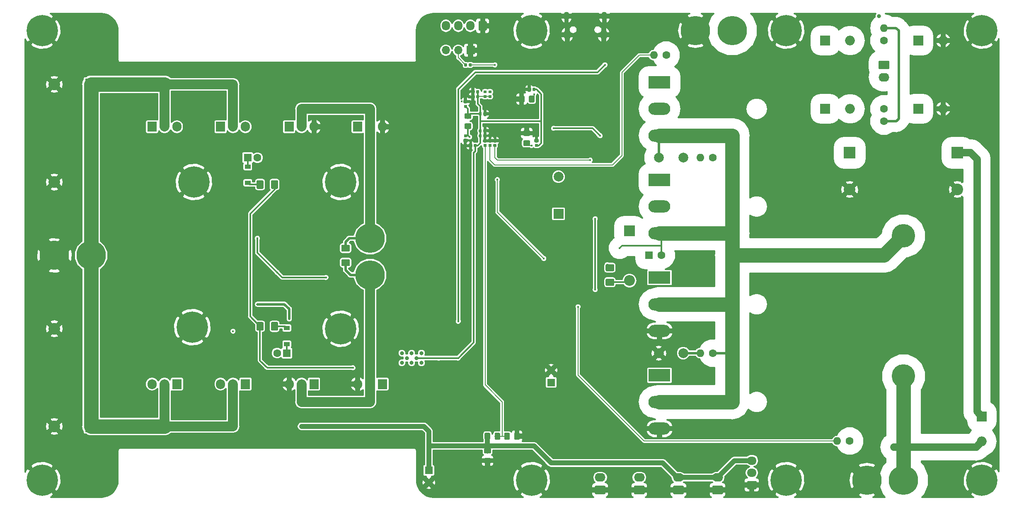
<source format=gbr>
G04 #@! TF.GenerationSoftware,KiCad,Pcbnew,(5.0.1)-3*
G04 #@! TF.CreationDate,2020-10-01T22:01:30+02:00*
G04 #@! TF.ProjectId,QCW Ultimate,51435720556C74696D6174652E6B6963,rev?*
G04 #@! TF.SameCoordinates,Original*
G04 #@! TF.FileFunction,Copper,L2,Bot,Signal*
G04 #@! TF.FilePolarity,Positive*
%FSLAX46Y46*%
G04 Gerber Fmt 4.6, Leading zero omitted, Abs format (unit mm)*
G04 Created by KiCad (PCBNEW (5.0.1)-3) date 01/10/2020 22:01:30*
%MOMM*%
%LPD*%
G01*
G04 APERTURE LIST*
G04 #@! TA.AperFunction,ComponentPad*
%ADD10R,2.000000X2.000000*%
G04 #@! TD*
G04 #@! TA.AperFunction,ComponentPad*
%ADD11C,2.000000*%
G04 #@! TD*
G04 #@! TA.AperFunction,ComponentPad*
%ADD12R,1.600000X1.600000*%
G04 #@! TD*
G04 #@! TA.AperFunction,ComponentPad*
%ADD13C,1.600000*%
G04 #@! TD*
G04 #@! TA.AperFunction,Conductor*
%ADD14C,0.050800*%
G04 #@! TD*
G04 #@! TA.AperFunction,SMDPad,CuDef*
%ADD15C,1.150000*%
G04 #@! TD*
G04 #@! TA.AperFunction,SMDPad,CuDef*
%ADD16C,0.590000*%
G04 #@! TD*
G04 #@! TA.AperFunction,ComponentPad*
%ADD17R,2.400000X2.400000*%
G04 #@! TD*
G04 #@! TA.AperFunction,ComponentPad*
%ADD18C,2.400000*%
G04 #@! TD*
G04 #@! TA.AperFunction,SMDPad,CuDef*
%ADD19R,1.200000X0.900000*%
G04 #@! TD*
G04 #@! TA.AperFunction,ComponentPad*
%ADD20O,2.000000X2.000000*%
G04 #@! TD*
G04 #@! TA.AperFunction,ComponentPad*
%ADD21R,2.200000X2.200000*%
G04 #@! TD*
G04 #@! TA.AperFunction,ComponentPad*
%ADD22O,2.200000X2.200000*%
G04 #@! TD*
G04 #@! TA.AperFunction,ComponentPad*
%ADD23R,1.700000X1.700000*%
G04 #@! TD*
G04 #@! TA.AperFunction,ComponentPad*
%ADD24O,1.700000X1.700000*%
G04 #@! TD*
G04 #@! TA.AperFunction,ComponentPad*
%ADD25O,1.450000X2.000000*%
G04 #@! TD*
G04 #@! TA.AperFunction,ComponentPad*
%ADD26O,1.150000X1.800000*%
G04 #@! TD*
G04 #@! TA.AperFunction,ComponentPad*
%ADD27C,6.000000*%
G04 #@! TD*
G04 #@! TA.AperFunction,ComponentPad*
%ADD28C,1.700000*%
G04 #@! TD*
G04 #@! TA.AperFunction,ComponentPad*
%ADD29O,1.950000X1.700000*%
G04 #@! TD*
G04 #@! TA.AperFunction,ComponentPad*
%ADD30C,1.740000*%
G04 #@! TD*
G04 #@! TA.AperFunction,ComponentPad*
%ADD31O,2.200000X1.740000*%
G04 #@! TD*
G04 #@! TA.AperFunction,ComponentPad*
%ADD32O,1.700000X1.950000*%
G04 #@! TD*
G04 #@! TA.AperFunction,ComponentPad*
%ADD33C,0.800000*%
G04 #@! TD*
G04 #@! TA.AperFunction,ComponentPad*
%ADD34C,6.400000*%
G04 #@! TD*
G04 #@! TA.AperFunction,ComponentPad*
%ADD35C,4.800000*%
G04 #@! TD*
G04 #@! TA.AperFunction,ComponentPad*
%ADD36O,1.905000X2.000000*%
G04 #@! TD*
G04 #@! TA.AperFunction,ComponentPad*
%ADD37R,1.905000X2.000000*%
G04 #@! TD*
G04 #@! TA.AperFunction,ComponentPad*
%ADD38R,4.500000X2.500000*%
G04 #@! TD*
G04 #@! TA.AperFunction,ComponentPad*
%ADD39O,4.500000X2.500000*%
G04 #@! TD*
G04 #@! TA.AperFunction,SMDPad,CuDef*
%ADD40C,1.425000*%
G04 #@! TD*
G04 #@! TA.AperFunction,ComponentPad*
%ADD41O,1.600000X1.600000*%
G04 #@! TD*
G04 #@! TA.AperFunction,ViaPad*
%ADD42C,0.800000*%
G04 #@! TD*
G04 #@! TA.AperFunction,ViaPad*
%ADD43C,1.400000*%
G04 #@! TD*
G04 #@! TA.AperFunction,ViaPad*
%ADD44C,0.450000*%
G04 #@! TD*
G04 #@! TA.AperFunction,Conductor*
%ADD45C,1.000000*%
G04 #@! TD*
G04 #@! TA.AperFunction,Conductor*
%ADD46C,0.300000*%
G04 #@! TD*
G04 #@! TA.AperFunction,Conductor*
%ADD47C,3.000000*%
G04 #@! TD*
G04 #@! TA.AperFunction,Conductor*
%ADD48C,2.000000*%
G04 #@! TD*
G04 #@! TA.AperFunction,Conductor*
%ADD49C,1.500000*%
G04 #@! TD*
G04 #@! TA.AperFunction,Conductor*
%ADD50C,0.200000*%
G04 #@! TD*
G04 #@! TA.AperFunction,Conductor*
%ADD51C,0.500000*%
G04 #@! TD*
G04 APERTURE END LIST*
D10*
G04 #@! TO.P,BZ1,1*
G04 #@! TO.N,+3V3*
X139500000Y-71500000D03*
D11*
G04 #@! TO.P,BZ1,2*
G04 #@! TO.N,Net-(BZ1-Pad2)*
X139500000Y-63900000D03*
G04 #@! TD*
D12*
G04 #@! TO.P,C2,1*
G04 #@! TO.N,VBAT*
X113000000Y-124000000D03*
D13*
G04 #@! TO.P,C2,2*
G04 #@! TO.N,GND*
X113000000Y-126500000D03*
G04 #@! TD*
D14*
G04 #@! TO.N,GND*
G04 #@! TO.C,C3*
G36*
X125474505Y-121451204D02*
X125498773Y-121454804D01*
X125522572Y-121460765D01*
X125545671Y-121469030D01*
X125567850Y-121479520D01*
X125588893Y-121492132D01*
X125608599Y-121506747D01*
X125626777Y-121523223D01*
X125643253Y-121541401D01*
X125657868Y-121561107D01*
X125670480Y-121582150D01*
X125680970Y-121604329D01*
X125689235Y-121627428D01*
X125695196Y-121651227D01*
X125698796Y-121675495D01*
X125700000Y-121699999D01*
X125700000Y-122350001D01*
X125698796Y-122374505D01*
X125695196Y-122398773D01*
X125689235Y-122422572D01*
X125680970Y-122445671D01*
X125670480Y-122467850D01*
X125657868Y-122488893D01*
X125643253Y-122508599D01*
X125626777Y-122526777D01*
X125608599Y-122543253D01*
X125588893Y-122557868D01*
X125567850Y-122570480D01*
X125545671Y-122580970D01*
X125522572Y-122589235D01*
X125498773Y-122595196D01*
X125474505Y-122598796D01*
X125450001Y-122600000D01*
X124549999Y-122600000D01*
X124525495Y-122598796D01*
X124501227Y-122595196D01*
X124477428Y-122589235D01*
X124454329Y-122580970D01*
X124432150Y-122570480D01*
X124411107Y-122557868D01*
X124391401Y-122543253D01*
X124373223Y-122526777D01*
X124356747Y-122508599D01*
X124342132Y-122488893D01*
X124329520Y-122467850D01*
X124319030Y-122445671D01*
X124310765Y-122422572D01*
X124304804Y-122398773D01*
X124301204Y-122374505D01*
X124300000Y-122350001D01*
X124300000Y-121699999D01*
X124301204Y-121675495D01*
X124304804Y-121651227D01*
X124310765Y-121627428D01*
X124319030Y-121604329D01*
X124329520Y-121582150D01*
X124342132Y-121561107D01*
X124356747Y-121541401D01*
X124373223Y-121523223D01*
X124391401Y-121506747D01*
X124411107Y-121492132D01*
X124432150Y-121479520D01*
X124454329Y-121469030D01*
X124477428Y-121460765D01*
X124501227Y-121454804D01*
X124525495Y-121451204D01*
X124549999Y-121450000D01*
X125450001Y-121450000D01*
X125474505Y-121451204D01*
X125474505Y-121451204D01*
G37*
D15*
G04 #@! TD*
G04 #@! TO.P,C3,2*
G04 #@! TO.N,GND*
X125000000Y-122025000D03*
D14*
G04 #@! TO.N,VBAT*
G04 #@! TO.C,C3*
G36*
X125474505Y-119401204D02*
X125498773Y-119404804D01*
X125522572Y-119410765D01*
X125545671Y-119419030D01*
X125567850Y-119429520D01*
X125588893Y-119442132D01*
X125608599Y-119456747D01*
X125626777Y-119473223D01*
X125643253Y-119491401D01*
X125657868Y-119511107D01*
X125670480Y-119532150D01*
X125680970Y-119554329D01*
X125689235Y-119577428D01*
X125695196Y-119601227D01*
X125698796Y-119625495D01*
X125700000Y-119649999D01*
X125700000Y-120300001D01*
X125698796Y-120324505D01*
X125695196Y-120348773D01*
X125689235Y-120372572D01*
X125680970Y-120395671D01*
X125670480Y-120417850D01*
X125657868Y-120438893D01*
X125643253Y-120458599D01*
X125626777Y-120476777D01*
X125608599Y-120493253D01*
X125588893Y-120507868D01*
X125567850Y-120520480D01*
X125545671Y-120530970D01*
X125522572Y-120539235D01*
X125498773Y-120545196D01*
X125474505Y-120548796D01*
X125450001Y-120550000D01*
X124549999Y-120550000D01*
X124525495Y-120548796D01*
X124501227Y-120545196D01*
X124477428Y-120539235D01*
X124454329Y-120530970D01*
X124432150Y-120520480D01*
X124411107Y-120507868D01*
X124391401Y-120493253D01*
X124373223Y-120476777D01*
X124356747Y-120458599D01*
X124342132Y-120438893D01*
X124329520Y-120417850D01*
X124319030Y-120395671D01*
X124310765Y-120372572D01*
X124304804Y-120348773D01*
X124301204Y-120324505D01*
X124300000Y-120300001D01*
X124300000Y-119649999D01*
X124301204Y-119625495D01*
X124304804Y-119601227D01*
X124310765Y-119577428D01*
X124319030Y-119554329D01*
X124329520Y-119532150D01*
X124342132Y-119511107D01*
X124356747Y-119491401D01*
X124373223Y-119473223D01*
X124391401Y-119456747D01*
X124411107Y-119442132D01*
X124432150Y-119429520D01*
X124454329Y-119419030D01*
X124477428Y-119410765D01*
X124501227Y-119404804D01*
X124525495Y-119401204D01*
X124549999Y-119400000D01*
X125450001Y-119400000D01*
X125474505Y-119401204D01*
X125474505Y-119401204D01*
G37*
D15*
G04 #@! TD*
G04 #@! TO.P,C3,1*
G04 #@! TO.N,VBAT*
X125000000Y-119975000D03*
D13*
G04 #@! TO.P,C4,2*
G04 #@! TO.N,Net-(C4-Pad2)*
X78000000Y-60000000D03*
D12*
G04 #@! TO.P,C4,1*
G04 #@! TO.N,Net-(C4-Pad1)*
X76000000Y-60000000D03*
G04 #@! TD*
D14*
G04 #@! TO.N,Battery_Voltage*
G04 #@! TO.C,C5*
G36*
X124686958Y-57190710D02*
X124701276Y-57192834D01*
X124715317Y-57196351D01*
X124728946Y-57201228D01*
X124742031Y-57207417D01*
X124754447Y-57214858D01*
X124766073Y-57223481D01*
X124776798Y-57233202D01*
X124786519Y-57243927D01*
X124795142Y-57255553D01*
X124802583Y-57267969D01*
X124808772Y-57281054D01*
X124813649Y-57294683D01*
X124817166Y-57308724D01*
X124819290Y-57323042D01*
X124820000Y-57337500D01*
X124820000Y-57632500D01*
X124819290Y-57646958D01*
X124817166Y-57661276D01*
X124813649Y-57675317D01*
X124808772Y-57688946D01*
X124802583Y-57702031D01*
X124795142Y-57714447D01*
X124786519Y-57726073D01*
X124776798Y-57736798D01*
X124766073Y-57746519D01*
X124754447Y-57755142D01*
X124742031Y-57762583D01*
X124728946Y-57768772D01*
X124715317Y-57773649D01*
X124701276Y-57777166D01*
X124686958Y-57779290D01*
X124672500Y-57780000D01*
X124327500Y-57780000D01*
X124313042Y-57779290D01*
X124298724Y-57777166D01*
X124284683Y-57773649D01*
X124271054Y-57768772D01*
X124257969Y-57762583D01*
X124245553Y-57755142D01*
X124233927Y-57746519D01*
X124223202Y-57736798D01*
X124213481Y-57726073D01*
X124204858Y-57714447D01*
X124197417Y-57702031D01*
X124191228Y-57688946D01*
X124186351Y-57675317D01*
X124182834Y-57661276D01*
X124180710Y-57646958D01*
X124180000Y-57632500D01*
X124180000Y-57337500D01*
X124180710Y-57323042D01*
X124182834Y-57308724D01*
X124186351Y-57294683D01*
X124191228Y-57281054D01*
X124197417Y-57267969D01*
X124204858Y-57255553D01*
X124213481Y-57243927D01*
X124223202Y-57233202D01*
X124233927Y-57223481D01*
X124245553Y-57214858D01*
X124257969Y-57207417D01*
X124271054Y-57201228D01*
X124284683Y-57196351D01*
X124298724Y-57192834D01*
X124313042Y-57190710D01*
X124327500Y-57190000D01*
X124672500Y-57190000D01*
X124686958Y-57190710D01*
X124686958Y-57190710D01*
G37*
D16*
G04 #@! TD*
G04 #@! TO.P,C5,1*
G04 #@! TO.N,Battery_Voltage*
X124500000Y-57485000D03*
D14*
G04 #@! TO.N,GND*
G04 #@! TO.C,C5*
G36*
X124686958Y-56220710D02*
X124701276Y-56222834D01*
X124715317Y-56226351D01*
X124728946Y-56231228D01*
X124742031Y-56237417D01*
X124754447Y-56244858D01*
X124766073Y-56253481D01*
X124776798Y-56263202D01*
X124786519Y-56273927D01*
X124795142Y-56285553D01*
X124802583Y-56297969D01*
X124808772Y-56311054D01*
X124813649Y-56324683D01*
X124817166Y-56338724D01*
X124819290Y-56353042D01*
X124820000Y-56367500D01*
X124820000Y-56662500D01*
X124819290Y-56676958D01*
X124817166Y-56691276D01*
X124813649Y-56705317D01*
X124808772Y-56718946D01*
X124802583Y-56732031D01*
X124795142Y-56744447D01*
X124786519Y-56756073D01*
X124776798Y-56766798D01*
X124766073Y-56776519D01*
X124754447Y-56785142D01*
X124742031Y-56792583D01*
X124728946Y-56798772D01*
X124715317Y-56803649D01*
X124701276Y-56807166D01*
X124686958Y-56809290D01*
X124672500Y-56810000D01*
X124327500Y-56810000D01*
X124313042Y-56809290D01*
X124298724Y-56807166D01*
X124284683Y-56803649D01*
X124271054Y-56798772D01*
X124257969Y-56792583D01*
X124245553Y-56785142D01*
X124233927Y-56776519D01*
X124223202Y-56766798D01*
X124213481Y-56756073D01*
X124204858Y-56744447D01*
X124197417Y-56732031D01*
X124191228Y-56718946D01*
X124186351Y-56705317D01*
X124182834Y-56691276D01*
X124180710Y-56676958D01*
X124180000Y-56662500D01*
X124180000Y-56367500D01*
X124180710Y-56353042D01*
X124182834Y-56338724D01*
X124186351Y-56324683D01*
X124191228Y-56311054D01*
X124197417Y-56297969D01*
X124204858Y-56285553D01*
X124213481Y-56273927D01*
X124223202Y-56263202D01*
X124233927Y-56253481D01*
X124245553Y-56244858D01*
X124257969Y-56237417D01*
X124271054Y-56231228D01*
X124284683Y-56226351D01*
X124298724Y-56222834D01*
X124313042Y-56220710D01*
X124327500Y-56220000D01*
X124672500Y-56220000D01*
X124686958Y-56220710D01*
X124686958Y-56220710D01*
G37*
D16*
G04 #@! TD*
G04 #@! TO.P,C5,2*
G04 #@! TO.N,GND*
X124500000Y-56515000D03*
D12*
G04 #@! TO.P,C7,1*
G04 #@! TO.N,+12V*
X138000000Y-106000000D03*
D13*
G04 #@! TO.P,C7,2*
G04 #@! TO.N,GND*
X138000000Y-103500000D03*
G04 #@! TD*
D14*
G04 #@! TO.N,Net-(C12-Pad1)*
G04 #@! TO.C,C12*
G36*
X133474505Y-56451204D02*
X133498773Y-56454804D01*
X133522572Y-56460765D01*
X133545671Y-56469030D01*
X133567850Y-56479520D01*
X133588893Y-56492132D01*
X133608599Y-56506747D01*
X133626777Y-56523223D01*
X133643253Y-56541401D01*
X133657868Y-56561107D01*
X133670480Y-56582150D01*
X133680970Y-56604329D01*
X133689235Y-56627428D01*
X133695196Y-56651227D01*
X133698796Y-56675495D01*
X133700000Y-56699999D01*
X133700000Y-57350001D01*
X133698796Y-57374505D01*
X133695196Y-57398773D01*
X133689235Y-57422572D01*
X133680970Y-57445671D01*
X133670480Y-57467850D01*
X133657868Y-57488893D01*
X133643253Y-57508599D01*
X133626777Y-57526777D01*
X133608599Y-57543253D01*
X133588893Y-57557868D01*
X133567850Y-57570480D01*
X133545671Y-57580970D01*
X133522572Y-57589235D01*
X133498773Y-57595196D01*
X133474505Y-57598796D01*
X133450001Y-57600000D01*
X132549999Y-57600000D01*
X132525495Y-57598796D01*
X132501227Y-57595196D01*
X132477428Y-57589235D01*
X132454329Y-57580970D01*
X132432150Y-57570480D01*
X132411107Y-57557868D01*
X132391401Y-57543253D01*
X132373223Y-57526777D01*
X132356747Y-57508599D01*
X132342132Y-57488893D01*
X132329520Y-57467850D01*
X132319030Y-57445671D01*
X132310765Y-57422572D01*
X132304804Y-57398773D01*
X132301204Y-57374505D01*
X132300000Y-57350001D01*
X132300000Y-56699999D01*
X132301204Y-56675495D01*
X132304804Y-56651227D01*
X132310765Y-56627428D01*
X132319030Y-56604329D01*
X132329520Y-56582150D01*
X132342132Y-56561107D01*
X132356747Y-56541401D01*
X132373223Y-56523223D01*
X132391401Y-56506747D01*
X132411107Y-56492132D01*
X132432150Y-56479520D01*
X132454329Y-56469030D01*
X132477428Y-56460765D01*
X132501227Y-56454804D01*
X132525495Y-56451204D01*
X132549999Y-56450000D01*
X133450001Y-56450000D01*
X133474505Y-56451204D01*
X133474505Y-56451204D01*
G37*
D15*
G04 #@! TD*
G04 #@! TO.P,C12,1*
G04 #@! TO.N,Net-(C12-Pad1)*
X133000000Y-57025000D03*
D14*
G04 #@! TO.N,GND*
G04 #@! TO.C,C12*
G36*
X133474505Y-54401204D02*
X133498773Y-54404804D01*
X133522572Y-54410765D01*
X133545671Y-54419030D01*
X133567850Y-54429520D01*
X133588893Y-54442132D01*
X133608599Y-54456747D01*
X133626777Y-54473223D01*
X133643253Y-54491401D01*
X133657868Y-54511107D01*
X133670480Y-54532150D01*
X133680970Y-54554329D01*
X133689235Y-54577428D01*
X133695196Y-54601227D01*
X133698796Y-54625495D01*
X133700000Y-54649999D01*
X133700000Y-55300001D01*
X133698796Y-55324505D01*
X133695196Y-55348773D01*
X133689235Y-55372572D01*
X133680970Y-55395671D01*
X133670480Y-55417850D01*
X133657868Y-55438893D01*
X133643253Y-55458599D01*
X133626777Y-55476777D01*
X133608599Y-55493253D01*
X133588893Y-55507868D01*
X133567850Y-55520480D01*
X133545671Y-55530970D01*
X133522572Y-55539235D01*
X133498773Y-55545196D01*
X133474505Y-55548796D01*
X133450001Y-55550000D01*
X132549999Y-55550000D01*
X132525495Y-55548796D01*
X132501227Y-55545196D01*
X132477428Y-55539235D01*
X132454329Y-55530970D01*
X132432150Y-55520480D01*
X132411107Y-55507868D01*
X132391401Y-55493253D01*
X132373223Y-55476777D01*
X132356747Y-55458599D01*
X132342132Y-55438893D01*
X132329520Y-55417850D01*
X132319030Y-55395671D01*
X132310765Y-55372572D01*
X132304804Y-55348773D01*
X132301204Y-55324505D01*
X132300000Y-55300001D01*
X132300000Y-54649999D01*
X132301204Y-54625495D01*
X132304804Y-54601227D01*
X132310765Y-54577428D01*
X132319030Y-54554329D01*
X132329520Y-54532150D01*
X132342132Y-54511107D01*
X132356747Y-54491401D01*
X132373223Y-54473223D01*
X132391401Y-54456747D01*
X132411107Y-54442132D01*
X132432150Y-54429520D01*
X132454329Y-54419030D01*
X132477428Y-54410765D01*
X132501227Y-54404804D01*
X132525495Y-54401204D01*
X132549999Y-54400000D01*
X133450001Y-54400000D01*
X133474505Y-54401204D01*
X133474505Y-54401204D01*
G37*
D15*
G04 #@! TD*
G04 #@! TO.P,C12,2*
G04 #@! TO.N,GND*
X133000000Y-54975000D03*
D14*
G04 #@! TO.N,GND*
G04 #@! TO.C,C13*
G36*
X132324505Y-47301204D02*
X132348773Y-47304804D01*
X132372572Y-47310765D01*
X132395671Y-47319030D01*
X132417850Y-47329520D01*
X132438893Y-47342132D01*
X132458599Y-47356747D01*
X132476777Y-47373223D01*
X132493253Y-47391401D01*
X132507868Y-47411107D01*
X132520480Y-47432150D01*
X132530970Y-47454329D01*
X132539235Y-47477428D01*
X132545196Y-47501227D01*
X132548796Y-47525495D01*
X132550000Y-47549999D01*
X132550000Y-48450001D01*
X132548796Y-48474505D01*
X132545196Y-48498773D01*
X132539235Y-48522572D01*
X132530970Y-48545671D01*
X132520480Y-48567850D01*
X132507868Y-48588893D01*
X132493253Y-48608599D01*
X132476777Y-48626777D01*
X132458599Y-48643253D01*
X132438893Y-48657868D01*
X132417850Y-48670480D01*
X132395671Y-48680970D01*
X132372572Y-48689235D01*
X132348773Y-48695196D01*
X132324505Y-48698796D01*
X132300001Y-48700000D01*
X131649999Y-48700000D01*
X131625495Y-48698796D01*
X131601227Y-48695196D01*
X131577428Y-48689235D01*
X131554329Y-48680970D01*
X131532150Y-48670480D01*
X131511107Y-48657868D01*
X131491401Y-48643253D01*
X131473223Y-48626777D01*
X131456747Y-48608599D01*
X131442132Y-48588893D01*
X131429520Y-48567850D01*
X131419030Y-48545671D01*
X131410765Y-48522572D01*
X131404804Y-48498773D01*
X131401204Y-48474505D01*
X131400000Y-48450001D01*
X131400000Y-47549999D01*
X131401204Y-47525495D01*
X131404804Y-47501227D01*
X131410765Y-47477428D01*
X131419030Y-47454329D01*
X131429520Y-47432150D01*
X131442132Y-47411107D01*
X131456747Y-47391401D01*
X131473223Y-47373223D01*
X131491401Y-47356747D01*
X131511107Y-47342132D01*
X131532150Y-47329520D01*
X131554329Y-47319030D01*
X131577428Y-47310765D01*
X131601227Y-47304804D01*
X131625495Y-47301204D01*
X131649999Y-47300000D01*
X132300001Y-47300000D01*
X132324505Y-47301204D01*
X132324505Y-47301204D01*
G37*
D15*
G04 #@! TD*
G04 #@! TO.P,C13,2*
G04 #@! TO.N,GND*
X131975000Y-48000000D03*
D14*
G04 #@! TO.N,Net-(C13-Pad1)*
G04 #@! TO.C,C13*
G36*
X134374505Y-47301204D02*
X134398773Y-47304804D01*
X134422572Y-47310765D01*
X134445671Y-47319030D01*
X134467850Y-47329520D01*
X134488893Y-47342132D01*
X134508599Y-47356747D01*
X134526777Y-47373223D01*
X134543253Y-47391401D01*
X134557868Y-47411107D01*
X134570480Y-47432150D01*
X134580970Y-47454329D01*
X134589235Y-47477428D01*
X134595196Y-47501227D01*
X134598796Y-47525495D01*
X134600000Y-47549999D01*
X134600000Y-48450001D01*
X134598796Y-48474505D01*
X134595196Y-48498773D01*
X134589235Y-48522572D01*
X134580970Y-48545671D01*
X134570480Y-48567850D01*
X134557868Y-48588893D01*
X134543253Y-48608599D01*
X134526777Y-48626777D01*
X134508599Y-48643253D01*
X134488893Y-48657868D01*
X134467850Y-48670480D01*
X134445671Y-48680970D01*
X134422572Y-48689235D01*
X134398773Y-48695196D01*
X134374505Y-48698796D01*
X134350001Y-48700000D01*
X133699999Y-48700000D01*
X133675495Y-48698796D01*
X133651227Y-48695196D01*
X133627428Y-48689235D01*
X133604329Y-48680970D01*
X133582150Y-48670480D01*
X133561107Y-48657868D01*
X133541401Y-48643253D01*
X133523223Y-48626777D01*
X133506747Y-48608599D01*
X133492132Y-48588893D01*
X133479520Y-48567850D01*
X133469030Y-48545671D01*
X133460765Y-48522572D01*
X133454804Y-48498773D01*
X133451204Y-48474505D01*
X133450000Y-48450001D01*
X133450000Y-47549999D01*
X133451204Y-47525495D01*
X133454804Y-47501227D01*
X133460765Y-47477428D01*
X133469030Y-47454329D01*
X133479520Y-47432150D01*
X133492132Y-47411107D01*
X133506747Y-47391401D01*
X133523223Y-47373223D01*
X133541401Y-47356747D01*
X133561107Y-47342132D01*
X133582150Y-47329520D01*
X133604329Y-47319030D01*
X133627428Y-47310765D01*
X133651227Y-47304804D01*
X133675495Y-47301204D01*
X133699999Y-47300000D01*
X134350001Y-47300000D01*
X134374505Y-47301204D01*
X134374505Y-47301204D01*
G37*
D15*
G04 #@! TD*
G04 #@! TO.P,C13,1*
G04 #@! TO.N,Net-(C13-Pad1)*
X134025000Y-48000000D03*
D14*
G04 #@! TO.N,GND*
G04 #@! TO.C,C15*
G36*
X122176958Y-47180710D02*
X122191276Y-47182834D01*
X122205317Y-47186351D01*
X122218946Y-47191228D01*
X122232031Y-47197417D01*
X122244447Y-47204858D01*
X122256073Y-47213481D01*
X122266798Y-47223202D01*
X122276519Y-47233927D01*
X122285142Y-47245553D01*
X122292583Y-47257969D01*
X122298772Y-47271054D01*
X122303649Y-47284683D01*
X122307166Y-47298724D01*
X122309290Y-47313042D01*
X122310000Y-47327500D01*
X122310000Y-47672500D01*
X122309290Y-47686958D01*
X122307166Y-47701276D01*
X122303649Y-47715317D01*
X122298772Y-47728946D01*
X122292583Y-47742031D01*
X122285142Y-47754447D01*
X122276519Y-47766073D01*
X122266798Y-47776798D01*
X122256073Y-47786519D01*
X122244447Y-47795142D01*
X122232031Y-47802583D01*
X122218946Y-47808772D01*
X122205317Y-47813649D01*
X122191276Y-47817166D01*
X122176958Y-47819290D01*
X122162500Y-47820000D01*
X121867500Y-47820000D01*
X121853042Y-47819290D01*
X121838724Y-47817166D01*
X121824683Y-47813649D01*
X121811054Y-47808772D01*
X121797969Y-47802583D01*
X121785553Y-47795142D01*
X121773927Y-47786519D01*
X121763202Y-47776798D01*
X121753481Y-47766073D01*
X121744858Y-47754447D01*
X121737417Y-47742031D01*
X121731228Y-47728946D01*
X121726351Y-47715317D01*
X121722834Y-47701276D01*
X121720710Y-47686958D01*
X121720000Y-47672500D01*
X121720000Y-47327500D01*
X121720710Y-47313042D01*
X121722834Y-47298724D01*
X121726351Y-47284683D01*
X121731228Y-47271054D01*
X121737417Y-47257969D01*
X121744858Y-47245553D01*
X121753481Y-47233927D01*
X121763202Y-47223202D01*
X121773927Y-47213481D01*
X121785553Y-47204858D01*
X121797969Y-47197417D01*
X121811054Y-47191228D01*
X121824683Y-47186351D01*
X121838724Y-47182834D01*
X121853042Y-47180710D01*
X121867500Y-47180000D01*
X122162500Y-47180000D01*
X122176958Y-47180710D01*
X122176958Y-47180710D01*
G37*
D16*
G04 #@! TD*
G04 #@! TO.P,C15,1*
G04 #@! TO.N,GND*
X122015000Y-47500000D03*
D14*
G04 #@! TO.N,+3V3*
G04 #@! TO.C,C15*
G36*
X123146958Y-47180710D02*
X123161276Y-47182834D01*
X123175317Y-47186351D01*
X123188946Y-47191228D01*
X123202031Y-47197417D01*
X123214447Y-47204858D01*
X123226073Y-47213481D01*
X123236798Y-47223202D01*
X123246519Y-47233927D01*
X123255142Y-47245553D01*
X123262583Y-47257969D01*
X123268772Y-47271054D01*
X123273649Y-47284683D01*
X123277166Y-47298724D01*
X123279290Y-47313042D01*
X123280000Y-47327500D01*
X123280000Y-47672500D01*
X123279290Y-47686958D01*
X123277166Y-47701276D01*
X123273649Y-47715317D01*
X123268772Y-47728946D01*
X123262583Y-47742031D01*
X123255142Y-47754447D01*
X123246519Y-47766073D01*
X123236798Y-47776798D01*
X123226073Y-47786519D01*
X123214447Y-47795142D01*
X123202031Y-47802583D01*
X123188946Y-47808772D01*
X123175317Y-47813649D01*
X123161276Y-47817166D01*
X123146958Y-47819290D01*
X123132500Y-47820000D01*
X122837500Y-47820000D01*
X122823042Y-47819290D01*
X122808724Y-47817166D01*
X122794683Y-47813649D01*
X122781054Y-47808772D01*
X122767969Y-47802583D01*
X122755553Y-47795142D01*
X122743927Y-47786519D01*
X122733202Y-47776798D01*
X122723481Y-47766073D01*
X122714858Y-47754447D01*
X122707417Y-47742031D01*
X122701228Y-47728946D01*
X122696351Y-47715317D01*
X122692834Y-47701276D01*
X122690710Y-47686958D01*
X122690000Y-47672500D01*
X122690000Y-47327500D01*
X122690710Y-47313042D01*
X122692834Y-47298724D01*
X122696351Y-47284683D01*
X122701228Y-47271054D01*
X122707417Y-47257969D01*
X122714858Y-47245553D01*
X122723481Y-47233927D01*
X122733202Y-47223202D01*
X122743927Y-47213481D01*
X122755553Y-47204858D01*
X122767969Y-47197417D01*
X122781054Y-47191228D01*
X122794683Y-47186351D01*
X122808724Y-47182834D01*
X122823042Y-47180710D01*
X122837500Y-47180000D01*
X123132500Y-47180000D01*
X123146958Y-47180710D01*
X123146958Y-47180710D01*
G37*
D16*
G04 #@! TD*
G04 #@! TO.P,C15,2*
G04 #@! TO.N,+3V3*
X122985000Y-47500000D03*
D14*
G04 #@! TO.N,+3V3*
G04 #@! TO.C,C16*
G36*
X123676958Y-55180710D02*
X123691276Y-55182834D01*
X123705317Y-55186351D01*
X123718946Y-55191228D01*
X123732031Y-55197417D01*
X123744447Y-55204858D01*
X123756073Y-55213481D01*
X123766798Y-55223202D01*
X123776519Y-55233927D01*
X123785142Y-55245553D01*
X123792583Y-55257969D01*
X123798772Y-55271054D01*
X123803649Y-55284683D01*
X123807166Y-55298724D01*
X123809290Y-55313042D01*
X123810000Y-55327500D01*
X123810000Y-55672500D01*
X123809290Y-55686958D01*
X123807166Y-55701276D01*
X123803649Y-55715317D01*
X123798772Y-55728946D01*
X123792583Y-55742031D01*
X123785142Y-55754447D01*
X123776519Y-55766073D01*
X123766798Y-55776798D01*
X123756073Y-55786519D01*
X123744447Y-55795142D01*
X123732031Y-55802583D01*
X123718946Y-55808772D01*
X123705317Y-55813649D01*
X123691276Y-55817166D01*
X123676958Y-55819290D01*
X123662500Y-55820000D01*
X123367500Y-55820000D01*
X123353042Y-55819290D01*
X123338724Y-55817166D01*
X123324683Y-55813649D01*
X123311054Y-55808772D01*
X123297969Y-55802583D01*
X123285553Y-55795142D01*
X123273927Y-55786519D01*
X123263202Y-55776798D01*
X123253481Y-55766073D01*
X123244858Y-55754447D01*
X123237417Y-55742031D01*
X123231228Y-55728946D01*
X123226351Y-55715317D01*
X123222834Y-55701276D01*
X123220710Y-55686958D01*
X123220000Y-55672500D01*
X123220000Y-55327500D01*
X123220710Y-55313042D01*
X123222834Y-55298724D01*
X123226351Y-55284683D01*
X123231228Y-55271054D01*
X123237417Y-55257969D01*
X123244858Y-55245553D01*
X123253481Y-55233927D01*
X123263202Y-55223202D01*
X123273927Y-55213481D01*
X123285553Y-55204858D01*
X123297969Y-55197417D01*
X123311054Y-55191228D01*
X123324683Y-55186351D01*
X123338724Y-55182834D01*
X123353042Y-55180710D01*
X123367500Y-55180000D01*
X123662500Y-55180000D01*
X123676958Y-55180710D01*
X123676958Y-55180710D01*
G37*
D16*
G04 #@! TD*
G04 #@! TO.P,C16,2*
G04 #@! TO.N,+3V3*
X123515000Y-55500000D03*
D14*
G04 #@! TO.N,GND*
G04 #@! TO.C,C16*
G36*
X124646958Y-55180710D02*
X124661276Y-55182834D01*
X124675317Y-55186351D01*
X124688946Y-55191228D01*
X124702031Y-55197417D01*
X124714447Y-55204858D01*
X124726073Y-55213481D01*
X124736798Y-55223202D01*
X124746519Y-55233927D01*
X124755142Y-55245553D01*
X124762583Y-55257969D01*
X124768772Y-55271054D01*
X124773649Y-55284683D01*
X124777166Y-55298724D01*
X124779290Y-55313042D01*
X124780000Y-55327500D01*
X124780000Y-55672500D01*
X124779290Y-55686958D01*
X124777166Y-55701276D01*
X124773649Y-55715317D01*
X124768772Y-55728946D01*
X124762583Y-55742031D01*
X124755142Y-55754447D01*
X124746519Y-55766073D01*
X124736798Y-55776798D01*
X124726073Y-55786519D01*
X124714447Y-55795142D01*
X124702031Y-55802583D01*
X124688946Y-55808772D01*
X124675317Y-55813649D01*
X124661276Y-55817166D01*
X124646958Y-55819290D01*
X124632500Y-55820000D01*
X124337500Y-55820000D01*
X124323042Y-55819290D01*
X124308724Y-55817166D01*
X124294683Y-55813649D01*
X124281054Y-55808772D01*
X124267969Y-55802583D01*
X124255553Y-55795142D01*
X124243927Y-55786519D01*
X124233202Y-55776798D01*
X124223481Y-55766073D01*
X124214858Y-55754447D01*
X124207417Y-55742031D01*
X124201228Y-55728946D01*
X124196351Y-55715317D01*
X124192834Y-55701276D01*
X124190710Y-55686958D01*
X124190000Y-55672500D01*
X124190000Y-55327500D01*
X124190710Y-55313042D01*
X124192834Y-55298724D01*
X124196351Y-55284683D01*
X124201228Y-55271054D01*
X124207417Y-55257969D01*
X124214858Y-55245553D01*
X124223481Y-55233927D01*
X124233202Y-55223202D01*
X124243927Y-55213481D01*
X124255553Y-55204858D01*
X124267969Y-55197417D01*
X124281054Y-55191228D01*
X124294683Y-55186351D01*
X124308724Y-55182834D01*
X124323042Y-55180710D01*
X124337500Y-55180000D01*
X124632500Y-55180000D01*
X124646958Y-55180710D01*
X124646958Y-55180710D01*
G37*
D16*
G04 #@! TD*
G04 #@! TO.P,C16,1*
G04 #@! TO.N,GND*
X124485000Y-55500000D03*
D14*
G04 #@! TO.N,GND*
G04 #@! TO.C,C17*
G36*
X121676958Y-57180710D02*
X121691276Y-57182834D01*
X121705317Y-57186351D01*
X121718946Y-57191228D01*
X121732031Y-57197417D01*
X121744447Y-57204858D01*
X121756073Y-57213481D01*
X121766798Y-57223202D01*
X121776519Y-57233927D01*
X121785142Y-57245553D01*
X121792583Y-57257969D01*
X121798772Y-57271054D01*
X121803649Y-57284683D01*
X121807166Y-57298724D01*
X121809290Y-57313042D01*
X121810000Y-57327500D01*
X121810000Y-57672500D01*
X121809290Y-57686958D01*
X121807166Y-57701276D01*
X121803649Y-57715317D01*
X121798772Y-57728946D01*
X121792583Y-57742031D01*
X121785142Y-57754447D01*
X121776519Y-57766073D01*
X121766798Y-57776798D01*
X121756073Y-57786519D01*
X121744447Y-57795142D01*
X121732031Y-57802583D01*
X121718946Y-57808772D01*
X121705317Y-57813649D01*
X121691276Y-57817166D01*
X121676958Y-57819290D01*
X121662500Y-57820000D01*
X121367500Y-57820000D01*
X121353042Y-57819290D01*
X121338724Y-57817166D01*
X121324683Y-57813649D01*
X121311054Y-57808772D01*
X121297969Y-57802583D01*
X121285553Y-57795142D01*
X121273927Y-57786519D01*
X121263202Y-57776798D01*
X121253481Y-57766073D01*
X121244858Y-57754447D01*
X121237417Y-57742031D01*
X121231228Y-57728946D01*
X121226351Y-57715317D01*
X121222834Y-57701276D01*
X121220710Y-57686958D01*
X121220000Y-57672500D01*
X121220000Y-57327500D01*
X121220710Y-57313042D01*
X121222834Y-57298724D01*
X121226351Y-57284683D01*
X121231228Y-57271054D01*
X121237417Y-57257969D01*
X121244858Y-57245553D01*
X121253481Y-57233927D01*
X121263202Y-57223202D01*
X121273927Y-57213481D01*
X121285553Y-57204858D01*
X121297969Y-57197417D01*
X121311054Y-57191228D01*
X121324683Y-57186351D01*
X121338724Y-57182834D01*
X121353042Y-57180710D01*
X121367500Y-57180000D01*
X121662500Y-57180000D01*
X121676958Y-57180710D01*
X121676958Y-57180710D01*
G37*
D16*
G04 #@! TD*
G04 #@! TO.P,C17,1*
G04 #@! TO.N,GND*
X121515000Y-57500000D03*
D14*
G04 #@! TO.N,+3V3*
G04 #@! TO.C,C17*
G36*
X122646958Y-57180710D02*
X122661276Y-57182834D01*
X122675317Y-57186351D01*
X122688946Y-57191228D01*
X122702031Y-57197417D01*
X122714447Y-57204858D01*
X122726073Y-57213481D01*
X122736798Y-57223202D01*
X122746519Y-57233927D01*
X122755142Y-57245553D01*
X122762583Y-57257969D01*
X122768772Y-57271054D01*
X122773649Y-57284683D01*
X122777166Y-57298724D01*
X122779290Y-57313042D01*
X122780000Y-57327500D01*
X122780000Y-57672500D01*
X122779290Y-57686958D01*
X122777166Y-57701276D01*
X122773649Y-57715317D01*
X122768772Y-57728946D01*
X122762583Y-57742031D01*
X122755142Y-57754447D01*
X122746519Y-57766073D01*
X122736798Y-57776798D01*
X122726073Y-57786519D01*
X122714447Y-57795142D01*
X122702031Y-57802583D01*
X122688946Y-57808772D01*
X122675317Y-57813649D01*
X122661276Y-57817166D01*
X122646958Y-57819290D01*
X122632500Y-57820000D01*
X122337500Y-57820000D01*
X122323042Y-57819290D01*
X122308724Y-57817166D01*
X122294683Y-57813649D01*
X122281054Y-57808772D01*
X122267969Y-57802583D01*
X122255553Y-57795142D01*
X122243927Y-57786519D01*
X122233202Y-57776798D01*
X122223481Y-57766073D01*
X122214858Y-57754447D01*
X122207417Y-57742031D01*
X122201228Y-57728946D01*
X122196351Y-57715317D01*
X122192834Y-57701276D01*
X122190710Y-57686958D01*
X122190000Y-57672500D01*
X122190000Y-57327500D01*
X122190710Y-57313042D01*
X122192834Y-57298724D01*
X122196351Y-57284683D01*
X122201228Y-57271054D01*
X122207417Y-57257969D01*
X122214858Y-57245553D01*
X122223481Y-57233927D01*
X122233202Y-57223202D01*
X122243927Y-57213481D01*
X122255553Y-57204858D01*
X122267969Y-57197417D01*
X122281054Y-57191228D01*
X122294683Y-57186351D01*
X122308724Y-57182834D01*
X122323042Y-57180710D01*
X122337500Y-57180000D01*
X122632500Y-57180000D01*
X122646958Y-57180710D01*
X122646958Y-57180710D01*
G37*
D16*
G04 #@! TD*
G04 #@! TO.P,C17,2*
G04 #@! TO.N,+3V3*
X122485000Y-57500000D03*
D17*
G04 #@! TO.P,C18,1*
G04 #@! TO.N,+BATT*
X44000000Y-45000000D03*
D18*
G04 #@! TO.P,C18,2*
G04 #@! TO.N,GND*
X36500000Y-45000000D03*
G04 #@! TD*
G04 #@! TO.P,C19,2*
G04 #@! TO.N,GND*
X36500000Y-65000000D03*
D17*
G04 #@! TO.P,C19,1*
G04 #@! TO.N,+BATT*
X44000000Y-65000000D03*
G04 #@! TD*
G04 #@! TO.P,C20,1*
G04 #@! TO.N,+BATT*
X44000000Y-95000000D03*
D18*
G04 #@! TO.P,C20,2*
G04 #@! TO.N,GND*
X36500000Y-95000000D03*
G04 #@! TD*
G04 #@! TO.P,C21,2*
G04 #@! TO.N,GND*
X36500000Y-115000000D03*
D17*
G04 #@! TO.P,C21,1*
G04 #@! TO.N,+BATT*
X44000000Y-115000000D03*
G04 #@! TD*
D12*
G04 #@! TO.P,C29,1*
G04 #@! TO.N,Net-(C29-Pad1)*
X84000000Y-100000000D03*
D13*
G04 #@! TO.P,C29,2*
G04 #@! TO.N,Net-(C29-Pad2)*
X82000000Y-100000000D03*
G04 #@! TD*
D14*
G04 #@! TO.N,+3V3*
G04 #@! TO.C,C30*
G36*
X135186958Y-57190710D02*
X135201276Y-57192834D01*
X135215317Y-57196351D01*
X135228946Y-57201228D01*
X135242031Y-57207417D01*
X135254447Y-57214858D01*
X135266073Y-57223481D01*
X135276798Y-57233202D01*
X135286519Y-57243927D01*
X135295142Y-57255553D01*
X135302583Y-57267969D01*
X135308772Y-57281054D01*
X135313649Y-57294683D01*
X135317166Y-57308724D01*
X135319290Y-57323042D01*
X135320000Y-57337500D01*
X135320000Y-57632500D01*
X135319290Y-57646958D01*
X135317166Y-57661276D01*
X135313649Y-57675317D01*
X135308772Y-57688946D01*
X135302583Y-57702031D01*
X135295142Y-57714447D01*
X135286519Y-57726073D01*
X135276798Y-57736798D01*
X135266073Y-57746519D01*
X135254447Y-57755142D01*
X135242031Y-57762583D01*
X135228946Y-57768772D01*
X135215317Y-57773649D01*
X135201276Y-57777166D01*
X135186958Y-57779290D01*
X135172500Y-57780000D01*
X134827500Y-57780000D01*
X134813042Y-57779290D01*
X134798724Y-57777166D01*
X134784683Y-57773649D01*
X134771054Y-57768772D01*
X134757969Y-57762583D01*
X134745553Y-57755142D01*
X134733927Y-57746519D01*
X134723202Y-57736798D01*
X134713481Y-57726073D01*
X134704858Y-57714447D01*
X134697417Y-57702031D01*
X134691228Y-57688946D01*
X134686351Y-57675317D01*
X134682834Y-57661276D01*
X134680710Y-57646958D01*
X134680000Y-57632500D01*
X134680000Y-57337500D01*
X134680710Y-57323042D01*
X134682834Y-57308724D01*
X134686351Y-57294683D01*
X134691228Y-57281054D01*
X134697417Y-57267969D01*
X134704858Y-57255553D01*
X134713481Y-57243927D01*
X134723202Y-57233202D01*
X134733927Y-57223481D01*
X134745553Y-57214858D01*
X134757969Y-57207417D01*
X134771054Y-57201228D01*
X134784683Y-57196351D01*
X134798724Y-57192834D01*
X134813042Y-57190710D01*
X134827500Y-57190000D01*
X135172500Y-57190000D01*
X135186958Y-57190710D01*
X135186958Y-57190710D01*
G37*
D16*
G04 #@! TD*
G04 #@! TO.P,C30,2*
G04 #@! TO.N,+3V3*
X135000000Y-57485000D03*
D14*
G04 #@! TO.N,GND*
G04 #@! TO.C,C30*
G36*
X135186958Y-56220710D02*
X135201276Y-56222834D01*
X135215317Y-56226351D01*
X135228946Y-56231228D01*
X135242031Y-56237417D01*
X135254447Y-56244858D01*
X135266073Y-56253481D01*
X135276798Y-56263202D01*
X135286519Y-56273927D01*
X135295142Y-56285553D01*
X135302583Y-56297969D01*
X135308772Y-56311054D01*
X135313649Y-56324683D01*
X135317166Y-56338724D01*
X135319290Y-56353042D01*
X135320000Y-56367500D01*
X135320000Y-56662500D01*
X135319290Y-56676958D01*
X135317166Y-56691276D01*
X135313649Y-56705317D01*
X135308772Y-56718946D01*
X135302583Y-56732031D01*
X135295142Y-56744447D01*
X135286519Y-56756073D01*
X135276798Y-56766798D01*
X135266073Y-56776519D01*
X135254447Y-56785142D01*
X135242031Y-56792583D01*
X135228946Y-56798772D01*
X135215317Y-56803649D01*
X135201276Y-56807166D01*
X135186958Y-56809290D01*
X135172500Y-56810000D01*
X134827500Y-56810000D01*
X134813042Y-56809290D01*
X134798724Y-56807166D01*
X134784683Y-56803649D01*
X134771054Y-56798772D01*
X134757969Y-56792583D01*
X134745553Y-56785142D01*
X134733927Y-56776519D01*
X134723202Y-56766798D01*
X134713481Y-56756073D01*
X134704858Y-56744447D01*
X134697417Y-56732031D01*
X134691228Y-56718946D01*
X134686351Y-56705317D01*
X134682834Y-56691276D01*
X134680710Y-56676958D01*
X134680000Y-56662500D01*
X134680000Y-56367500D01*
X134680710Y-56353042D01*
X134682834Y-56338724D01*
X134686351Y-56324683D01*
X134691228Y-56311054D01*
X134697417Y-56297969D01*
X134704858Y-56285553D01*
X134713481Y-56273927D01*
X134723202Y-56263202D01*
X134733927Y-56253481D01*
X134745553Y-56244858D01*
X134757969Y-56237417D01*
X134771054Y-56231228D01*
X134784683Y-56226351D01*
X134798724Y-56222834D01*
X134813042Y-56220710D01*
X134827500Y-56220000D01*
X135172500Y-56220000D01*
X135186958Y-56220710D01*
X135186958Y-56220710D01*
G37*
D16*
G04 #@! TD*
G04 #@! TO.P,C30,1*
G04 #@! TO.N,GND*
X135000000Y-56515000D03*
D14*
G04 #@! TO.N,GND*
G04 #@! TO.C,C31*
G36*
X133676958Y-45680710D02*
X133691276Y-45682834D01*
X133705317Y-45686351D01*
X133718946Y-45691228D01*
X133732031Y-45697417D01*
X133744447Y-45704858D01*
X133756073Y-45713481D01*
X133766798Y-45723202D01*
X133776519Y-45733927D01*
X133785142Y-45745553D01*
X133792583Y-45757969D01*
X133798772Y-45771054D01*
X133803649Y-45784683D01*
X133807166Y-45798724D01*
X133809290Y-45813042D01*
X133810000Y-45827500D01*
X133810000Y-46172500D01*
X133809290Y-46186958D01*
X133807166Y-46201276D01*
X133803649Y-46215317D01*
X133798772Y-46228946D01*
X133792583Y-46242031D01*
X133785142Y-46254447D01*
X133776519Y-46266073D01*
X133766798Y-46276798D01*
X133756073Y-46286519D01*
X133744447Y-46295142D01*
X133732031Y-46302583D01*
X133718946Y-46308772D01*
X133705317Y-46313649D01*
X133691276Y-46317166D01*
X133676958Y-46319290D01*
X133662500Y-46320000D01*
X133367500Y-46320000D01*
X133353042Y-46319290D01*
X133338724Y-46317166D01*
X133324683Y-46313649D01*
X133311054Y-46308772D01*
X133297969Y-46302583D01*
X133285553Y-46295142D01*
X133273927Y-46286519D01*
X133263202Y-46276798D01*
X133253481Y-46266073D01*
X133244858Y-46254447D01*
X133237417Y-46242031D01*
X133231228Y-46228946D01*
X133226351Y-46215317D01*
X133222834Y-46201276D01*
X133220710Y-46186958D01*
X133220000Y-46172500D01*
X133220000Y-45827500D01*
X133220710Y-45813042D01*
X133222834Y-45798724D01*
X133226351Y-45784683D01*
X133231228Y-45771054D01*
X133237417Y-45757969D01*
X133244858Y-45745553D01*
X133253481Y-45733927D01*
X133263202Y-45723202D01*
X133273927Y-45713481D01*
X133285553Y-45704858D01*
X133297969Y-45697417D01*
X133311054Y-45691228D01*
X133324683Y-45686351D01*
X133338724Y-45682834D01*
X133353042Y-45680710D01*
X133367500Y-45680000D01*
X133662500Y-45680000D01*
X133676958Y-45680710D01*
X133676958Y-45680710D01*
G37*
D16*
G04 #@! TD*
G04 #@! TO.P,C31,1*
G04 #@! TO.N,GND*
X133515000Y-46000000D03*
D14*
G04 #@! TO.N,+3V3*
G04 #@! TO.C,C31*
G36*
X134646958Y-45680710D02*
X134661276Y-45682834D01*
X134675317Y-45686351D01*
X134688946Y-45691228D01*
X134702031Y-45697417D01*
X134714447Y-45704858D01*
X134726073Y-45713481D01*
X134736798Y-45723202D01*
X134746519Y-45733927D01*
X134755142Y-45745553D01*
X134762583Y-45757969D01*
X134768772Y-45771054D01*
X134773649Y-45784683D01*
X134777166Y-45798724D01*
X134779290Y-45813042D01*
X134780000Y-45827500D01*
X134780000Y-46172500D01*
X134779290Y-46186958D01*
X134777166Y-46201276D01*
X134773649Y-46215317D01*
X134768772Y-46228946D01*
X134762583Y-46242031D01*
X134755142Y-46254447D01*
X134746519Y-46266073D01*
X134736798Y-46276798D01*
X134726073Y-46286519D01*
X134714447Y-46295142D01*
X134702031Y-46302583D01*
X134688946Y-46308772D01*
X134675317Y-46313649D01*
X134661276Y-46317166D01*
X134646958Y-46319290D01*
X134632500Y-46320000D01*
X134337500Y-46320000D01*
X134323042Y-46319290D01*
X134308724Y-46317166D01*
X134294683Y-46313649D01*
X134281054Y-46308772D01*
X134267969Y-46302583D01*
X134255553Y-46295142D01*
X134243927Y-46286519D01*
X134233202Y-46276798D01*
X134223481Y-46266073D01*
X134214858Y-46254447D01*
X134207417Y-46242031D01*
X134201228Y-46228946D01*
X134196351Y-46215317D01*
X134192834Y-46201276D01*
X134190710Y-46186958D01*
X134190000Y-46172500D01*
X134190000Y-45827500D01*
X134190710Y-45813042D01*
X134192834Y-45798724D01*
X134196351Y-45784683D01*
X134201228Y-45771054D01*
X134207417Y-45757969D01*
X134214858Y-45745553D01*
X134223481Y-45733927D01*
X134233202Y-45723202D01*
X134243927Y-45713481D01*
X134255553Y-45704858D01*
X134267969Y-45697417D01*
X134281054Y-45691228D01*
X134294683Y-45686351D01*
X134308724Y-45682834D01*
X134323042Y-45680710D01*
X134337500Y-45680000D01*
X134632500Y-45680000D01*
X134646958Y-45680710D01*
X134646958Y-45680710D01*
G37*
D16*
G04 #@! TD*
G04 #@! TO.P,C31,2*
G04 #@! TO.N,+3V3*
X134485000Y-46000000D03*
D14*
G04 #@! TO.N,+3V3*
G04 #@! TO.C,C32*
G36*
X123676958Y-50680710D02*
X123691276Y-50682834D01*
X123705317Y-50686351D01*
X123718946Y-50691228D01*
X123732031Y-50697417D01*
X123744447Y-50704858D01*
X123756073Y-50713481D01*
X123766798Y-50723202D01*
X123776519Y-50733927D01*
X123785142Y-50745553D01*
X123792583Y-50757969D01*
X123798772Y-50771054D01*
X123803649Y-50784683D01*
X123807166Y-50798724D01*
X123809290Y-50813042D01*
X123810000Y-50827500D01*
X123810000Y-51172500D01*
X123809290Y-51186958D01*
X123807166Y-51201276D01*
X123803649Y-51215317D01*
X123798772Y-51228946D01*
X123792583Y-51242031D01*
X123785142Y-51254447D01*
X123776519Y-51266073D01*
X123766798Y-51276798D01*
X123756073Y-51286519D01*
X123744447Y-51295142D01*
X123732031Y-51302583D01*
X123718946Y-51308772D01*
X123705317Y-51313649D01*
X123691276Y-51317166D01*
X123676958Y-51319290D01*
X123662500Y-51320000D01*
X123367500Y-51320000D01*
X123353042Y-51319290D01*
X123338724Y-51317166D01*
X123324683Y-51313649D01*
X123311054Y-51308772D01*
X123297969Y-51302583D01*
X123285553Y-51295142D01*
X123273927Y-51286519D01*
X123263202Y-51276798D01*
X123253481Y-51266073D01*
X123244858Y-51254447D01*
X123237417Y-51242031D01*
X123231228Y-51228946D01*
X123226351Y-51215317D01*
X123222834Y-51201276D01*
X123220710Y-51186958D01*
X123220000Y-51172500D01*
X123220000Y-50827500D01*
X123220710Y-50813042D01*
X123222834Y-50798724D01*
X123226351Y-50784683D01*
X123231228Y-50771054D01*
X123237417Y-50757969D01*
X123244858Y-50745553D01*
X123253481Y-50733927D01*
X123263202Y-50723202D01*
X123273927Y-50713481D01*
X123285553Y-50704858D01*
X123297969Y-50697417D01*
X123311054Y-50691228D01*
X123324683Y-50686351D01*
X123338724Y-50682834D01*
X123353042Y-50680710D01*
X123367500Y-50680000D01*
X123662500Y-50680000D01*
X123676958Y-50680710D01*
X123676958Y-50680710D01*
G37*
D16*
G04 #@! TD*
G04 #@! TO.P,C32,2*
G04 #@! TO.N,+3V3*
X123515000Y-51000000D03*
D14*
G04 #@! TO.N,GND*
G04 #@! TO.C,C32*
G36*
X124646958Y-50680710D02*
X124661276Y-50682834D01*
X124675317Y-50686351D01*
X124688946Y-50691228D01*
X124702031Y-50697417D01*
X124714447Y-50704858D01*
X124726073Y-50713481D01*
X124736798Y-50723202D01*
X124746519Y-50733927D01*
X124755142Y-50745553D01*
X124762583Y-50757969D01*
X124768772Y-50771054D01*
X124773649Y-50784683D01*
X124777166Y-50798724D01*
X124779290Y-50813042D01*
X124780000Y-50827500D01*
X124780000Y-51172500D01*
X124779290Y-51186958D01*
X124777166Y-51201276D01*
X124773649Y-51215317D01*
X124768772Y-51228946D01*
X124762583Y-51242031D01*
X124755142Y-51254447D01*
X124746519Y-51266073D01*
X124736798Y-51276798D01*
X124726073Y-51286519D01*
X124714447Y-51295142D01*
X124702031Y-51302583D01*
X124688946Y-51308772D01*
X124675317Y-51313649D01*
X124661276Y-51317166D01*
X124646958Y-51319290D01*
X124632500Y-51320000D01*
X124337500Y-51320000D01*
X124323042Y-51319290D01*
X124308724Y-51317166D01*
X124294683Y-51313649D01*
X124281054Y-51308772D01*
X124267969Y-51302583D01*
X124255553Y-51295142D01*
X124243927Y-51286519D01*
X124233202Y-51276798D01*
X124223481Y-51266073D01*
X124214858Y-51254447D01*
X124207417Y-51242031D01*
X124201228Y-51228946D01*
X124196351Y-51215317D01*
X124192834Y-51201276D01*
X124190710Y-51186958D01*
X124190000Y-51172500D01*
X124190000Y-50827500D01*
X124190710Y-50813042D01*
X124192834Y-50798724D01*
X124196351Y-50784683D01*
X124201228Y-50771054D01*
X124207417Y-50757969D01*
X124214858Y-50745553D01*
X124223481Y-50733927D01*
X124233202Y-50723202D01*
X124243927Y-50713481D01*
X124255553Y-50704858D01*
X124267969Y-50697417D01*
X124281054Y-50691228D01*
X124294683Y-50686351D01*
X124308724Y-50682834D01*
X124323042Y-50680710D01*
X124337500Y-50680000D01*
X124632500Y-50680000D01*
X124646958Y-50680710D01*
X124646958Y-50680710D01*
G37*
D16*
G04 #@! TD*
G04 #@! TO.P,C32,1*
G04 #@! TO.N,GND*
X124485000Y-51000000D03*
D14*
G04 #@! TO.N,GND*
G04 #@! TO.C,C33*
G36*
X122176958Y-46180710D02*
X122191276Y-46182834D01*
X122205317Y-46186351D01*
X122218946Y-46191228D01*
X122232031Y-46197417D01*
X122244447Y-46204858D01*
X122256073Y-46213481D01*
X122266798Y-46223202D01*
X122276519Y-46233927D01*
X122285142Y-46245553D01*
X122292583Y-46257969D01*
X122298772Y-46271054D01*
X122303649Y-46284683D01*
X122307166Y-46298724D01*
X122309290Y-46313042D01*
X122310000Y-46327500D01*
X122310000Y-46672500D01*
X122309290Y-46686958D01*
X122307166Y-46701276D01*
X122303649Y-46715317D01*
X122298772Y-46728946D01*
X122292583Y-46742031D01*
X122285142Y-46754447D01*
X122276519Y-46766073D01*
X122266798Y-46776798D01*
X122256073Y-46786519D01*
X122244447Y-46795142D01*
X122232031Y-46802583D01*
X122218946Y-46808772D01*
X122205317Y-46813649D01*
X122191276Y-46817166D01*
X122176958Y-46819290D01*
X122162500Y-46820000D01*
X121867500Y-46820000D01*
X121853042Y-46819290D01*
X121838724Y-46817166D01*
X121824683Y-46813649D01*
X121811054Y-46808772D01*
X121797969Y-46802583D01*
X121785553Y-46795142D01*
X121773927Y-46786519D01*
X121763202Y-46776798D01*
X121753481Y-46766073D01*
X121744858Y-46754447D01*
X121737417Y-46742031D01*
X121731228Y-46728946D01*
X121726351Y-46715317D01*
X121722834Y-46701276D01*
X121720710Y-46686958D01*
X121720000Y-46672500D01*
X121720000Y-46327500D01*
X121720710Y-46313042D01*
X121722834Y-46298724D01*
X121726351Y-46284683D01*
X121731228Y-46271054D01*
X121737417Y-46257969D01*
X121744858Y-46245553D01*
X121753481Y-46233927D01*
X121763202Y-46223202D01*
X121773927Y-46213481D01*
X121785553Y-46204858D01*
X121797969Y-46197417D01*
X121811054Y-46191228D01*
X121824683Y-46186351D01*
X121838724Y-46182834D01*
X121853042Y-46180710D01*
X121867500Y-46180000D01*
X122162500Y-46180000D01*
X122176958Y-46180710D01*
X122176958Y-46180710D01*
G37*
D16*
G04 #@! TD*
G04 #@! TO.P,C33,1*
G04 #@! TO.N,GND*
X122015000Y-46500000D03*
D14*
G04 #@! TO.N,+3V3*
G04 #@! TO.C,C33*
G36*
X123146958Y-46180710D02*
X123161276Y-46182834D01*
X123175317Y-46186351D01*
X123188946Y-46191228D01*
X123202031Y-46197417D01*
X123214447Y-46204858D01*
X123226073Y-46213481D01*
X123236798Y-46223202D01*
X123246519Y-46233927D01*
X123255142Y-46245553D01*
X123262583Y-46257969D01*
X123268772Y-46271054D01*
X123273649Y-46284683D01*
X123277166Y-46298724D01*
X123279290Y-46313042D01*
X123280000Y-46327500D01*
X123280000Y-46672500D01*
X123279290Y-46686958D01*
X123277166Y-46701276D01*
X123273649Y-46715317D01*
X123268772Y-46728946D01*
X123262583Y-46742031D01*
X123255142Y-46754447D01*
X123246519Y-46766073D01*
X123236798Y-46776798D01*
X123226073Y-46786519D01*
X123214447Y-46795142D01*
X123202031Y-46802583D01*
X123188946Y-46808772D01*
X123175317Y-46813649D01*
X123161276Y-46817166D01*
X123146958Y-46819290D01*
X123132500Y-46820000D01*
X122837500Y-46820000D01*
X122823042Y-46819290D01*
X122808724Y-46817166D01*
X122794683Y-46813649D01*
X122781054Y-46808772D01*
X122767969Y-46802583D01*
X122755553Y-46795142D01*
X122743927Y-46786519D01*
X122733202Y-46776798D01*
X122723481Y-46766073D01*
X122714858Y-46754447D01*
X122707417Y-46742031D01*
X122701228Y-46728946D01*
X122696351Y-46715317D01*
X122692834Y-46701276D01*
X122690710Y-46686958D01*
X122690000Y-46672500D01*
X122690000Y-46327500D01*
X122690710Y-46313042D01*
X122692834Y-46298724D01*
X122696351Y-46284683D01*
X122701228Y-46271054D01*
X122707417Y-46257969D01*
X122714858Y-46245553D01*
X122723481Y-46233927D01*
X122733202Y-46223202D01*
X122743927Y-46213481D01*
X122755553Y-46204858D01*
X122767969Y-46197417D01*
X122781054Y-46191228D01*
X122794683Y-46186351D01*
X122808724Y-46182834D01*
X122823042Y-46180710D01*
X122837500Y-46180000D01*
X123132500Y-46180000D01*
X123146958Y-46180710D01*
X123146958Y-46180710D01*
G37*
D16*
G04 #@! TD*
G04 #@! TO.P,C33,2*
G04 #@! TO.N,+3V3*
X122985000Y-46500000D03*
D13*
G04 #@! TO.P,C47,1*
G04 #@! TO.N,Net-(C47-Pad1)*
X206000000Y-50000000D03*
G04 #@! TO.P,C47,2*
G04 #@! TO.N,Net-(C47-Pad2)*
X206000000Y-52500000D03*
G04 #@! TD*
D14*
G04 #@! TO.N,Bus_Voltage*
G04 #@! TO.C,C51*
G36*
X125686958Y-57190710D02*
X125701276Y-57192834D01*
X125715317Y-57196351D01*
X125728946Y-57201228D01*
X125742031Y-57207417D01*
X125754447Y-57214858D01*
X125766073Y-57223481D01*
X125776798Y-57233202D01*
X125786519Y-57243927D01*
X125795142Y-57255553D01*
X125802583Y-57267969D01*
X125808772Y-57281054D01*
X125813649Y-57294683D01*
X125817166Y-57308724D01*
X125819290Y-57323042D01*
X125820000Y-57337500D01*
X125820000Y-57632500D01*
X125819290Y-57646958D01*
X125817166Y-57661276D01*
X125813649Y-57675317D01*
X125808772Y-57688946D01*
X125802583Y-57702031D01*
X125795142Y-57714447D01*
X125786519Y-57726073D01*
X125776798Y-57736798D01*
X125766073Y-57746519D01*
X125754447Y-57755142D01*
X125742031Y-57762583D01*
X125728946Y-57768772D01*
X125715317Y-57773649D01*
X125701276Y-57777166D01*
X125686958Y-57779290D01*
X125672500Y-57780000D01*
X125327500Y-57780000D01*
X125313042Y-57779290D01*
X125298724Y-57777166D01*
X125284683Y-57773649D01*
X125271054Y-57768772D01*
X125257969Y-57762583D01*
X125245553Y-57755142D01*
X125233927Y-57746519D01*
X125223202Y-57736798D01*
X125213481Y-57726073D01*
X125204858Y-57714447D01*
X125197417Y-57702031D01*
X125191228Y-57688946D01*
X125186351Y-57675317D01*
X125182834Y-57661276D01*
X125180710Y-57646958D01*
X125180000Y-57632500D01*
X125180000Y-57337500D01*
X125180710Y-57323042D01*
X125182834Y-57308724D01*
X125186351Y-57294683D01*
X125191228Y-57281054D01*
X125197417Y-57267969D01*
X125204858Y-57255553D01*
X125213481Y-57243927D01*
X125223202Y-57233202D01*
X125233927Y-57223481D01*
X125245553Y-57214858D01*
X125257969Y-57207417D01*
X125271054Y-57201228D01*
X125284683Y-57196351D01*
X125298724Y-57192834D01*
X125313042Y-57190710D01*
X125327500Y-57190000D01*
X125672500Y-57190000D01*
X125686958Y-57190710D01*
X125686958Y-57190710D01*
G37*
D16*
G04 #@! TD*
G04 #@! TO.P,C51,1*
G04 #@! TO.N,Bus_Voltage*
X125500000Y-57485000D03*
D14*
G04 #@! TO.N,GND*
G04 #@! TO.C,C51*
G36*
X125686958Y-56220710D02*
X125701276Y-56222834D01*
X125715317Y-56226351D01*
X125728946Y-56231228D01*
X125742031Y-56237417D01*
X125754447Y-56244858D01*
X125766073Y-56253481D01*
X125776798Y-56263202D01*
X125786519Y-56273927D01*
X125795142Y-56285553D01*
X125802583Y-56297969D01*
X125808772Y-56311054D01*
X125813649Y-56324683D01*
X125817166Y-56338724D01*
X125819290Y-56353042D01*
X125820000Y-56367500D01*
X125820000Y-56662500D01*
X125819290Y-56676958D01*
X125817166Y-56691276D01*
X125813649Y-56705317D01*
X125808772Y-56718946D01*
X125802583Y-56732031D01*
X125795142Y-56744447D01*
X125786519Y-56756073D01*
X125776798Y-56766798D01*
X125766073Y-56776519D01*
X125754447Y-56785142D01*
X125742031Y-56792583D01*
X125728946Y-56798772D01*
X125715317Y-56803649D01*
X125701276Y-56807166D01*
X125686958Y-56809290D01*
X125672500Y-56810000D01*
X125327500Y-56810000D01*
X125313042Y-56809290D01*
X125298724Y-56807166D01*
X125284683Y-56803649D01*
X125271054Y-56798772D01*
X125257969Y-56792583D01*
X125245553Y-56785142D01*
X125233927Y-56776519D01*
X125223202Y-56766798D01*
X125213481Y-56756073D01*
X125204858Y-56744447D01*
X125197417Y-56732031D01*
X125191228Y-56718946D01*
X125186351Y-56705317D01*
X125182834Y-56691276D01*
X125180710Y-56676958D01*
X125180000Y-56662500D01*
X125180000Y-56367500D01*
X125180710Y-56353042D01*
X125182834Y-56338724D01*
X125186351Y-56324683D01*
X125191228Y-56311054D01*
X125197417Y-56297969D01*
X125204858Y-56285553D01*
X125213481Y-56273927D01*
X125223202Y-56263202D01*
X125233927Y-56253481D01*
X125245553Y-56244858D01*
X125257969Y-56237417D01*
X125271054Y-56231228D01*
X125284683Y-56226351D01*
X125298724Y-56222834D01*
X125313042Y-56220710D01*
X125327500Y-56220000D01*
X125672500Y-56220000D01*
X125686958Y-56220710D01*
X125686958Y-56220710D01*
G37*
D16*
G04 #@! TD*
G04 #@! TO.P,C51,2*
G04 #@! TO.N,GND*
X125500000Y-56515000D03*
D13*
G04 #@! TO.P,C52,2*
G04 #@! TO.N,Net-(C52-Pad2)*
X160500000Y-80000000D03*
D12*
G04 #@! TO.P,C52,1*
G04 #@! TO.N,Net-(C52-Pad1)*
X158000000Y-80000000D03*
G04 #@! TD*
D11*
G04 #@! TO.P,C53,1*
G04 #@! TO.N,Net-(C53-Pad1)*
X165000000Y-60000000D03*
G04 #@! TO.P,C53,2*
G04 #@! TO.N,Net-(C52-Pad2)*
X160000000Y-60000000D03*
G04 #@! TD*
G04 #@! TO.P,C54,2*
G04 #@! TO.N,GND*
X160000000Y-100000000D03*
G04 #@! TO.P,C54,1*
G04 #@! TO.N,Net-(C54-Pad1)*
X165000000Y-100000000D03*
G04 #@! TD*
D14*
G04 #@! TO.N,GND*
G04 #@! TO.C,C61*
G36*
X126686958Y-56220710D02*
X126701276Y-56222834D01*
X126715317Y-56226351D01*
X126728946Y-56231228D01*
X126742031Y-56237417D01*
X126754447Y-56244858D01*
X126766073Y-56253481D01*
X126776798Y-56263202D01*
X126786519Y-56273927D01*
X126795142Y-56285553D01*
X126802583Y-56297969D01*
X126808772Y-56311054D01*
X126813649Y-56324683D01*
X126817166Y-56338724D01*
X126819290Y-56353042D01*
X126820000Y-56367500D01*
X126820000Y-56662500D01*
X126819290Y-56676958D01*
X126817166Y-56691276D01*
X126813649Y-56705317D01*
X126808772Y-56718946D01*
X126802583Y-56732031D01*
X126795142Y-56744447D01*
X126786519Y-56756073D01*
X126776798Y-56766798D01*
X126766073Y-56776519D01*
X126754447Y-56785142D01*
X126742031Y-56792583D01*
X126728946Y-56798772D01*
X126715317Y-56803649D01*
X126701276Y-56807166D01*
X126686958Y-56809290D01*
X126672500Y-56810000D01*
X126327500Y-56810000D01*
X126313042Y-56809290D01*
X126298724Y-56807166D01*
X126284683Y-56803649D01*
X126271054Y-56798772D01*
X126257969Y-56792583D01*
X126245553Y-56785142D01*
X126233927Y-56776519D01*
X126223202Y-56766798D01*
X126213481Y-56756073D01*
X126204858Y-56744447D01*
X126197417Y-56732031D01*
X126191228Y-56718946D01*
X126186351Y-56705317D01*
X126182834Y-56691276D01*
X126180710Y-56676958D01*
X126180000Y-56662500D01*
X126180000Y-56367500D01*
X126180710Y-56353042D01*
X126182834Y-56338724D01*
X126186351Y-56324683D01*
X126191228Y-56311054D01*
X126197417Y-56297969D01*
X126204858Y-56285553D01*
X126213481Y-56273927D01*
X126223202Y-56263202D01*
X126233927Y-56253481D01*
X126245553Y-56244858D01*
X126257969Y-56237417D01*
X126271054Y-56231228D01*
X126284683Y-56226351D01*
X126298724Y-56222834D01*
X126313042Y-56220710D01*
X126327500Y-56220000D01*
X126672500Y-56220000D01*
X126686958Y-56220710D01*
X126686958Y-56220710D01*
G37*
D16*
G04 #@! TD*
G04 #@! TO.P,C61,2*
G04 #@! TO.N,GND*
X126500000Y-56515000D03*
D14*
G04 #@! TO.N,Bridge_Voltage*
G04 #@! TO.C,C61*
G36*
X126686958Y-57190710D02*
X126701276Y-57192834D01*
X126715317Y-57196351D01*
X126728946Y-57201228D01*
X126742031Y-57207417D01*
X126754447Y-57214858D01*
X126766073Y-57223481D01*
X126776798Y-57233202D01*
X126786519Y-57243927D01*
X126795142Y-57255553D01*
X126802583Y-57267969D01*
X126808772Y-57281054D01*
X126813649Y-57294683D01*
X126817166Y-57308724D01*
X126819290Y-57323042D01*
X126820000Y-57337500D01*
X126820000Y-57632500D01*
X126819290Y-57646958D01*
X126817166Y-57661276D01*
X126813649Y-57675317D01*
X126808772Y-57688946D01*
X126802583Y-57702031D01*
X126795142Y-57714447D01*
X126786519Y-57726073D01*
X126776798Y-57736798D01*
X126766073Y-57746519D01*
X126754447Y-57755142D01*
X126742031Y-57762583D01*
X126728946Y-57768772D01*
X126715317Y-57773649D01*
X126701276Y-57777166D01*
X126686958Y-57779290D01*
X126672500Y-57780000D01*
X126327500Y-57780000D01*
X126313042Y-57779290D01*
X126298724Y-57777166D01*
X126284683Y-57773649D01*
X126271054Y-57768772D01*
X126257969Y-57762583D01*
X126245553Y-57755142D01*
X126233927Y-57746519D01*
X126223202Y-57736798D01*
X126213481Y-57726073D01*
X126204858Y-57714447D01*
X126197417Y-57702031D01*
X126191228Y-57688946D01*
X126186351Y-57675317D01*
X126182834Y-57661276D01*
X126180710Y-57646958D01*
X126180000Y-57632500D01*
X126180000Y-57337500D01*
X126180710Y-57323042D01*
X126182834Y-57308724D01*
X126186351Y-57294683D01*
X126191228Y-57281054D01*
X126197417Y-57267969D01*
X126204858Y-57255553D01*
X126213481Y-57243927D01*
X126223202Y-57233202D01*
X126233927Y-57223481D01*
X126245553Y-57214858D01*
X126257969Y-57207417D01*
X126271054Y-57201228D01*
X126284683Y-57196351D01*
X126298724Y-57192834D01*
X126313042Y-57190710D01*
X126327500Y-57190000D01*
X126672500Y-57190000D01*
X126686958Y-57190710D01*
X126686958Y-57190710D01*
G37*
D16*
G04 #@! TD*
G04 #@! TO.P,C61,1*
G04 #@! TO.N,Bridge_Voltage*
X126500000Y-57485000D03*
D19*
G04 #@! TO.P,D1,1*
G04 #@! TO.N,Net-(C4-Pad1)*
X76000000Y-61850000D03*
G04 #@! TO.P,D1,2*
G04 #@! TO.N,Net-(D1-Pad2)*
X76000000Y-65150000D03*
G04 #@! TD*
G04 #@! TO.P,D7,2*
G04 #@! TO.N,Net-(D7-Pad2)*
X84000000Y-94850000D03*
G04 #@! TO.P,D7,1*
G04 #@! TO.N,Net-(C29-Pad1)*
X84000000Y-98150000D03*
G04 #@! TD*
D20*
G04 #@! TO.P,D12,2*
G04 #@! TO.N,Net-(D12-Pad2)*
X199080000Y-36000000D03*
D10*
G04 #@! TO.P,D12,1*
G04 #@! TO.N,VBUS*
X194000000Y-36000000D03*
G04 #@! TD*
G04 #@! TO.P,D13,1*
G04 #@! TO.N,VBUS*
X194000000Y-50000000D03*
D20*
G04 #@! TO.P,D13,2*
G04 #@! TO.N,Net-(C47-Pad1)*
X199080000Y-50000000D03*
G04 #@! TD*
D21*
G04 #@! TO.P,D14,1*
G04 #@! TO.N,Net-(C52-Pad1)*
X154000000Y-75000000D03*
D22*
G04 #@! TO.P,D14,2*
G04 #@! TO.N,Net-(D14-Pad2)*
X154000000Y-85160000D03*
G04 #@! TD*
D20*
G04 #@! TO.P,D17,2*
G04 #@! TO.N,GND*
X218080000Y-36000000D03*
D10*
G04 #@! TO.P,D17,1*
G04 #@! TO.N,Net-(D12-Pad2)*
X213000000Y-36000000D03*
G04 #@! TD*
G04 #@! TO.P,D18,1*
G04 #@! TO.N,Net-(C47-Pad1)*
X213000000Y-50000000D03*
D20*
G04 #@! TO.P,D18,2*
G04 #@! TO.N,GND*
X218080000Y-50000000D03*
G04 #@! TD*
D23*
G04 #@! TO.P,J1,1*
G04 #@! TO.N,GND*
X121540000Y-38000000D03*
D24*
G04 #@! TO.P,J1,2*
G04 #@! TO.N,Net-(J1-Pad2)*
X119000000Y-38000000D03*
G04 #@! TO.P,J1,3*
G04 #@! TO.N,+3V3*
X116460000Y-38000000D03*
G04 #@! TD*
D25*
G04 #@! TO.P,J2,6*
G04 #@! TO.N,GND*
X148725000Y-34850000D03*
X141275000Y-34850000D03*
D26*
X148875000Y-31050000D03*
X141125000Y-31050000D03*
G04 #@! TD*
D27*
G04 #@! TO.P,J3,1*
G04 #@! TO.N,Net-(C29-Pad2)*
X101000000Y-84000000D03*
G04 #@! TO.P,J3,2*
G04 #@! TO.N,Net-(C4-Pad2)*
X101000000Y-76500000D03*
G04 #@! TD*
D14*
G04 #@! TO.N,GND*
G04 #@! TO.C,J4*
G36*
X179749504Y-126151204D02*
X179773773Y-126154804D01*
X179797571Y-126160765D01*
X179820671Y-126169030D01*
X179842849Y-126179520D01*
X179863893Y-126192133D01*
X179883598Y-126206747D01*
X179901777Y-126223223D01*
X179918253Y-126241402D01*
X179932867Y-126261107D01*
X179945480Y-126282151D01*
X179955970Y-126304329D01*
X179964235Y-126327429D01*
X179970196Y-126351227D01*
X179973796Y-126375496D01*
X179975000Y-126400000D01*
X179975000Y-127600000D01*
X179973796Y-127624504D01*
X179970196Y-127648773D01*
X179964235Y-127672571D01*
X179955970Y-127695671D01*
X179945480Y-127717849D01*
X179932867Y-127738893D01*
X179918253Y-127758598D01*
X179901777Y-127776777D01*
X179883598Y-127793253D01*
X179863893Y-127807867D01*
X179842849Y-127820480D01*
X179820671Y-127830970D01*
X179797571Y-127839235D01*
X179773773Y-127845196D01*
X179749504Y-127848796D01*
X179725000Y-127850000D01*
X178275000Y-127850000D01*
X178250496Y-127848796D01*
X178226227Y-127845196D01*
X178202429Y-127839235D01*
X178179329Y-127830970D01*
X178157151Y-127820480D01*
X178136107Y-127807867D01*
X178116402Y-127793253D01*
X178098223Y-127776777D01*
X178081747Y-127758598D01*
X178067133Y-127738893D01*
X178054520Y-127717849D01*
X178044030Y-127695671D01*
X178035765Y-127672571D01*
X178029804Y-127648773D01*
X178026204Y-127624504D01*
X178025000Y-127600000D01*
X178025000Y-126400000D01*
X178026204Y-126375496D01*
X178029804Y-126351227D01*
X178035765Y-126327429D01*
X178044030Y-126304329D01*
X178054520Y-126282151D01*
X178067133Y-126261107D01*
X178081747Y-126241402D01*
X178098223Y-126223223D01*
X178116402Y-126206747D01*
X178136107Y-126192133D01*
X178157151Y-126179520D01*
X178179329Y-126169030D01*
X178202429Y-126160765D01*
X178226227Y-126154804D01*
X178250496Y-126151204D01*
X178275000Y-126150000D01*
X179725000Y-126150000D01*
X179749504Y-126151204D01*
X179749504Y-126151204D01*
G37*
D28*
G04 #@! TD*
G04 #@! TO.P,J4,1*
G04 #@! TO.N,GND*
X179000000Y-127000000D03*
D29*
G04 #@! TO.P,J4,2*
G04 #@! TO.N,Bridge_ON*
X179000000Y-124500000D03*
G04 #@! TO.P,J4,3*
G04 #@! TO.N,VBAT*
X179000000Y-122000000D03*
G04 #@! TD*
D14*
G04 #@! TO.N,GND*
G04 #@! TO.C,J5*
G36*
X148874505Y-127131204D02*
X148898773Y-127134804D01*
X148922572Y-127140765D01*
X148945671Y-127149030D01*
X148967850Y-127159520D01*
X148988893Y-127172132D01*
X149008599Y-127186747D01*
X149026777Y-127203223D01*
X149043253Y-127221401D01*
X149057868Y-127241107D01*
X149070480Y-127262150D01*
X149080970Y-127284329D01*
X149089235Y-127307428D01*
X149095196Y-127331227D01*
X149098796Y-127355495D01*
X149100000Y-127379999D01*
X149100000Y-128620001D01*
X149098796Y-128644505D01*
X149095196Y-128668773D01*
X149089235Y-128692572D01*
X149080970Y-128715671D01*
X149070480Y-128737850D01*
X149057868Y-128758893D01*
X149043253Y-128778599D01*
X149026777Y-128796777D01*
X149008599Y-128813253D01*
X148988893Y-128827868D01*
X148967850Y-128840480D01*
X148945671Y-128850970D01*
X148922572Y-128859235D01*
X148898773Y-128865196D01*
X148874505Y-128868796D01*
X148850001Y-128870000D01*
X147149999Y-128870000D01*
X147125495Y-128868796D01*
X147101227Y-128865196D01*
X147077428Y-128859235D01*
X147054329Y-128850970D01*
X147032150Y-128840480D01*
X147011107Y-128827868D01*
X146991401Y-128813253D01*
X146973223Y-128796777D01*
X146956747Y-128778599D01*
X146942132Y-128758893D01*
X146929520Y-128737850D01*
X146919030Y-128715671D01*
X146910765Y-128692572D01*
X146904804Y-128668773D01*
X146901204Y-128644505D01*
X146900000Y-128620001D01*
X146900000Y-127379999D01*
X146901204Y-127355495D01*
X146904804Y-127331227D01*
X146910765Y-127307428D01*
X146919030Y-127284329D01*
X146929520Y-127262150D01*
X146942132Y-127241107D01*
X146956747Y-127221401D01*
X146973223Y-127203223D01*
X146991401Y-127186747D01*
X147011107Y-127172132D01*
X147032150Y-127159520D01*
X147054329Y-127149030D01*
X147077428Y-127140765D01*
X147101227Y-127134804D01*
X147125495Y-127131204D01*
X147149999Y-127130000D01*
X148850001Y-127130000D01*
X148874505Y-127131204D01*
X148874505Y-127131204D01*
G37*
D30*
G04 #@! TD*
G04 #@! TO.P,J5,1*
G04 #@! TO.N,GND*
X148000000Y-128000000D03*
D31*
G04 #@! TO.P,J5,2*
G04 #@! TO.N,+12V*
X148000000Y-125460000D03*
G04 #@! TD*
G04 #@! TO.P,J6,2*
G04 #@! TO.N,VBAT*
X164000000Y-125460000D03*
D14*
G04 #@! TD*
G04 #@! TO.N,GND*
G04 #@! TO.C,J6*
G36*
X164874505Y-127131204D02*
X164898773Y-127134804D01*
X164922572Y-127140765D01*
X164945671Y-127149030D01*
X164967850Y-127159520D01*
X164988893Y-127172132D01*
X165008599Y-127186747D01*
X165026777Y-127203223D01*
X165043253Y-127221401D01*
X165057868Y-127241107D01*
X165070480Y-127262150D01*
X165080970Y-127284329D01*
X165089235Y-127307428D01*
X165095196Y-127331227D01*
X165098796Y-127355495D01*
X165100000Y-127379999D01*
X165100000Y-128620001D01*
X165098796Y-128644505D01*
X165095196Y-128668773D01*
X165089235Y-128692572D01*
X165080970Y-128715671D01*
X165070480Y-128737850D01*
X165057868Y-128758893D01*
X165043253Y-128778599D01*
X165026777Y-128796777D01*
X165008599Y-128813253D01*
X164988893Y-128827868D01*
X164967850Y-128840480D01*
X164945671Y-128850970D01*
X164922572Y-128859235D01*
X164898773Y-128865196D01*
X164874505Y-128868796D01*
X164850001Y-128870000D01*
X163149999Y-128870000D01*
X163125495Y-128868796D01*
X163101227Y-128865196D01*
X163077428Y-128859235D01*
X163054329Y-128850970D01*
X163032150Y-128840480D01*
X163011107Y-128827868D01*
X162991401Y-128813253D01*
X162973223Y-128796777D01*
X162956747Y-128778599D01*
X162942132Y-128758893D01*
X162929520Y-128737850D01*
X162919030Y-128715671D01*
X162910765Y-128692572D01*
X162904804Y-128668773D01*
X162901204Y-128644505D01*
X162900000Y-128620001D01*
X162900000Y-127379999D01*
X162901204Y-127355495D01*
X162904804Y-127331227D01*
X162910765Y-127307428D01*
X162919030Y-127284329D01*
X162929520Y-127262150D01*
X162942132Y-127241107D01*
X162956747Y-127221401D01*
X162973223Y-127203223D01*
X162991401Y-127186747D01*
X163011107Y-127172132D01*
X163032150Y-127159520D01*
X163054329Y-127149030D01*
X163077428Y-127140765D01*
X163101227Y-127134804D01*
X163125495Y-127131204D01*
X163149999Y-127130000D01*
X164850001Y-127130000D01*
X164874505Y-127131204D01*
X164874505Y-127131204D01*
G37*
D30*
G04 #@! TO.P,J6,1*
G04 #@! TO.N,GND*
X164000000Y-128000000D03*
G04 #@! TD*
D27*
G04 #@! TO.P,J7,2*
G04 #@! TO.N,+BATT*
X44000000Y-80000000D03*
G04 #@! TO.P,J7,1*
G04 #@! TO.N,GND*
X36500000Y-80000000D03*
G04 #@! TD*
D14*
G04 #@! TO.N,GND*
G04 #@! TO.C,J8*
G36*
X156874505Y-127131204D02*
X156898773Y-127134804D01*
X156922572Y-127140765D01*
X156945671Y-127149030D01*
X156967850Y-127159520D01*
X156988893Y-127172132D01*
X157008599Y-127186747D01*
X157026777Y-127203223D01*
X157043253Y-127221401D01*
X157057868Y-127241107D01*
X157070480Y-127262150D01*
X157080970Y-127284329D01*
X157089235Y-127307428D01*
X157095196Y-127331227D01*
X157098796Y-127355495D01*
X157100000Y-127379999D01*
X157100000Y-128620001D01*
X157098796Y-128644505D01*
X157095196Y-128668773D01*
X157089235Y-128692572D01*
X157080970Y-128715671D01*
X157070480Y-128737850D01*
X157057868Y-128758893D01*
X157043253Y-128778599D01*
X157026777Y-128796777D01*
X157008599Y-128813253D01*
X156988893Y-128827868D01*
X156967850Y-128840480D01*
X156945671Y-128850970D01*
X156922572Y-128859235D01*
X156898773Y-128865196D01*
X156874505Y-128868796D01*
X156850001Y-128870000D01*
X155149999Y-128870000D01*
X155125495Y-128868796D01*
X155101227Y-128865196D01*
X155077428Y-128859235D01*
X155054329Y-128850970D01*
X155032150Y-128840480D01*
X155011107Y-128827868D01*
X154991401Y-128813253D01*
X154973223Y-128796777D01*
X154956747Y-128778599D01*
X154942132Y-128758893D01*
X154929520Y-128737850D01*
X154919030Y-128715671D01*
X154910765Y-128692572D01*
X154904804Y-128668773D01*
X154901204Y-128644505D01*
X154900000Y-128620001D01*
X154900000Y-127379999D01*
X154901204Y-127355495D01*
X154904804Y-127331227D01*
X154910765Y-127307428D01*
X154919030Y-127284329D01*
X154929520Y-127262150D01*
X154942132Y-127241107D01*
X154956747Y-127221401D01*
X154973223Y-127203223D01*
X154991401Y-127186747D01*
X155011107Y-127172132D01*
X155032150Y-127159520D01*
X155054329Y-127149030D01*
X155077428Y-127140765D01*
X155101227Y-127134804D01*
X155125495Y-127131204D01*
X155149999Y-127130000D01*
X156850001Y-127130000D01*
X156874505Y-127131204D01*
X156874505Y-127131204D01*
G37*
D30*
G04 #@! TD*
G04 #@! TO.P,J8,1*
G04 #@! TO.N,GND*
X156000000Y-128000000D03*
D31*
G04 #@! TO.P,J8,2*
G04 #@! TO.N,+12V*
X156000000Y-125460000D03*
G04 #@! TD*
G04 #@! TO.P,J9,2*
G04 #@! TO.N,VBAT*
X172000000Y-125460000D03*
D14*
G04 #@! TD*
G04 #@! TO.N,GND*
G04 #@! TO.C,J9*
G36*
X172874505Y-127131204D02*
X172898773Y-127134804D01*
X172922572Y-127140765D01*
X172945671Y-127149030D01*
X172967850Y-127159520D01*
X172988893Y-127172132D01*
X173008599Y-127186747D01*
X173026777Y-127203223D01*
X173043253Y-127221401D01*
X173057868Y-127241107D01*
X173070480Y-127262150D01*
X173080970Y-127284329D01*
X173089235Y-127307428D01*
X173095196Y-127331227D01*
X173098796Y-127355495D01*
X173100000Y-127379999D01*
X173100000Y-128620001D01*
X173098796Y-128644505D01*
X173095196Y-128668773D01*
X173089235Y-128692572D01*
X173080970Y-128715671D01*
X173070480Y-128737850D01*
X173057868Y-128758893D01*
X173043253Y-128778599D01*
X173026777Y-128796777D01*
X173008599Y-128813253D01*
X172988893Y-128827868D01*
X172967850Y-128840480D01*
X172945671Y-128850970D01*
X172922572Y-128859235D01*
X172898773Y-128865196D01*
X172874505Y-128868796D01*
X172850001Y-128870000D01*
X171149999Y-128870000D01*
X171125495Y-128868796D01*
X171101227Y-128865196D01*
X171077428Y-128859235D01*
X171054329Y-128850970D01*
X171032150Y-128840480D01*
X171011107Y-128827868D01*
X170991401Y-128813253D01*
X170973223Y-128796777D01*
X170956747Y-128778599D01*
X170942132Y-128758893D01*
X170929520Y-128737850D01*
X170919030Y-128715671D01*
X170910765Y-128692572D01*
X170904804Y-128668773D01*
X170901204Y-128644505D01*
X170900000Y-128620001D01*
X170900000Y-127379999D01*
X170901204Y-127355495D01*
X170904804Y-127331227D01*
X170910765Y-127307428D01*
X170919030Y-127284329D01*
X170929520Y-127262150D01*
X170942132Y-127241107D01*
X170956747Y-127221401D01*
X170973223Y-127203223D01*
X170991401Y-127186747D01*
X171011107Y-127172132D01*
X171032150Y-127159520D01*
X171054329Y-127149030D01*
X171077428Y-127140765D01*
X171101227Y-127134804D01*
X171125495Y-127131204D01*
X171149999Y-127130000D01*
X172850001Y-127130000D01*
X172874505Y-127131204D01*
X172874505Y-127131204D01*
G37*
D30*
G04 #@! TO.P,J9,1*
G04 #@! TO.N,GND*
X172000000Y-128000000D03*
G04 #@! TD*
D14*
G04 #@! TO.N,GND*
G04 #@! TO.C,J10*
G36*
X124624504Y-32026204D02*
X124648773Y-32029804D01*
X124672571Y-32035765D01*
X124695671Y-32044030D01*
X124717849Y-32054520D01*
X124738893Y-32067133D01*
X124758598Y-32081747D01*
X124776777Y-32098223D01*
X124793253Y-32116402D01*
X124807867Y-32136107D01*
X124820480Y-32157151D01*
X124830970Y-32179329D01*
X124839235Y-32202429D01*
X124845196Y-32226227D01*
X124848796Y-32250496D01*
X124850000Y-32275000D01*
X124850000Y-33725000D01*
X124848796Y-33749504D01*
X124845196Y-33773773D01*
X124839235Y-33797571D01*
X124830970Y-33820671D01*
X124820480Y-33842849D01*
X124807867Y-33863893D01*
X124793253Y-33883598D01*
X124776777Y-33901777D01*
X124758598Y-33918253D01*
X124738893Y-33932867D01*
X124717849Y-33945480D01*
X124695671Y-33955970D01*
X124672571Y-33964235D01*
X124648773Y-33970196D01*
X124624504Y-33973796D01*
X124600000Y-33975000D01*
X123400000Y-33975000D01*
X123375496Y-33973796D01*
X123351227Y-33970196D01*
X123327429Y-33964235D01*
X123304329Y-33955970D01*
X123282151Y-33945480D01*
X123261107Y-33932867D01*
X123241402Y-33918253D01*
X123223223Y-33901777D01*
X123206747Y-33883598D01*
X123192133Y-33863893D01*
X123179520Y-33842849D01*
X123169030Y-33820671D01*
X123160765Y-33797571D01*
X123154804Y-33773773D01*
X123151204Y-33749504D01*
X123150000Y-33725000D01*
X123150000Y-32275000D01*
X123151204Y-32250496D01*
X123154804Y-32226227D01*
X123160765Y-32202429D01*
X123169030Y-32179329D01*
X123179520Y-32157151D01*
X123192133Y-32136107D01*
X123206747Y-32116402D01*
X123223223Y-32098223D01*
X123241402Y-32081747D01*
X123261107Y-32067133D01*
X123282151Y-32054520D01*
X123304329Y-32044030D01*
X123327429Y-32035765D01*
X123351227Y-32029804D01*
X123375496Y-32026204D01*
X123400000Y-32025000D01*
X124600000Y-32025000D01*
X124624504Y-32026204D01*
X124624504Y-32026204D01*
G37*
D28*
G04 #@! TD*
G04 #@! TO.P,J10,1*
G04 #@! TO.N,GND*
X124000000Y-33000000D03*
D32*
G04 #@! TO.P,J10,2*
G04 #@! TO.N,SCL*
X121500000Y-33000000D03*
G04 #@! TO.P,J10,3*
G04 #@! TO.N,SDA*
X119000000Y-33000000D03*
G04 #@! TO.P,J10,4*
G04 #@! TO.N,+3V3*
X116500000Y-33000000D03*
G04 #@! TD*
D33*
G04 #@! TO.P,J11,1*
G04 #@! TO.N,GND*
X35697056Y-32302944D03*
X34000000Y-31600000D03*
X32302944Y-32302944D03*
X31600000Y-34000000D03*
X32302944Y-35697056D03*
X34000000Y-36400000D03*
X35697056Y-35697056D03*
X36400000Y-34000000D03*
D34*
X34000000Y-34000000D03*
G04 #@! TD*
G04 #@! TO.P,J12,1*
G04 #@! TO.N,GND*
X226000000Y-34000000D03*
D33*
X228400000Y-34000000D03*
X227697056Y-35697056D03*
X226000000Y-36400000D03*
X224302944Y-35697056D03*
X223600000Y-34000000D03*
X224302944Y-32302944D03*
X226000000Y-31600000D03*
X227697056Y-32302944D03*
G04 #@! TD*
G04 #@! TO.P,J13,1*
G04 #@! TO.N,GND*
X227697056Y-124302944D03*
X226000000Y-123600000D03*
X224302944Y-124302944D03*
X223600000Y-126000000D03*
X224302944Y-127697056D03*
X226000000Y-128400000D03*
X227697056Y-127697056D03*
X228400000Y-126000000D03*
D34*
X226000000Y-126000000D03*
G04 #@! TD*
G04 #@! TO.P,J14,1*
G04 #@! TO.N,GND*
X34000000Y-126000000D03*
D33*
X36400000Y-126000000D03*
X35697056Y-127697056D03*
X34000000Y-128400000D03*
X32302944Y-127697056D03*
X31600000Y-126000000D03*
X32302944Y-124302944D03*
X34000000Y-123600000D03*
X35697056Y-124302944D03*
G04 #@! TD*
G04 #@! TO.P,J15,1*
G04 #@! TO.N,GND*
X135697056Y-32302944D03*
X134000000Y-31600000D03*
X132302944Y-32302944D03*
X131600000Y-34000000D03*
X132302944Y-35697056D03*
X134000000Y-36400000D03*
X135697056Y-35697056D03*
X136400000Y-34000000D03*
D34*
X134000000Y-34000000D03*
G04 #@! TD*
G04 #@! TO.P,J16,1*
G04 #@! TO.N,GND*
X186000000Y-34000000D03*
D33*
X188400000Y-34000000D03*
X187697056Y-35697056D03*
X186000000Y-36400000D03*
X184302944Y-35697056D03*
X183600000Y-34000000D03*
X184302944Y-32302944D03*
X186000000Y-31600000D03*
X187697056Y-32302944D03*
G04 #@! TD*
G04 #@! TO.P,J17,1*
G04 #@! TO.N,GND*
X187697056Y-124302944D03*
X186000000Y-123600000D03*
X184302944Y-124302944D03*
X183600000Y-126000000D03*
X184302944Y-127697056D03*
X186000000Y-128400000D03*
X187697056Y-127697056D03*
X188400000Y-126000000D03*
D34*
X186000000Y-126000000D03*
G04 #@! TD*
G04 #@! TO.P,J18,1*
G04 #@! TO.N,GND*
X134000000Y-126000000D03*
D33*
X136400000Y-126000000D03*
X135697056Y-127697056D03*
X134000000Y-128400000D03*
X132302944Y-127697056D03*
X131600000Y-126000000D03*
X132302944Y-124302944D03*
X134000000Y-123600000D03*
X135697056Y-124302944D03*
G04 #@! TD*
D34*
G04 #@! TO.P,J19,1*
G04 #@! TO.N,GND*
X65000000Y-65000000D03*
D33*
X67400000Y-65000000D03*
X66697056Y-66697056D03*
X65000000Y-67400000D03*
X63302944Y-66697056D03*
X62600000Y-65000000D03*
X63302944Y-63302944D03*
X65000000Y-62600000D03*
X66697056Y-63302944D03*
G04 #@! TD*
G04 #@! TO.P,J20,1*
G04 #@! TO.N,GND*
X96697056Y-63302944D03*
X95000000Y-62600000D03*
X93302944Y-63302944D03*
X92600000Y-65000000D03*
X93302944Y-66697056D03*
X95000000Y-67400000D03*
X96697056Y-66697056D03*
X97400000Y-65000000D03*
D34*
X95000000Y-65000000D03*
G04 #@! TD*
G04 #@! TO.P,J21,1*
G04 #@! TO.N,GND*
X95000000Y-95000000D03*
D33*
X97400000Y-95000000D03*
X96697056Y-96697056D03*
X95000000Y-97400000D03*
X93302944Y-96697056D03*
X92600000Y-95000000D03*
X93302944Y-93302944D03*
X95000000Y-92600000D03*
X96697056Y-93302944D03*
G04 #@! TD*
G04 #@! TO.P,J22,1*
G04 #@! TO.N,GND*
X66394112Y-93000000D03*
X64697056Y-92297056D03*
X63000000Y-93000000D03*
X62297056Y-94697056D03*
X63000000Y-96394112D03*
X64697056Y-97097056D03*
X66394112Y-96394112D03*
X67097056Y-94697056D03*
D34*
X64697056Y-94697056D03*
G04 #@! TD*
D14*
G04 #@! TO.N,Net-(D12-Pad2)*
G04 #@! TO.C,J23*
G36*
X206874505Y-40131204D02*
X206898773Y-40134804D01*
X206922572Y-40140765D01*
X206945671Y-40149030D01*
X206967850Y-40159520D01*
X206988893Y-40172132D01*
X207008599Y-40186747D01*
X207026777Y-40203223D01*
X207043253Y-40221401D01*
X207057868Y-40241107D01*
X207070480Y-40262150D01*
X207080970Y-40284329D01*
X207089235Y-40307428D01*
X207095196Y-40331227D01*
X207098796Y-40355495D01*
X207100000Y-40379999D01*
X207100000Y-41620001D01*
X207098796Y-41644505D01*
X207095196Y-41668773D01*
X207089235Y-41692572D01*
X207080970Y-41715671D01*
X207070480Y-41737850D01*
X207057868Y-41758893D01*
X207043253Y-41778599D01*
X207026777Y-41796777D01*
X207008599Y-41813253D01*
X206988893Y-41827868D01*
X206967850Y-41840480D01*
X206945671Y-41850970D01*
X206922572Y-41859235D01*
X206898773Y-41865196D01*
X206874505Y-41868796D01*
X206850001Y-41870000D01*
X205149999Y-41870000D01*
X205125495Y-41868796D01*
X205101227Y-41865196D01*
X205077428Y-41859235D01*
X205054329Y-41850970D01*
X205032150Y-41840480D01*
X205011107Y-41827868D01*
X204991401Y-41813253D01*
X204973223Y-41796777D01*
X204956747Y-41778599D01*
X204942132Y-41758893D01*
X204929520Y-41737850D01*
X204919030Y-41715671D01*
X204910765Y-41692572D01*
X204904804Y-41668773D01*
X204901204Y-41644505D01*
X204900000Y-41620001D01*
X204900000Y-40379999D01*
X204901204Y-40355495D01*
X204904804Y-40331227D01*
X204910765Y-40307428D01*
X204919030Y-40284329D01*
X204929520Y-40262150D01*
X204942132Y-40241107D01*
X204956747Y-40221401D01*
X204973223Y-40203223D01*
X204991401Y-40186747D01*
X205011107Y-40172132D01*
X205032150Y-40159520D01*
X205054329Y-40149030D01*
X205077428Y-40140765D01*
X205101227Y-40134804D01*
X205125495Y-40131204D01*
X205149999Y-40130000D01*
X206850001Y-40130000D01*
X206874505Y-40131204D01*
X206874505Y-40131204D01*
G37*
D30*
G04 #@! TD*
G04 #@! TO.P,J23,1*
G04 #@! TO.N,Net-(D12-Pad2)*
X206000000Y-41000000D03*
D31*
G04 #@! TO.P,J23,2*
G04 #@! TO.N,Net-(C47-Pad1)*
X206000000Y-43540000D03*
G04 #@! TD*
D27*
G04 #@! TO.P,J24,2*
G04 #@! TO.N,VBUS*
X175000000Y-34000000D03*
G04 #@! TO.P,J24,1*
G04 #@! TO.N,GND*
X167500000Y-34000000D03*
G04 #@! TD*
G04 #@! TO.P,J25,1*
G04 #@! TO.N,GND*
X202500000Y-126000000D03*
G04 #@! TO.P,J25,2*
G04 #@! TO.N,Net-(C57-Pad2)*
X210000000Y-126000000D03*
G04 #@! TD*
D35*
G04 #@! TO.P,L2,1*
G04 #@! TO.N,Net-(C52-Pad2)*
X210000000Y-76000000D03*
G04 #@! TO.P,L2,2*
G04 #@! TO.N,Net-(C57-Pad2)*
X210000000Y-104700000D03*
G04 #@! TD*
D36*
G04 #@! TO.P,Q1,3*
G04 #@! TO.N,Net-(C4-Pad2)*
X61540000Y-53660000D03*
G04 #@! TO.P,Q1,2*
G04 #@! TO.N,+BATT*
X59000000Y-53660000D03*
D37*
G04 #@! TO.P,Q1,1*
G04 #@! TO.N,Net-(D2-Pad2)*
X56460000Y-53660000D03*
G04 #@! TD*
G04 #@! TO.P,Q2,1*
G04 #@! TO.N,Net-(D2-Pad2)*
X70460000Y-53660000D03*
D36*
G04 #@! TO.P,Q2,2*
G04 #@! TO.N,+BATT*
X73000000Y-53660000D03*
G04 #@! TO.P,Q2,3*
G04 #@! TO.N,Net-(C4-Pad2)*
X75540000Y-53660000D03*
G04 #@! TD*
G04 #@! TO.P,Q3,3*
G04 #@! TO.N,GND*
X89540000Y-53660000D03*
G04 #@! TO.P,Q3,2*
G04 #@! TO.N,Net-(C4-Pad2)*
X87000000Y-53660000D03*
D37*
G04 #@! TO.P,Q3,1*
G04 #@! TO.N,Net-(D4-Pad2)*
X84460000Y-53660000D03*
G04 #@! TD*
G04 #@! TO.P,Q4,1*
G04 #@! TO.N,Net-(D4-Pad2)*
X98460000Y-53660000D03*
D36*
G04 #@! TO.P,Q4,2*
G04 #@! TO.N,Net-(C4-Pad2)*
X101000000Y-53660000D03*
G04 #@! TO.P,Q4,3*
G04 #@! TO.N,GND*
X103540000Y-53660000D03*
G04 #@! TD*
D37*
G04 #@! TO.P,Q5,1*
G04 #@! TO.N,Net-(D8-Pad2)*
X61540000Y-106340000D03*
D36*
G04 #@! TO.P,Q5,2*
G04 #@! TO.N,+BATT*
X59000000Y-106340000D03*
G04 #@! TO.P,Q5,3*
G04 #@! TO.N,Net-(C29-Pad2)*
X56460000Y-106340000D03*
G04 #@! TD*
D37*
G04 #@! TO.P,Q6,1*
G04 #@! TO.N,Net-(D8-Pad2)*
X75540000Y-106340000D03*
D36*
G04 #@! TO.P,Q6,2*
G04 #@! TO.N,+BATT*
X73000000Y-106340000D03*
G04 #@! TO.P,Q6,3*
G04 #@! TO.N,Net-(C29-Pad2)*
X70460000Y-106340000D03*
G04 #@! TD*
G04 #@! TO.P,Q7,3*
G04 #@! TO.N,GND*
X84460000Y-106340000D03*
G04 #@! TO.P,Q7,2*
G04 #@! TO.N,Net-(C29-Pad2)*
X87000000Y-106340000D03*
D37*
G04 #@! TO.P,Q7,1*
G04 #@! TO.N,Net-(D9-Pad2)*
X89540000Y-106340000D03*
G04 #@! TD*
D36*
G04 #@! TO.P,Q8,3*
G04 #@! TO.N,GND*
X98460000Y-106340000D03*
G04 #@! TO.P,Q8,2*
G04 #@! TO.N,Net-(C29-Pad2)*
X101000000Y-106340000D03*
D37*
G04 #@! TO.P,Q8,1*
G04 #@! TO.N,Net-(D9-Pad2)*
X103540000Y-106340000D03*
G04 #@! TD*
D38*
G04 #@! TO.P,Q9,1*
G04 #@! TO.N,Net-(D19-Pad2)*
X160140000Y-44550000D03*
D39*
G04 #@! TO.P,Q9,2*
G04 #@! TO.N,VBUS*
X160140000Y-50000000D03*
G04 #@! TO.P,Q9,3*
G04 #@! TO.N,Net-(C52-Pad2)*
X160140000Y-55450000D03*
G04 #@! TD*
G04 #@! TO.P,Q10,3*
G04 #@! TO.N,Net-(C52-Pad2)*
X160140000Y-75450000D03*
G04 #@! TO.P,Q10,2*
G04 #@! TO.N,VBUS*
X160140000Y-70000000D03*
D38*
G04 #@! TO.P,Q10,1*
G04 #@! TO.N,Net-(D19-Pad2)*
X160140000Y-64550000D03*
G04 #@! TD*
G04 #@! TO.P,Q11,1*
G04 #@! TO.N,Net-(D20-Pad2)*
X160140000Y-84550000D03*
D39*
G04 #@! TO.P,Q11,2*
G04 #@! TO.N,Net-(C52-Pad2)*
X160140000Y-90000000D03*
G04 #@! TO.P,Q11,3*
G04 #@! TO.N,GND*
X160140000Y-95450000D03*
G04 #@! TD*
G04 #@! TO.P,Q12,3*
G04 #@! TO.N,GND*
X160140000Y-115450000D03*
G04 #@! TO.P,Q12,2*
G04 #@! TO.N,Net-(C52-Pad2)*
X160140000Y-110000000D03*
D38*
G04 #@! TO.P,Q12,1*
G04 #@! TO.N,Net-(D20-Pad2)*
X160140000Y-104550000D03*
G04 #@! TD*
D14*
G04 #@! TO.N,Net-(D1-Pad2)*
G04 #@! TO.C,R1*
G36*
X78999504Y-64626204D02*
X79023773Y-64629804D01*
X79047571Y-64635765D01*
X79070671Y-64644030D01*
X79092849Y-64654520D01*
X79113893Y-64667133D01*
X79133598Y-64681747D01*
X79151777Y-64698223D01*
X79168253Y-64716402D01*
X79182867Y-64736107D01*
X79195480Y-64757151D01*
X79205970Y-64779329D01*
X79214235Y-64802429D01*
X79220196Y-64826227D01*
X79223796Y-64850496D01*
X79225000Y-64875000D01*
X79225000Y-66125000D01*
X79223796Y-66149504D01*
X79220196Y-66173773D01*
X79214235Y-66197571D01*
X79205970Y-66220671D01*
X79195480Y-66242849D01*
X79182867Y-66263893D01*
X79168253Y-66283598D01*
X79151777Y-66301777D01*
X79133598Y-66318253D01*
X79113893Y-66332867D01*
X79092849Y-66345480D01*
X79070671Y-66355970D01*
X79047571Y-66364235D01*
X79023773Y-66370196D01*
X78999504Y-66373796D01*
X78975000Y-66375000D01*
X78050000Y-66375000D01*
X78025496Y-66373796D01*
X78001227Y-66370196D01*
X77977429Y-66364235D01*
X77954329Y-66355970D01*
X77932151Y-66345480D01*
X77911107Y-66332867D01*
X77891402Y-66318253D01*
X77873223Y-66301777D01*
X77856747Y-66283598D01*
X77842133Y-66263893D01*
X77829520Y-66242849D01*
X77819030Y-66220671D01*
X77810765Y-66197571D01*
X77804804Y-66173773D01*
X77801204Y-66149504D01*
X77800000Y-66125000D01*
X77800000Y-64875000D01*
X77801204Y-64850496D01*
X77804804Y-64826227D01*
X77810765Y-64802429D01*
X77819030Y-64779329D01*
X77829520Y-64757151D01*
X77842133Y-64736107D01*
X77856747Y-64716402D01*
X77873223Y-64698223D01*
X77891402Y-64681747D01*
X77911107Y-64667133D01*
X77932151Y-64654520D01*
X77954329Y-64644030D01*
X77977429Y-64635765D01*
X78001227Y-64629804D01*
X78025496Y-64626204D01*
X78050000Y-64625000D01*
X78975000Y-64625000D01*
X78999504Y-64626204D01*
X78999504Y-64626204D01*
G37*
D40*
G04 #@! TD*
G04 #@! TO.P,R1,1*
G04 #@! TO.N,Net-(D1-Pad2)*
X78512500Y-65500000D03*
D14*
G04 #@! TO.N,+12V*
G04 #@! TO.C,R1*
G36*
X81974504Y-64626204D02*
X81998773Y-64629804D01*
X82022571Y-64635765D01*
X82045671Y-64644030D01*
X82067849Y-64654520D01*
X82088893Y-64667133D01*
X82108598Y-64681747D01*
X82126777Y-64698223D01*
X82143253Y-64716402D01*
X82157867Y-64736107D01*
X82170480Y-64757151D01*
X82180970Y-64779329D01*
X82189235Y-64802429D01*
X82195196Y-64826227D01*
X82198796Y-64850496D01*
X82200000Y-64875000D01*
X82200000Y-66125000D01*
X82198796Y-66149504D01*
X82195196Y-66173773D01*
X82189235Y-66197571D01*
X82180970Y-66220671D01*
X82170480Y-66242849D01*
X82157867Y-66263893D01*
X82143253Y-66283598D01*
X82126777Y-66301777D01*
X82108598Y-66318253D01*
X82088893Y-66332867D01*
X82067849Y-66345480D01*
X82045671Y-66355970D01*
X82022571Y-66364235D01*
X81998773Y-66370196D01*
X81974504Y-66373796D01*
X81950000Y-66375000D01*
X81025000Y-66375000D01*
X81000496Y-66373796D01*
X80976227Y-66370196D01*
X80952429Y-66364235D01*
X80929329Y-66355970D01*
X80907151Y-66345480D01*
X80886107Y-66332867D01*
X80866402Y-66318253D01*
X80848223Y-66301777D01*
X80831747Y-66283598D01*
X80817133Y-66263893D01*
X80804520Y-66242849D01*
X80794030Y-66220671D01*
X80785765Y-66197571D01*
X80779804Y-66173773D01*
X80776204Y-66149504D01*
X80775000Y-66125000D01*
X80775000Y-64875000D01*
X80776204Y-64850496D01*
X80779804Y-64826227D01*
X80785765Y-64802429D01*
X80794030Y-64779329D01*
X80804520Y-64757151D01*
X80817133Y-64736107D01*
X80831747Y-64716402D01*
X80848223Y-64698223D01*
X80866402Y-64681747D01*
X80886107Y-64667133D01*
X80907151Y-64654520D01*
X80929329Y-64644030D01*
X80952429Y-64635765D01*
X80976227Y-64629804D01*
X81000496Y-64626204D01*
X81025000Y-64625000D01*
X81950000Y-64625000D01*
X81974504Y-64626204D01*
X81974504Y-64626204D01*
G37*
D40*
G04 #@! TD*
G04 #@! TO.P,R1,2*
G04 #@! TO.N,+12V*
X81487500Y-65500000D03*
D14*
G04 #@! TO.N,Battery_Voltage*
G04 #@! TO.C,R5*
G36*
X127374505Y-116301204D02*
X127398773Y-116304804D01*
X127422572Y-116310765D01*
X127445671Y-116319030D01*
X127467850Y-116329520D01*
X127488893Y-116342132D01*
X127508599Y-116356747D01*
X127526777Y-116373223D01*
X127543253Y-116391401D01*
X127557868Y-116411107D01*
X127570480Y-116432150D01*
X127580970Y-116454329D01*
X127589235Y-116477428D01*
X127595196Y-116501227D01*
X127598796Y-116525495D01*
X127600000Y-116549999D01*
X127600000Y-117450001D01*
X127598796Y-117474505D01*
X127595196Y-117498773D01*
X127589235Y-117522572D01*
X127580970Y-117545671D01*
X127570480Y-117567850D01*
X127557868Y-117588893D01*
X127543253Y-117608599D01*
X127526777Y-117626777D01*
X127508599Y-117643253D01*
X127488893Y-117657868D01*
X127467850Y-117670480D01*
X127445671Y-117680970D01*
X127422572Y-117689235D01*
X127398773Y-117695196D01*
X127374505Y-117698796D01*
X127350001Y-117700000D01*
X126699999Y-117700000D01*
X126675495Y-117698796D01*
X126651227Y-117695196D01*
X126627428Y-117689235D01*
X126604329Y-117680970D01*
X126582150Y-117670480D01*
X126561107Y-117657868D01*
X126541401Y-117643253D01*
X126523223Y-117626777D01*
X126506747Y-117608599D01*
X126492132Y-117588893D01*
X126479520Y-117567850D01*
X126469030Y-117545671D01*
X126460765Y-117522572D01*
X126454804Y-117498773D01*
X126451204Y-117474505D01*
X126450000Y-117450001D01*
X126450000Y-116549999D01*
X126451204Y-116525495D01*
X126454804Y-116501227D01*
X126460765Y-116477428D01*
X126469030Y-116454329D01*
X126479520Y-116432150D01*
X126492132Y-116411107D01*
X126506747Y-116391401D01*
X126523223Y-116373223D01*
X126541401Y-116356747D01*
X126561107Y-116342132D01*
X126582150Y-116329520D01*
X126604329Y-116319030D01*
X126627428Y-116310765D01*
X126651227Y-116304804D01*
X126675495Y-116301204D01*
X126699999Y-116300000D01*
X127350001Y-116300000D01*
X127374505Y-116301204D01*
X127374505Y-116301204D01*
G37*
D15*
G04 #@! TD*
G04 #@! TO.P,R5,1*
G04 #@! TO.N,Battery_Voltage*
X127025000Y-117000000D03*
D14*
G04 #@! TO.N,VBAT*
G04 #@! TO.C,R5*
G36*
X125324505Y-116301204D02*
X125348773Y-116304804D01*
X125372572Y-116310765D01*
X125395671Y-116319030D01*
X125417850Y-116329520D01*
X125438893Y-116342132D01*
X125458599Y-116356747D01*
X125476777Y-116373223D01*
X125493253Y-116391401D01*
X125507868Y-116411107D01*
X125520480Y-116432150D01*
X125530970Y-116454329D01*
X125539235Y-116477428D01*
X125545196Y-116501227D01*
X125548796Y-116525495D01*
X125550000Y-116549999D01*
X125550000Y-117450001D01*
X125548796Y-117474505D01*
X125545196Y-117498773D01*
X125539235Y-117522572D01*
X125530970Y-117545671D01*
X125520480Y-117567850D01*
X125507868Y-117588893D01*
X125493253Y-117608599D01*
X125476777Y-117626777D01*
X125458599Y-117643253D01*
X125438893Y-117657868D01*
X125417850Y-117670480D01*
X125395671Y-117680970D01*
X125372572Y-117689235D01*
X125348773Y-117695196D01*
X125324505Y-117698796D01*
X125300001Y-117700000D01*
X124649999Y-117700000D01*
X124625495Y-117698796D01*
X124601227Y-117695196D01*
X124577428Y-117689235D01*
X124554329Y-117680970D01*
X124532150Y-117670480D01*
X124511107Y-117657868D01*
X124491401Y-117643253D01*
X124473223Y-117626777D01*
X124456747Y-117608599D01*
X124442132Y-117588893D01*
X124429520Y-117567850D01*
X124419030Y-117545671D01*
X124410765Y-117522572D01*
X124404804Y-117498773D01*
X124401204Y-117474505D01*
X124400000Y-117450001D01*
X124400000Y-116549999D01*
X124401204Y-116525495D01*
X124404804Y-116501227D01*
X124410765Y-116477428D01*
X124419030Y-116454329D01*
X124429520Y-116432150D01*
X124442132Y-116411107D01*
X124456747Y-116391401D01*
X124473223Y-116373223D01*
X124491401Y-116356747D01*
X124511107Y-116342132D01*
X124532150Y-116329520D01*
X124554329Y-116319030D01*
X124577428Y-116310765D01*
X124601227Y-116304804D01*
X124625495Y-116301204D01*
X124649999Y-116300000D01*
X125300001Y-116300000D01*
X125324505Y-116301204D01*
X125324505Y-116301204D01*
G37*
D15*
G04 #@! TD*
G04 #@! TO.P,R5,2*
G04 #@! TO.N,VBAT*
X124975000Y-117000000D03*
D14*
G04 #@! TO.N,Net-(R6-Pad1)*
G04 #@! TO.C,R6*
G36*
X121646958Y-40680710D02*
X121661276Y-40682834D01*
X121675317Y-40686351D01*
X121688946Y-40691228D01*
X121702031Y-40697417D01*
X121714447Y-40704858D01*
X121726073Y-40713481D01*
X121736798Y-40723202D01*
X121746519Y-40733927D01*
X121755142Y-40745553D01*
X121762583Y-40757969D01*
X121768772Y-40771054D01*
X121773649Y-40784683D01*
X121777166Y-40798724D01*
X121779290Y-40813042D01*
X121780000Y-40827500D01*
X121780000Y-41172500D01*
X121779290Y-41186958D01*
X121777166Y-41201276D01*
X121773649Y-41215317D01*
X121768772Y-41228946D01*
X121762583Y-41242031D01*
X121755142Y-41254447D01*
X121746519Y-41266073D01*
X121736798Y-41276798D01*
X121726073Y-41286519D01*
X121714447Y-41295142D01*
X121702031Y-41302583D01*
X121688946Y-41308772D01*
X121675317Y-41313649D01*
X121661276Y-41317166D01*
X121646958Y-41319290D01*
X121632500Y-41320000D01*
X121337500Y-41320000D01*
X121323042Y-41319290D01*
X121308724Y-41317166D01*
X121294683Y-41313649D01*
X121281054Y-41308772D01*
X121267969Y-41302583D01*
X121255553Y-41295142D01*
X121243927Y-41286519D01*
X121233202Y-41276798D01*
X121223481Y-41266073D01*
X121214858Y-41254447D01*
X121207417Y-41242031D01*
X121201228Y-41228946D01*
X121196351Y-41215317D01*
X121192834Y-41201276D01*
X121190710Y-41186958D01*
X121190000Y-41172500D01*
X121190000Y-40827500D01*
X121190710Y-40813042D01*
X121192834Y-40798724D01*
X121196351Y-40784683D01*
X121201228Y-40771054D01*
X121207417Y-40757969D01*
X121214858Y-40745553D01*
X121223481Y-40733927D01*
X121233202Y-40723202D01*
X121243927Y-40713481D01*
X121255553Y-40704858D01*
X121267969Y-40697417D01*
X121281054Y-40691228D01*
X121294683Y-40686351D01*
X121308724Y-40682834D01*
X121323042Y-40680710D01*
X121337500Y-40680000D01*
X121632500Y-40680000D01*
X121646958Y-40680710D01*
X121646958Y-40680710D01*
G37*
D16*
G04 #@! TD*
G04 #@! TO.P,R6,1*
G04 #@! TO.N,Net-(R6-Pad1)*
X121485000Y-41000000D03*
D14*
G04 #@! TO.N,Net-(J1-Pad2)*
G04 #@! TO.C,R6*
G36*
X120676958Y-40680710D02*
X120691276Y-40682834D01*
X120705317Y-40686351D01*
X120718946Y-40691228D01*
X120732031Y-40697417D01*
X120744447Y-40704858D01*
X120756073Y-40713481D01*
X120766798Y-40723202D01*
X120776519Y-40733927D01*
X120785142Y-40745553D01*
X120792583Y-40757969D01*
X120798772Y-40771054D01*
X120803649Y-40784683D01*
X120807166Y-40798724D01*
X120809290Y-40813042D01*
X120810000Y-40827500D01*
X120810000Y-41172500D01*
X120809290Y-41186958D01*
X120807166Y-41201276D01*
X120803649Y-41215317D01*
X120798772Y-41228946D01*
X120792583Y-41242031D01*
X120785142Y-41254447D01*
X120776519Y-41266073D01*
X120766798Y-41276798D01*
X120756073Y-41286519D01*
X120744447Y-41295142D01*
X120732031Y-41302583D01*
X120718946Y-41308772D01*
X120705317Y-41313649D01*
X120691276Y-41317166D01*
X120676958Y-41319290D01*
X120662500Y-41320000D01*
X120367500Y-41320000D01*
X120353042Y-41319290D01*
X120338724Y-41317166D01*
X120324683Y-41313649D01*
X120311054Y-41308772D01*
X120297969Y-41302583D01*
X120285553Y-41295142D01*
X120273927Y-41286519D01*
X120263202Y-41276798D01*
X120253481Y-41266073D01*
X120244858Y-41254447D01*
X120237417Y-41242031D01*
X120231228Y-41228946D01*
X120226351Y-41215317D01*
X120222834Y-41201276D01*
X120220710Y-41186958D01*
X120220000Y-41172500D01*
X120220000Y-40827500D01*
X120220710Y-40813042D01*
X120222834Y-40798724D01*
X120226351Y-40784683D01*
X120231228Y-40771054D01*
X120237417Y-40757969D01*
X120244858Y-40745553D01*
X120253481Y-40733927D01*
X120263202Y-40723202D01*
X120273927Y-40713481D01*
X120285553Y-40704858D01*
X120297969Y-40697417D01*
X120311054Y-40691228D01*
X120324683Y-40686351D01*
X120338724Y-40682834D01*
X120353042Y-40680710D01*
X120367500Y-40680000D01*
X120662500Y-40680000D01*
X120676958Y-40680710D01*
X120676958Y-40680710D01*
G37*
D16*
G04 #@! TD*
G04 #@! TO.P,R6,2*
G04 #@! TO.N,Net-(J1-Pad2)*
X120515000Y-41000000D03*
D14*
G04 #@! TO.N,Battery_Voltage*
G04 #@! TO.C,R8*
G36*
X129324505Y-116301204D02*
X129348773Y-116304804D01*
X129372572Y-116310765D01*
X129395671Y-116319030D01*
X129417850Y-116329520D01*
X129438893Y-116342132D01*
X129458599Y-116356747D01*
X129476777Y-116373223D01*
X129493253Y-116391401D01*
X129507868Y-116411107D01*
X129520480Y-116432150D01*
X129530970Y-116454329D01*
X129539235Y-116477428D01*
X129545196Y-116501227D01*
X129548796Y-116525495D01*
X129550000Y-116549999D01*
X129550000Y-117450001D01*
X129548796Y-117474505D01*
X129545196Y-117498773D01*
X129539235Y-117522572D01*
X129530970Y-117545671D01*
X129520480Y-117567850D01*
X129507868Y-117588893D01*
X129493253Y-117608599D01*
X129476777Y-117626777D01*
X129458599Y-117643253D01*
X129438893Y-117657868D01*
X129417850Y-117670480D01*
X129395671Y-117680970D01*
X129372572Y-117689235D01*
X129348773Y-117695196D01*
X129324505Y-117698796D01*
X129300001Y-117700000D01*
X128649999Y-117700000D01*
X128625495Y-117698796D01*
X128601227Y-117695196D01*
X128577428Y-117689235D01*
X128554329Y-117680970D01*
X128532150Y-117670480D01*
X128511107Y-117657868D01*
X128491401Y-117643253D01*
X128473223Y-117626777D01*
X128456747Y-117608599D01*
X128442132Y-117588893D01*
X128429520Y-117567850D01*
X128419030Y-117545671D01*
X128410765Y-117522572D01*
X128404804Y-117498773D01*
X128401204Y-117474505D01*
X128400000Y-117450001D01*
X128400000Y-116549999D01*
X128401204Y-116525495D01*
X128404804Y-116501227D01*
X128410765Y-116477428D01*
X128419030Y-116454329D01*
X128429520Y-116432150D01*
X128442132Y-116411107D01*
X128456747Y-116391401D01*
X128473223Y-116373223D01*
X128491401Y-116356747D01*
X128511107Y-116342132D01*
X128532150Y-116329520D01*
X128554329Y-116319030D01*
X128577428Y-116310765D01*
X128601227Y-116304804D01*
X128625495Y-116301204D01*
X128649999Y-116300000D01*
X129300001Y-116300000D01*
X129324505Y-116301204D01*
X129324505Y-116301204D01*
G37*
D15*
G04 #@! TD*
G04 #@! TO.P,R8,2*
G04 #@! TO.N,Battery_Voltage*
X128975000Y-117000000D03*
D14*
G04 #@! TO.N,GND*
G04 #@! TO.C,R8*
G36*
X131374505Y-116301204D02*
X131398773Y-116304804D01*
X131422572Y-116310765D01*
X131445671Y-116319030D01*
X131467850Y-116329520D01*
X131488893Y-116342132D01*
X131508599Y-116356747D01*
X131526777Y-116373223D01*
X131543253Y-116391401D01*
X131557868Y-116411107D01*
X131570480Y-116432150D01*
X131580970Y-116454329D01*
X131589235Y-116477428D01*
X131595196Y-116501227D01*
X131598796Y-116525495D01*
X131600000Y-116549999D01*
X131600000Y-117450001D01*
X131598796Y-117474505D01*
X131595196Y-117498773D01*
X131589235Y-117522572D01*
X131580970Y-117545671D01*
X131570480Y-117567850D01*
X131557868Y-117588893D01*
X131543253Y-117608599D01*
X131526777Y-117626777D01*
X131508599Y-117643253D01*
X131488893Y-117657868D01*
X131467850Y-117670480D01*
X131445671Y-117680970D01*
X131422572Y-117689235D01*
X131398773Y-117695196D01*
X131374505Y-117698796D01*
X131350001Y-117700000D01*
X130699999Y-117700000D01*
X130675495Y-117698796D01*
X130651227Y-117695196D01*
X130627428Y-117689235D01*
X130604329Y-117680970D01*
X130582150Y-117670480D01*
X130561107Y-117657868D01*
X130541401Y-117643253D01*
X130523223Y-117626777D01*
X130506747Y-117608599D01*
X130492132Y-117588893D01*
X130479520Y-117567850D01*
X130469030Y-117545671D01*
X130460765Y-117522572D01*
X130454804Y-117498773D01*
X130451204Y-117474505D01*
X130450000Y-117450001D01*
X130450000Y-116549999D01*
X130451204Y-116525495D01*
X130454804Y-116501227D01*
X130460765Y-116477428D01*
X130469030Y-116454329D01*
X130479520Y-116432150D01*
X130492132Y-116411107D01*
X130506747Y-116391401D01*
X130523223Y-116373223D01*
X130541401Y-116356747D01*
X130561107Y-116342132D01*
X130582150Y-116329520D01*
X130604329Y-116319030D01*
X130627428Y-116310765D01*
X130651227Y-116304804D01*
X130675495Y-116301204D01*
X130699999Y-116300000D01*
X131350001Y-116300000D01*
X131374505Y-116301204D01*
X131374505Y-116301204D01*
G37*
D15*
G04 #@! TD*
G04 #@! TO.P,R8,1*
G04 #@! TO.N,GND*
X131025000Y-117000000D03*
D14*
G04 #@! TO.N,Net-(C4-Pad2)*
G04 #@! TO.C,R10*
G36*
X96649504Y-77801204D02*
X96673773Y-77804804D01*
X96697571Y-77810765D01*
X96720671Y-77819030D01*
X96742849Y-77829520D01*
X96763893Y-77842133D01*
X96783598Y-77856747D01*
X96801777Y-77873223D01*
X96818253Y-77891402D01*
X96832867Y-77911107D01*
X96845480Y-77932151D01*
X96855970Y-77954329D01*
X96864235Y-77977429D01*
X96870196Y-78001227D01*
X96873796Y-78025496D01*
X96875000Y-78050000D01*
X96875000Y-78975000D01*
X96873796Y-78999504D01*
X96870196Y-79023773D01*
X96864235Y-79047571D01*
X96855970Y-79070671D01*
X96845480Y-79092849D01*
X96832867Y-79113893D01*
X96818253Y-79133598D01*
X96801777Y-79151777D01*
X96783598Y-79168253D01*
X96763893Y-79182867D01*
X96742849Y-79195480D01*
X96720671Y-79205970D01*
X96697571Y-79214235D01*
X96673773Y-79220196D01*
X96649504Y-79223796D01*
X96625000Y-79225000D01*
X95375000Y-79225000D01*
X95350496Y-79223796D01*
X95326227Y-79220196D01*
X95302429Y-79214235D01*
X95279329Y-79205970D01*
X95257151Y-79195480D01*
X95236107Y-79182867D01*
X95216402Y-79168253D01*
X95198223Y-79151777D01*
X95181747Y-79133598D01*
X95167133Y-79113893D01*
X95154520Y-79092849D01*
X95144030Y-79070671D01*
X95135765Y-79047571D01*
X95129804Y-79023773D01*
X95126204Y-78999504D01*
X95125000Y-78975000D01*
X95125000Y-78050000D01*
X95126204Y-78025496D01*
X95129804Y-78001227D01*
X95135765Y-77977429D01*
X95144030Y-77954329D01*
X95154520Y-77932151D01*
X95167133Y-77911107D01*
X95181747Y-77891402D01*
X95198223Y-77873223D01*
X95216402Y-77856747D01*
X95236107Y-77842133D01*
X95257151Y-77829520D01*
X95279329Y-77819030D01*
X95302429Y-77810765D01*
X95326227Y-77804804D01*
X95350496Y-77801204D01*
X95375000Y-77800000D01*
X96625000Y-77800000D01*
X96649504Y-77801204D01*
X96649504Y-77801204D01*
G37*
D40*
G04 #@! TD*
G04 #@! TO.P,R10,1*
G04 #@! TO.N,Net-(C4-Pad2)*
X96000000Y-78512500D03*
D14*
G04 #@! TO.N,Net-(C29-Pad2)*
G04 #@! TO.C,R10*
G36*
X96649504Y-80776204D02*
X96673773Y-80779804D01*
X96697571Y-80785765D01*
X96720671Y-80794030D01*
X96742849Y-80804520D01*
X96763893Y-80817133D01*
X96783598Y-80831747D01*
X96801777Y-80848223D01*
X96818253Y-80866402D01*
X96832867Y-80886107D01*
X96845480Y-80907151D01*
X96855970Y-80929329D01*
X96864235Y-80952429D01*
X96870196Y-80976227D01*
X96873796Y-81000496D01*
X96875000Y-81025000D01*
X96875000Y-81950000D01*
X96873796Y-81974504D01*
X96870196Y-81998773D01*
X96864235Y-82022571D01*
X96855970Y-82045671D01*
X96845480Y-82067849D01*
X96832867Y-82088893D01*
X96818253Y-82108598D01*
X96801777Y-82126777D01*
X96783598Y-82143253D01*
X96763893Y-82157867D01*
X96742849Y-82170480D01*
X96720671Y-82180970D01*
X96697571Y-82189235D01*
X96673773Y-82195196D01*
X96649504Y-82198796D01*
X96625000Y-82200000D01*
X95375000Y-82200000D01*
X95350496Y-82198796D01*
X95326227Y-82195196D01*
X95302429Y-82189235D01*
X95279329Y-82180970D01*
X95257151Y-82170480D01*
X95236107Y-82157867D01*
X95216402Y-82143253D01*
X95198223Y-82126777D01*
X95181747Y-82108598D01*
X95167133Y-82088893D01*
X95154520Y-82067849D01*
X95144030Y-82045671D01*
X95135765Y-82022571D01*
X95129804Y-81998773D01*
X95126204Y-81974504D01*
X95125000Y-81950000D01*
X95125000Y-81025000D01*
X95126204Y-81000496D01*
X95129804Y-80976227D01*
X95135765Y-80952429D01*
X95144030Y-80929329D01*
X95154520Y-80907151D01*
X95167133Y-80886107D01*
X95181747Y-80866402D01*
X95198223Y-80848223D01*
X95216402Y-80831747D01*
X95236107Y-80817133D01*
X95257151Y-80804520D01*
X95279329Y-80794030D01*
X95302429Y-80785765D01*
X95326227Y-80779804D01*
X95350496Y-80776204D01*
X95375000Y-80775000D01*
X96625000Y-80775000D01*
X96649504Y-80776204D01*
X96649504Y-80776204D01*
G37*
D40*
G04 #@! TD*
G04 #@! TO.P,R10,2*
G04 #@! TO.N,Net-(C29-Pad2)*
X96000000Y-81487500D03*
D14*
G04 #@! TO.N,+12V*
G04 #@! TO.C,R11*
G36*
X78999504Y-93626204D02*
X79023773Y-93629804D01*
X79047571Y-93635765D01*
X79070671Y-93644030D01*
X79092849Y-93654520D01*
X79113893Y-93667133D01*
X79133598Y-93681747D01*
X79151777Y-93698223D01*
X79168253Y-93716402D01*
X79182867Y-93736107D01*
X79195480Y-93757151D01*
X79205970Y-93779329D01*
X79214235Y-93802429D01*
X79220196Y-93826227D01*
X79223796Y-93850496D01*
X79225000Y-93875000D01*
X79225000Y-95125000D01*
X79223796Y-95149504D01*
X79220196Y-95173773D01*
X79214235Y-95197571D01*
X79205970Y-95220671D01*
X79195480Y-95242849D01*
X79182867Y-95263893D01*
X79168253Y-95283598D01*
X79151777Y-95301777D01*
X79133598Y-95318253D01*
X79113893Y-95332867D01*
X79092849Y-95345480D01*
X79070671Y-95355970D01*
X79047571Y-95364235D01*
X79023773Y-95370196D01*
X78999504Y-95373796D01*
X78975000Y-95375000D01*
X78050000Y-95375000D01*
X78025496Y-95373796D01*
X78001227Y-95370196D01*
X77977429Y-95364235D01*
X77954329Y-95355970D01*
X77932151Y-95345480D01*
X77911107Y-95332867D01*
X77891402Y-95318253D01*
X77873223Y-95301777D01*
X77856747Y-95283598D01*
X77842133Y-95263893D01*
X77829520Y-95242849D01*
X77819030Y-95220671D01*
X77810765Y-95197571D01*
X77804804Y-95173773D01*
X77801204Y-95149504D01*
X77800000Y-95125000D01*
X77800000Y-93875000D01*
X77801204Y-93850496D01*
X77804804Y-93826227D01*
X77810765Y-93802429D01*
X77819030Y-93779329D01*
X77829520Y-93757151D01*
X77842133Y-93736107D01*
X77856747Y-93716402D01*
X77873223Y-93698223D01*
X77891402Y-93681747D01*
X77911107Y-93667133D01*
X77932151Y-93654520D01*
X77954329Y-93644030D01*
X77977429Y-93635765D01*
X78001227Y-93629804D01*
X78025496Y-93626204D01*
X78050000Y-93625000D01*
X78975000Y-93625000D01*
X78999504Y-93626204D01*
X78999504Y-93626204D01*
G37*
D40*
G04 #@! TD*
G04 #@! TO.P,R11,2*
G04 #@! TO.N,+12V*
X78512500Y-94500000D03*
D14*
G04 #@! TO.N,Net-(D7-Pad2)*
G04 #@! TO.C,R11*
G36*
X81974504Y-93626204D02*
X81998773Y-93629804D01*
X82022571Y-93635765D01*
X82045671Y-93644030D01*
X82067849Y-93654520D01*
X82088893Y-93667133D01*
X82108598Y-93681747D01*
X82126777Y-93698223D01*
X82143253Y-93716402D01*
X82157867Y-93736107D01*
X82170480Y-93757151D01*
X82180970Y-93779329D01*
X82189235Y-93802429D01*
X82195196Y-93826227D01*
X82198796Y-93850496D01*
X82200000Y-93875000D01*
X82200000Y-95125000D01*
X82198796Y-95149504D01*
X82195196Y-95173773D01*
X82189235Y-95197571D01*
X82180970Y-95220671D01*
X82170480Y-95242849D01*
X82157867Y-95263893D01*
X82143253Y-95283598D01*
X82126777Y-95301777D01*
X82108598Y-95318253D01*
X82088893Y-95332867D01*
X82067849Y-95345480D01*
X82045671Y-95355970D01*
X82022571Y-95364235D01*
X81998773Y-95370196D01*
X81974504Y-95373796D01*
X81950000Y-95375000D01*
X81025000Y-95375000D01*
X81000496Y-95373796D01*
X80976227Y-95370196D01*
X80952429Y-95364235D01*
X80929329Y-95355970D01*
X80907151Y-95345480D01*
X80886107Y-95332867D01*
X80866402Y-95318253D01*
X80848223Y-95301777D01*
X80831747Y-95283598D01*
X80817133Y-95263893D01*
X80804520Y-95242849D01*
X80794030Y-95220671D01*
X80785765Y-95197571D01*
X80779804Y-95173773D01*
X80776204Y-95149504D01*
X80775000Y-95125000D01*
X80775000Y-93875000D01*
X80776204Y-93850496D01*
X80779804Y-93826227D01*
X80785765Y-93802429D01*
X80794030Y-93779329D01*
X80804520Y-93757151D01*
X80817133Y-93736107D01*
X80831747Y-93716402D01*
X80848223Y-93698223D01*
X80866402Y-93681747D01*
X80886107Y-93667133D01*
X80907151Y-93654520D01*
X80929329Y-93644030D01*
X80952429Y-93635765D01*
X80976227Y-93629804D01*
X81000496Y-93626204D01*
X81025000Y-93625000D01*
X81950000Y-93625000D01*
X81974504Y-93626204D01*
X81974504Y-93626204D01*
G37*
D40*
G04 #@! TD*
G04 #@! TO.P,R11,1*
G04 #@! TO.N,Net-(D7-Pad2)*
X81487500Y-94500000D03*
D14*
G04 #@! TO.N,+3V3*
G04 #@! TO.C,R16*
G36*
X124686958Y-47190710D02*
X124701276Y-47192834D01*
X124715317Y-47196351D01*
X124728946Y-47201228D01*
X124742031Y-47207417D01*
X124754447Y-47214858D01*
X124766073Y-47223481D01*
X124776798Y-47233202D01*
X124786519Y-47243927D01*
X124795142Y-47255553D01*
X124802583Y-47267969D01*
X124808772Y-47281054D01*
X124813649Y-47294683D01*
X124817166Y-47308724D01*
X124819290Y-47323042D01*
X124820000Y-47337500D01*
X124820000Y-47632500D01*
X124819290Y-47646958D01*
X124817166Y-47661276D01*
X124813649Y-47675317D01*
X124808772Y-47688946D01*
X124802583Y-47702031D01*
X124795142Y-47714447D01*
X124786519Y-47726073D01*
X124776798Y-47736798D01*
X124766073Y-47746519D01*
X124754447Y-47755142D01*
X124742031Y-47762583D01*
X124728946Y-47768772D01*
X124715317Y-47773649D01*
X124701276Y-47777166D01*
X124686958Y-47779290D01*
X124672500Y-47780000D01*
X124327500Y-47780000D01*
X124313042Y-47779290D01*
X124298724Y-47777166D01*
X124284683Y-47773649D01*
X124271054Y-47768772D01*
X124257969Y-47762583D01*
X124245553Y-47755142D01*
X124233927Y-47746519D01*
X124223202Y-47736798D01*
X124213481Y-47726073D01*
X124204858Y-47714447D01*
X124197417Y-47702031D01*
X124191228Y-47688946D01*
X124186351Y-47675317D01*
X124182834Y-47661276D01*
X124180710Y-47646958D01*
X124180000Y-47632500D01*
X124180000Y-47337500D01*
X124180710Y-47323042D01*
X124182834Y-47308724D01*
X124186351Y-47294683D01*
X124191228Y-47281054D01*
X124197417Y-47267969D01*
X124204858Y-47255553D01*
X124213481Y-47243927D01*
X124223202Y-47233202D01*
X124233927Y-47223481D01*
X124245553Y-47214858D01*
X124257969Y-47207417D01*
X124271054Y-47201228D01*
X124284683Y-47196351D01*
X124298724Y-47192834D01*
X124313042Y-47190710D01*
X124327500Y-47190000D01*
X124672500Y-47190000D01*
X124686958Y-47190710D01*
X124686958Y-47190710D01*
G37*
D16*
G04 #@! TD*
G04 #@! TO.P,R16,2*
G04 #@! TO.N,+3V3*
X124500000Y-47485000D03*
D14*
G04 #@! TO.N,SDA*
G04 #@! TO.C,R16*
G36*
X124686958Y-46220710D02*
X124701276Y-46222834D01*
X124715317Y-46226351D01*
X124728946Y-46231228D01*
X124742031Y-46237417D01*
X124754447Y-46244858D01*
X124766073Y-46253481D01*
X124776798Y-46263202D01*
X124786519Y-46273927D01*
X124795142Y-46285553D01*
X124802583Y-46297969D01*
X124808772Y-46311054D01*
X124813649Y-46324683D01*
X124817166Y-46338724D01*
X124819290Y-46353042D01*
X124820000Y-46367500D01*
X124820000Y-46662500D01*
X124819290Y-46676958D01*
X124817166Y-46691276D01*
X124813649Y-46705317D01*
X124808772Y-46718946D01*
X124802583Y-46732031D01*
X124795142Y-46744447D01*
X124786519Y-46756073D01*
X124776798Y-46766798D01*
X124766073Y-46776519D01*
X124754447Y-46785142D01*
X124742031Y-46792583D01*
X124728946Y-46798772D01*
X124715317Y-46803649D01*
X124701276Y-46807166D01*
X124686958Y-46809290D01*
X124672500Y-46810000D01*
X124327500Y-46810000D01*
X124313042Y-46809290D01*
X124298724Y-46807166D01*
X124284683Y-46803649D01*
X124271054Y-46798772D01*
X124257969Y-46792583D01*
X124245553Y-46785142D01*
X124233927Y-46776519D01*
X124223202Y-46766798D01*
X124213481Y-46756073D01*
X124204858Y-46744447D01*
X124197417Y-46732031D01*
X124191228Y-46718946D01*
X124186351Y-46705317D01*
X124182834Y-46691276D01*
X124180710Y-46676958D01*
X124180000Y-46662500D01*
X124180000Y-46367500D01*
X124180710Y-46353042D01*
X124182834Y-46338724D01*
X124186351Y-46324683D01*
X124191228Y-46311054D01*
X124197417Y-46297969D01*
X124204858Y-46285553D01*
X124213481Y-46273927D01*
X124223202Y-46263202D01*
X124233927Y-46253481D01*
X124245553Y-46244858D01*
X124257969Y-46237417D01*
X124271054Y-46231228D01*
X124284683Y-46226351D01*
X124298724Y-46222834D01*
X124313042Y-46220710D01*
X124327500Y-46220000D01*
X124672500Y-46220000D01*
X124686958Y-46220710D01*
X124686958Y-46220710D01*
G37*
D16*
G04 #@! TD*
G04 #@! TO.P,R16,1*
G04 #@! TO.N,SDA*
X124500000Y-46515000D03*
D14*
G04 #@! TO.N,+3V3*
G04 #@! TO.C,R17*
G36*
X125686958Y-47190710D02*
X125701276Y-47192834D01*
X125715317Y-47196351D01*
X125728946Y-47201228D01*
X125742031Y-47207417D01*
X125754447Y-47214858D01*
X125766073Y-47223481D01*
X125776798Y-47233202D01*
X125786519Y-47243927D01*
X125795142Y-47255553D01*
X125802583Y-47267969D01*
X125808772Y-47281054D01*
X125813649Y-47294683D01*
X125817166Y-47308724D01*
X125819290Y-47323042D01*
X125820000Y-47337500D01*
X125820000Y-47632500D01*
X125819290Y-47646958D01*
X125817166Y-47661276D01*
X125813649Y-47675317D01*
X125808772Y-47688946D01*
X125802583Y-47702031D01*
X125795142Y-47714447D01*
X125786519Y-47726073D01*
X125776798Y-47736798D01*
X125766073Y-47746519D01*
X125754447Y-47755142D01*
X125742031Y-47762583D01*
X125728946Y-47768772D01*
X125715317Y-47773649D01*
X125701276Y-47777166D01*
X125686958Y-47779290D01*
X125672500Y-47780000D01*
X125327500Y-47780000D01*
X125313042Y-47779290D01*
X125298724Y-47777166D01*
X125284683Y-47773649D01*
X125271054Y-47768772D01*
X125257969Y-47762583D01*
X125245553Y-47755142D01*
X125233927Y-47746519D01*
X125223202Y-47736798D01*
X125213481Y-47726073D01*
X125204858Y-47714447D01*
X125197417Y-47702031D01*
X125191228Y-47688946D01*
X125186351Y-47675317D01*
X125182834Y-47661276D01*
X125180710Y-47646958D01*
X125180000Y-47632500D01*
X125180000Y-47337500D01*
X125180710Y-47323042D01*
X125182834Y-47308724D01*
X125186351Y-47294683D01*
X125191228Y-47281054D01*
X125197417Y-47267969D01*
X125204858Y-47255553D01*
X125213481Y-47243927D01*
X125223202Y-47233202D01*
X125233927Y-47223481D01*
X125245553Y-47214858D01*
X125257969Y-47207417D01*
X125271054Y-47201228D01*
X125284683Y-47196351D01*
X125298724Y-47192834D01*
X125313042Y-47190710D01*
X125327500Y-47190000D01*
X125672500Y-47190000D01*
X125686958Y-47190710D01*
X125686958Y-47190710D01*
G37*
D16*
G04 #@! TD*
G04 #@! TO.P,R17,2*
G04 #@! TO.N,+3V3*
X125500000Y-47485000D03*
D14*
G04 #@! TO.N,SCL*
G04 #@! TO.C,R17*
G36*
X125686958Y-46220710D02*
X125701276Y-46222834D01*
X125715317Y-46226351D01*
X125728946Y-46231228D01*
X125742031Y-46237417D01*
X125754447Y-46244858D01*
X125766073Y-46253481D01*
X125776798Y-46263202D01*
X125786519Y-46273927D01*
X125795142Y-46285553D01*
X125802583Y-46297969D01*
X125808772Y-46311054D01*
X125813649Y-46324683D01*
X125817166Y-46338724D01*
X125819290Y-46353042D01*
X125820000Y-46367500D01*
X125820000Y-46662500D01*
X125819290Y-46676958D01*
X125817166Y-46691276D01*
X125813649Y-46705317D01*
X125808772Y-46718946D01*
X125802583Y-46732031D01*
X125795142Y-46744447D01*
X125786519Y-46756073D01*
X125776798Y-46766798D01*
X125766073Y-46776519D01*
X125754447Y-46785142D01*
X125742031Y-46792583D01*
X125728946Y-46798772D01*
X125715317Y-46803649D01*
X125701276Y-46807166D01*
X125686958Y-46809290D01*
X125672500Y-46810000D01*
X125327500Y-46810000D01*
X125313042Y-46809290D01*
X125298724Y-46807166D01*
X125284683Y-46803649D01*
X125271054Y-46798772D01*
X125257969Y-46792583D01*
X125245553Y-46785142D01*
X125233927Y-46776519D01*
X125223202Y-46766798D01*
X125213481Y-46756073D01*
X125204858Y-46744447D01*
X125197417Y-46732031D01*
X125191228Y-46718946D01*
X125186351Y-46705317D01*
X125182834Y-46691276D01*
X125180710Y-46676958D01*
X125180000Y-46662500D01*
X125180000Y-46367500D01*
X125180710Y-46353042D01*
X125182834Y-46338724D01*
X125186351Y-46324683D01*
X125191228Y-46311054D01*
X125197417Y-46297969D01*
X125204858Y-46285553D01*
X125213481Y-46273927D01*
X125223202Y-46263202D01*
X125233927Y-46253481D01*
X125245553Y-46244858D01*
X125257969Y-46237417D01*
X125271054Y-46231228D01*
X125284683Y-46226351D01*
X125298724Y-46222834D01*
X125313042Y-46220710D01*
X125327500Y-46220000D01*
X125672500Y-46220000D01*
X125686958Y-46220710D01*
X125686958Y-46220710D01*
G37*
D16*
G04 #@! TD*
G04 #@! TO.P,R17,1*
G04 #@! TO.N,SCL*
X125500000Y-46515000D03*
D14*
G04 #@! TO.N,+12V*
G04 #@! TO.C,R18*
G36*
X150649504Y-81801204D02*
X150673773Y-81804804D01*
X150697571Y-81810765D01*
X150720671Y-81819030D01*
X150742849Y-81829520D01*
X150763893Y-81842133D01*
X150783598Y-81856747D01*
X150801777Y-81873223D01*
X150818253Y-81891402D01*
X150832867Y-81911107D01*
X150845480Y-81932151D01*
X150855970Y-81954329D01*
X150864235Y-81977429D01*
X150870196Y-82001227D01*
X150873796Y-82025496D01*
X150875000Y-82050000D01*
X150875000Y-82975000D01*
X150873796Y-82999504D01*
X150870196Y-83023773D01*
X150864235Y-83047571D01*
X150855970Y-83070671D01*
X150845480Y-83092849D01*
X150832867Y-83113893D01*
X150818253Y-83133598D01*
X150801777Y-83151777D01*
X150783598Y-83168253D01*
X150763893Y-83182867D01*
X150742849Y-83195480D01*
X150720671Y-83205970D01*
X150697571Y-83214235D01*
X150673773Y-83220196D01*
X150649504Y-83223796D01*
X150625000Y-83225000D01*
X149375000Y-83225000D01*
X149350496Y-83223796D01*
X149326227Y-83220196D01*
X149302429Y-83214235D01*
X149279329Y-83205970D01*
X149257151Y-83195480D01*
X149236107Y-83182867D01*
X149216402Y-83168253D01*
X149198223Y-83151777D01*
X149181747Y-83133598D01*
X149167133Y-83113893D01*
X149154520Y-83092849D01*
X149144030Y-83070671D01*
X149135765Y-83047571D01*
X149129804Y-83023773D01*
X149126204Y-82999504D01*
X149125000Y-82975000D01*
X149125000Y-82050000D01*
X149126204Y-82025496D01*
X149129804Y-82001227D01*
X149135765Y-81977429D01*
X149144030Y-81954329D01*
X149154520Y-81932151D01*
X149167133Y-81911107D01*
X149181747Y-81891402D01*
X149198223Y-81873223D01*
X149216402Y-81856747D01*
X149236107Y-81842133D01*
X149257151Y-81829520D01*
X149279329Y-81819030D01*
X149302429Y-81810765D01*
X149326227Y-81804804D01*
X149350496Y-81801204D01*
X149375000Y-81800000D01*
X150625000Y-81800000D01*
X150649504Y-81801204D01*
X150649504Y-81801204D01*
G37*
D40*
G04 #@! TD*
G04 #@! TO.P,R18,2*
G04 #@! TO.N,+12V*
X150000000Y-82512500D03*
D14*
G04 #@! TO.N,Net-(D14-Pad2)*
G04 #@! TO.C,R18*
G36*
X150649504Y-84776204D02*
X150673773Y-84779804D01*
X150697571Y-84785765D01*
X150720671Y-84794030D01*
X150742849Y-84804520D01*
X150763893Y-84817133D01*
X150783598Y-84831747D01*
X150801777Y-84848223D01*
X150818253Y-84866402D01*
X150832867Y-84886107D01*
X150845480Y-84907151D01*
X150855970Y-84929329D01*
X150864235Y-84952429D01*
X150870196Y-84976227D01*
X150873796Y-85000496D01*
X150875000Y-85025000D01*
X150875000Y-85950000D01*
X150873796Y-85974504D01*
X150870196Y-85998773D01*
X150864235Y-86022571D01*
X150855970Y-86045671D01*
X150845480Y-86067849D01*
X150832867Y-86088893D01*
X150818253Y-86108598D01*
X150801777Y-86126777D01*
X150783598Y-86143253D01*
X150763893Y-86157867D01*
X150742849Y-86170480D01*
X150720671Y-86180970D01*
X150697571Y-86189235D01*
X150673773Y-86195196D01*
X150649504Y-86198796D01*
X150625000Y-86200000D01*
X149375000Y-86200000D01*
X149350496Y-86198796D01*
X149326227Y-86195196D01*
X149302429Y-86189235D01*
X149279329Y-86180970D01*
X149257151Y-86170480D01*
X149236107Y-86157867D01*
X149216402Y-86143253D01*
X149198223Y-86126777D01*
X149181747Y-86108598D01*
X149167133Y-86088893D01*
X149154520Y-86067849D01*
X149144030Y-86045671D01*
X149135765Y-86022571D01*
X149129804Y-85998773D01*
X149126204Y-85974504D01*
X149125000Y-85950000D01*
X149125000Y-85025000D01*
X149126204Y-85000496D01*
X149129804Y-84976227D01*
X149135765Y-84952429D01*
X149144030Y-84929329D01*
X149154520Y-84907151D01*
X149167133Y-84886107D01*
X149181747Y-84866402D01*
X149198223Y-84848223D01*
X149216402Y-84831747D01*
X149236107Y-84817133D01*
X149257151Y-84804520D01*
X149279329Y-84794030D01*
X149302429Y-84785765D01*
X149326227Y-84779804D01*
X149350496Y-84776204D01*
X149375000Y-84775000D01*
X150625000Y-84775000D01*
X150649504Y-84776204D01*
X150649504Y-84776204D01*
G37*
D40*
G04 #@! TD*
G04 #@! TO.P,R18,1*
G04 #@! TO.N,Net-(D14-Pad2)*
X150000000Y-85487500D03*
D13*
G04 #@! TO.P,R21,1*
G04 #@! TO.N,VBUS*
X161500000Y-39000000D03*
D41*
G04 #@! TO.P,R21,2*
G04 #@! TO.N,Bus_Voltage*
X158960000Y-39000000D03*
G04 #@! TD*
G04 #@! TO.P,R22,2*
G04 #@! TO.N,Net-(C47-Pad2)*
X206000000Y-33460000D03*
D13*
G04 #@! TO.P,R22,1*
G04 #@! TO.N,Net-(D12-Pad2)*
X206000000Y-36000000D03*
G04 #@! TD*
D41*
G04 #@! TO.P,R23,2*
G04 #@! TO.N,Net-(C53-Pad1)*
X168460000Y-60000000D03*
D13*
G04 #@! TO.P,R23,1*
G04 #@! TO.N,VBUS*
X171000000Y-60000000D03*
G04 #@! TD*
G04 #@! TO.P,R27,1*
G04 #@! TO.N,Net-(C57-Pad2)*
X199000000Y-118000000D03*
D41*
G04 #@! TO.P,R27,2*
G04 #@! TO.N,Bridge_Voltage*
X196460000Y-118000000D03*
G04 #@! TD*
D13*
G04 #@! TO.P,R28,1*
G04 #@! TO.N,Net-(C52-Pad2)*
X171000000Y-100000000D03*
D41*
G04 #@! TO.P,R28,2*
G04 #@! TO.N,Net-(C54-Pad1)*
X168460000Y-100000000D03*
G04 #@! TD*
D14*
G04 #@! TO.N,+3V3*
G04 #@! TO.C,C44*
G36*
X123676958Y-54180710D02*
X123691276Y-54182834D01*
X123705317Y-54186351D01*
X123718946Y-54191228D01*
X123732031Y-54197417D01*
X123744447Y-54204858D01*
X123756073Y-54213481D01*
X123766798Y-54223202D01*
X123776519Y-54233927D01*
X123785142Y-54245553D01*
X123792583Y-54257969D01*
X123798772Y-54271054D01*
X123803649Y-54284683D01*
X123807166Y-54298724D01*
X123809290Y-54313042D01*
X123810000Y-54327500D01*
X123810000Y-54672500D01*
X123809290Y-54686958D01*
X123807166Y-54701276D01*
X123803649Y-54715317D01*
X123798772Y-54728946D01*
X123792583Y-54742031D01*
X123785142Y-54754447D01*
X123776519Y-54766073D01*
X123766798Y-54776798D01*
X123756073Y-54786519D01*
X123744447Y-54795142D01*
X123732031Y-54802583D01*
X123718946Y-54808772D01*
X123705317Y-54813649D01*
X123691276Y-54817166D01*
X123676958Y-54819290D01*
X123662500Y-54820000D01*
X123367500Y-54820000D01*
X123353042Y-54819290D01*
X123338724Y-54817166D01*
X123324683Y-54813649D01*
X123311054Y-54808772D01*
X123297969Y-54802583D01*
X123285553Y-54795142D01*
X123273927Y-54786519D01*
X123263202Y-54776798D01*
X123253481Y-54766073D01*
X123244858Y-54754447D01*
X123237417Y-54742031D01*
X123231228Y-54728946D01*
X123226351Y-54715317D01*
X123222834Y-54701276D01*
X123220710Y-54686958D01*
X123220000Y-54672500D01*
X123220000Y-54327500D01*
X123220710Y-54313042D01*
X123222834Y-54298724D01*
X123226351Y-54284683D01*
X123231228Y-54271054D01*
X123237417Y-54257969D01*
X123244858Y-54245553D01*
X123253481Y-54233927D01*
X123263202Y-54223202D01*
X123273927Y-54213481D01*
X123285553Y-54204858D01*
X123297969Y-54197417D01*
X123311054Y-54191228D01*
X123324683Y-54186351D01*
X123338724Y-54182834D01*
X123353042Y-54180710D01*
X123367500Y-54180000D01*
X123662500Y-54180000D01*
X123676958Y-54180710D01*
X123676958Y-54180710D01*
G37*
D16*
G04 #@! TD*
G04 #@! TO.P,C44,1*
G04 #@! TO.N,+3V3*
X123515000Y-54500000D03*
D14*
G04 #@! TO.N,GND*
G04 #@! TO.C,C44*
G36*
X124646958Y-54180710D02*
X124661276Y-54182834D01*
X124675317Y-54186351D01*
X124688946Y-54191228D01*
X124702031Y-54197417D01*
X124714447Y-54204858D01*
X124726073Y-54213481D01*
X124736798Y-54223202D01*
X124746519Y-54233927D01*
X124755142Y-54245553D01*
X124762583Y-54257969D01*
X124768772Y-54271054D01*
X124773649Y-54284683D01*
X124777166Y-54298724D01*
X124779290Y-54313042D01*
X124780000Y-54327500D01*
X124780000Y-54672500D01*
X124779290Y-54686958D01*
X124777166Y-54701276D01*
X124773649Y-54715317D01*
X124768772Y-54728946D01*
X124762583Y-54742031D01*
X124755142Y-54754447D01*
X124746519Y-54766073D01*
X124736798Y-54776798D01*
X124726073Y-54786519D01*
X124714447Y-54795142D01*
X124702031Y-54802583D01*
X124688946Y-54808772D01*
X124675317Y-54813649D01*
X124661276Y-54817166D01*
X124646958Y-54819290D01*
X124632500Y-54820000D01*
X124337500Y-54820000D01*
X124323042Y-54819290D01*
X124308724Y-54817166D01*
X124294683Y-54813649D01*
X124281054Y-54808772D01*
X124267969Y-54802583D01*
X124255553Y-54795142D01*
X124243927Y-54786519D01*
X124233202Y-54776798D01*
X124223481Y-54766073D01*
X124214858Y-54754447D01*
X124207417Y-54742031D01*
X124201228Y-54728946D01*
X124196351Y-54715317D01*
X124192834Y-54701276D01*
X124190710Y-54686958D01*
X124190000Y-54672500D01*
X124190000Y-54327500D01*
X124190710Y-54313042D01*
X124192834Y-54298724D01*
X124196351Y-54284683D01*
X124201228Y-54271054D01*
X124207417Y-54257969D01*
X124214858Y-54245553D01*
X124223481Y-54233927D01*
X124233202Y-54223202D01*
X124243927Y-54213481D01*
X124255553Y-54204858D01*
X124267969Y-54197417D01*
X124281054Y-54191228D01*
X124294683Y-54186351D01*
X124308724Y-54182834D01*
X124323042Y-54180710D01*
X124337500Y-54180000D01*
X124632500Y-54180000D01*
X124646958Y-54180710D01*
X124646958Y-54180710D01*
G37*
D16*
G04 #@! TD*
G04 #@! TO.P,C44,2*
G04 #@! TO.N,GND*
X124485000Y-54500000D03*
D17*
G04 #@! TO.P,C48,1*
G04 #@! TO.N,VBUS*
X221000000Y-59000000D03*
D18*
G04 #@! TO.P,C48,2*
G04 #@! TO.N,GND*
X221000000Y-66500000D03*
G04 #@! TD*
G04 #@! TO.P,C49,2*
G04 #@! TO.N,GND*
X199000000Y-66500000D03*
D17*
G04 #@! TO.P,C49,1*
G04 #@! TO.N,VBUS*
X199000000Y-59000000D03*
G04 #@! TD*
D14*
G04 #@! TO.N,+3V3*
G04 #@! TO.C,C50*
G36*
X120686958Y-49190710D02*
X120701276Y-49192834D01*
X120715317Y-49196351D01*
X120728946Y-49201228D01*
X120742031Y-49207417D01*
X120754447Y-49214858D01*
X120766073Y-49223481D01*
X120776798Y-49233202D01*
X120786519Y-49243927D01*
X120795142Y-49255553D01*
X120802583Y-49267969D01*
X120808772Y-49281054D01*
X120813649Y-49294683D01*
X120817166Y-49308724D01*
X120819290Y-49323042D01*
X120820000Y-49337500D01*
X120820000Y-49632500D01*
X120819290Y-49646958D01*
X120817166Y-49661276D01*
X120813649Y-49675317D01*
X120808772Y-49688946D01*
X120802583Y-49702031D01*
X120795142Y-49714447D01*
X120786519Y-49726073D01*
X120776798Y-49736798D01*
X120766073Y-49746519D01*
X120754447Y-49755142D01*
X120742031Y-49762583D01*
X120728946Y-49768772D01*
X120715317Y-49773649D01*
X120701276Y-49777166D01*
X120686958Y-49779290D01*
X120672500Y-49780000D01*
X120327500Y-49780000D01*
X120313042Y-49779290D01*
X120298724Y-49777166D01*
X120284683Y-49773649D01*
X120271054Y-49768772D01*
X120257969Y-49762583D01*
X120245553Y-49755142D01*
X120233927Y-49746519D01*
X120223202Y-49736798D01*
X120213481Y-49726073D01*
X120204858Y-49714447D01*
X120197417Y-49702031D01*
X120191228Y-49688946D01*
X120186351Y-49675317D01*
X120182834Y-49661276D01*
X120180710Y-49646958D01*
X120180000Y-49632500D01*
X120180000Y-49337500D01*
X120180710Y-49323042D01*
X120182834Y-49308724D01*
X120186351Y-49294683D01*
X120191228Y-49281054D01*
X120197417Y-49267969D01*
X120204858Y-49255553D01*
X120213481Y-49243927D01*
X120223202Y-49233202D01*
X120233927Y-49223481D01*
X120245553Y-49214858D01*
X120257969Y-49207417D01*
X120271054Y-49201228D01*
X120284683Y-49196351D01*
X120298724Y-49192834D01*
X120313042Y-49190710D01*
X120327500Y-49190000D01*
X120672500Y-49190000D01*
X120686958Y-49190710D01*
X120686958Y-49190710D01*
G37*
D16*
G04 #@! TD*
G04 #@! TO.P,C50,1*
G04 #@! TO.N,+3V3*
X120500000Y-49485000D03*
D14*
G04 #@! TO.N,GND*
G04 #@! TO.C,C50*
G36*
X120686958Y-48220710D02*
X120701276Y-48222834D01*
X120715317Y-48226351D01*
X120728946Y-48231228D01*
X120742031Y-48237417D01*
X120754447Y-48244858D01*
X120766073Y-48253481D01*
X120776798Y-48263202D01*
X120786519Y-48273927D01*
X120795142Y-48285553D01*
X120802583Y-48297969D01*
X120808772Y-48311054D01*
X120813649Y-48324683D01*
X120817166Y-48338724D01*
X120819290Y-48353042D01*
X120820000Y-48367500D01*
X120820000Y-48662500D01*
X120819290Y-48676958D01*
X120817166Y-48691276D01*
X120813649Y-48705317D01*
X120808772Y-48718946D01*
X120802583Y-48732031D01*
X120795142Y-48744447D01*
X120786519Y-48756073D01*
X120776798Y-48766798D01*
X120766073Y-48776519D01*
X120754447Y-48785142D01*
X120742031Y-48792583D01*
X120728946Y-48798772D01*
X120715317Y-48803649D01*
X120701276Y-48807166D01*
X120686958Y-48809290D01*
X120672500Y-48810000D01*
X120327500Y-48810000D01*
X120313042Y-48809290D01*
X120298724Y-48807166D01*
X120284683Y-48803649D01*
X120271054Y-48798772D01*
X120257969Y-48792583D01*
X120245553Y-48785142D01*
X120233927Y-48776519D01*
X120223202Y-48766798D01*
X120213481Y-48756073D01*
X120204858Y-48744447D01*
X120197417Y-48732031D01*
X120191228Y-48718946D01*
X120186351Y-48705317D01*
X120182834Y-48691276D01*
X120180710Y-48676958D01*
X120180000Y-48662500D01*
X120180000Y-48367500D01*
X120180710Y-48353042D01*
X120182834Y-48338724D01*
X120186351Y-48324683D01*
X120191228Y-48311054D01*
X120197417Y-48297969D01*
X120204858Y-48285553D01*
X120213481Y-48273927D01*
X120223202Y-48263202D01*
X120233927Y-48253481D01*
X120245553Y-48244858D01*
X120257969Y-48237417D01*
X120271054Y-48231228D01*
X120284683Y-48226351D01*
X120298724Y-48222834D01*
X120313042Y-48220710D01*
X120327500Y-48220000D01*
X120672500Y-48220000D01*
X120686958Y-48220710D01*
X120686958Y-48220710D01*
G37*
D16*
G04 #@! TD*
G04 #@! TO.P,C50,2*
G04 #@! TO.N,GND*
X120500000Y-48515000D03*
D14*
G04 #@! TO.N,+3.3VA*
G04 #@! TO.C,C62*
G36*
X120686958Y-55220710D02*
X120701276Y-55222834D01*
X120715317Y-55226351D01*
X120728946Y-55231228D01*
X120742031Y-55237417D01*
X120754447Y-55244858D01*
X120766073Y-55253481D01*
X120776798Y-55263202D01*
X120786519Y-55273927D01*
X120795142Y-55285553D01*
X120802583Y-55297969D01*
X120808772Y-55311054D01*
X120813649Y-55324683D01*
X120817166Y-55338724D01*
X120819290Y-55353042D01*
X120820000Y-55367500D01*
X120820000Y-55662500D01*
X120819290Y-55676958D01*
X120817166Y-55691276D01*
X120813649Y-55705317D01*
X120808772Y-55718946D01*
X120802583Y-55732031D01*
X120795142Y-55744447D01*
X120786519Y-55756073D01*
X120776798Y-55766798D01*
X120766073Y-55776519D01*
X120754447Y-55785142D01*
X120742031Y-55792583D01*
X120728946Y-55798772D01*
X120715317Y-55803649D01*
X120701276Y-55807166D01*
X120686958Y-55809290D01*
X120672500Y-55810000D01*
X120327500Y-55810000D01*
X120313042Y-55809290D01*
X120298724Y-55807166D01*
X120284683Y-55803649D01*
X120271054Y-55798772D01*
X120257969Y-55792583D01*
X120245553Y-55785142D01*
X120233927Y-55776519D01*
X120223202Y-55766798D01*
X120213481Y-55756073D01*
X120204858Y-55744447D01*
X120197417Y-55732031D01*
X120191228Y-55718946D01*
X120186351Y-55705317D01*
X120182834Y-55691276D01*
X120180710Y-55676958D01*
X120180000Y-55662500D01*
X120180000Y-55367500D01*
X120180710Y-55353042D01*
X120182834Y-55338724D01*
X120186351Y-55324683D01*
X120191228Y-55311054D01*
X120197417Y-55297969D01*
X120204858Y-55285553D01*
X120213481Y-55273927D01*
X120223202Y-55263202D01*
X120233927Y-55253481D01*
X120245553Y-55244858D01*
X120257969Y-55237417D01*
X120271054Y-55231228D01*
X120284683Y-55226351D01*
X120298724Y-55222834D01*
X120313042Y-55220710D01*
X120327500Y-55220000D01*
X120672500Y-55220000D01*
X120686958Y-55220710D01*
X120686958Y-55220710D01*
G37*
D16*
G04 #@! TD*
G04 #@! TO.P,C62,2*
G04 #@! TO.N,+3.3VA*
X120500000Y-55515000D03*
D14*
G04 #@! TO.N,GND*
G04 #@! TO.C,C62*
G36*
X120686958Y-56190710D02*
X120701276Y-56192834D01*
X120715317Y-56196351D01*
X120728946Y-56201228D01*
X120742031Y-56207417D01*
X120754447Y-56214858D01*
X120766073Y-56223481D01*
X120776798Y-56233202D01*
X120786519Y-56243927D01*
X120795142Y-56255553D01*
X120802583Y-56267969D01*
X120808772Y-56281054D01*
X120813649Y-56294683D01*
X120817166Y-56308724D01*
X120819290Y-56323042D01*
X120820000Y-56337500D01*
X120820000Y-56632500D01*
X120819290Y-56646958D01*
X120817166Y-56661276D01*
X120813649Y-56675317D01*
X120808772Y-56688946D01*
X120802583Y-56702031D01*
X120795142Y-56714447D01*
X120786519Y-56726073D01*
X120776798Y-56736798D01*
X120766073Y-56746519D01*
X120754447Y-56755142D01*
X120742031Y-56762583D01*
X120728946Y-56768772D01*
X120715317Y-56773649D01*
X120701276Y-56777166D01*
X120686958Y-56779290D01*
X120672500Y-56780000D01*
X120327500Y-56780000D01*
X120313042Y-56779290D01*
X120298724Y-56777166D01*
X120284683Y-56773649D01*
X120271054Y-56768772D01*
X120257969Y-56762583D01*
X120245553Y-56755142D01*
X120233927Y-56746519D01*
X120223202Y-56736798D01*
X120213481Y-56726073D01*
X120204858Y-56714447D01*
X120197417Y-56702031D01*
X120191228Y-56688946D01*
X120186351Y-56675317D01*
X120182834Y-56661276D01*
X120180710Y-56646958D01*
X120180000Y-56632500D01*
X120180000Y-56337500D01*
X120180710Y-56323042D01*
X120182834Y-56308724D01*
X120186351Y-56294683D01*
X120191228Y-56281054D01*
X120197417Y-56267969D01*
X120204858Y-56255553D01*
X120213481Y-56243927D01*
X120223202Y-56233202D01*
X120233927Y-56223481D01*
X120245553Y-56214858D01*
X120257969Y-56207417D01*
X120271054Y-56201228D01*
X120284683Y-56196351D01*
X120298724Y-56192834D01*
X120313042Y-56190710D01*
X120327500Y-56190000D01*
X120672500Y-56190000D01*
X120686958Y-56190710D01*
X120686958Y-56190710D01*
G37*
D16*
G04 #@! TD*
G04 #@! TO.P,C62,1*
G04 #@! TO.N,GND*
X120500000Y-56485000D03*
D14*
G04 #@! TO.N,+3V3*
G04 #@! TO.C,L3*
G36*
X121474505Y-50901204D02*
X121498773Y-50904804D01*
X121522572Y-50910765D01*
X121545671Y-50919030D01*
X121567850Y-50929520D01*
X121588893Y-50942132D01*
X121608599Y-50956747D01*
X121626777Y-50973223D01*
X121643253Y-50991401D01*
X121657868Y-51011107D01*
X121670480Y-51032150D01*
X121680970Y-51054329D01*
X121689235Y-51077428D01*
X121695196Y-51101227D01*
X121698796Y-51125495D01*
X121700000Y-51149999D01*
X121700000Y-51800001D01*
X121698796Y-51824505D01*
X121695196Y-51848773D01*
X121689235Y-51872572D01*
X121680970Y-51895671D01*
X121670480Y-51917850D01*
X121657868Y-51938893D01*
X121643253Y-51958599D01*
X121626777Y-51976777D01*
X121608599Y-51993253D01*
X121588893Y-52007868D01*
X121567850Y-52020480D01*
X121545671Y-52030970D01*
X121522572Y-52039235D01*
X121498773Y-52045196D01*
X121474505Y-52048796D01*
X121450001Y-52050000D01*
X120549999Y-52050000D01*
X120525495Y-52048796D01*
X120501227Y-52045196D01*
X120477428Y-52039235D01*
X120454329Y-52030970D01*
X120432150Y-52020480D01*
X120411107Y-52007868D01*
X120391401Y-51993253D01*
X120373223Y-51976777D01*
X120356747Y-51958599D01*
X120342132Y-51938893D01*
X120329520Y-51917850D01*
X120319030Y-51895671D01*
X120310765Y-51872572D01*
X120304804Y-51848773D01*
X120301204Y-51824505D01*
X120300000Y-51800001D01*
X120300000Y-51149999D01*
X120301204Y-51125495D01*
X120304804Y-51101227D01*
X120310765Y-51077428D01*
X120319030Y-51054329D01*
X120329520Y-51032150D01*
X120342132Y-51011107D01*
X120356747Y-50991401D01*
X120373223Y-50973223D01*
X120391401Y-50956747D01*
X120411107Y-50942132D01*
X120432150Y-50929520D01*
X120454329Y-50919030D01*
X120477428Y-50910765D01*
X120501227Y-50904804D01*
X120525495Y-50901204D01*
X120549999Y-50900000D01*
X121450001Y-50900000D01*
X121474505Y-50901204D01*
X121474505Y-50901204D01*
G37*
D15*
G04 #@! TD*
G04 #@! TO.P,L3,1*
G04 #@! TO.N,+3V3*
X121000000Y-51475000D03*
D14*
G04 #@! TO.N,+3.3VA*
G04 #@! TO.C,L3*
G36*
X121474505Y-52951204D02*
X121498773Y-52954804D01*
X121522572Y-52960765D01*
X121545671Y-52969030D01*
X121567850Y-52979520D01*
X121588893Y-52992132D01*
X121608599Y-53006747D01*
X121626777Y-53023223D01*
X121643253Y-53041401D01*
X121657868Y-53061107D01*
X121670480Y-53082150D01*
X121680970Y-53104329D01*
X121689235Y-53127428D01*
X121695196Y-53151227D01*
X121698796Y-53175495D01*
X121700000Y-53199999D01*
X121700000Y-53850001D01*
X121698796Y-53874505D01*
X121695196Y-53898773D01*
X121689235Y-53922572D01*
X121680970Y-53945671D01*
X121670480Y-53967850D01*
X121657868Y-53988893D01*
X121643253Y-54008599D01*
X121626777Y-54026777D01*
X121608599Y-54043253D01*
X121588893Y-54057868D01*
X121567850Y-54070480D01*
X121545671Y-54080970D01*
X121522572Y-54089235D01*
X121498773Y-54095196D01*
X121474505Y-54098796D01*
X121450001Y-54100000D01*
X120549999Y-54100000D01*
X120525495Y-54098796D01*
X120501227Y-54095196D01*
X120477428Y-54089235D01*
X120454329Y-54080970D01*
X120432150Y-54070480D01*
X120411107Y-54057868D01*
X120391401Y-54043253D01*
X120373223Y-54026777D01*
X120356747Y-54008599D01*
X120342132Y-53988893D01*
X120329520Y-53967850D01*
X120319030Y-53945671D01*
X120310765Y-53922572D01*
X120304804Y-53898773D01*
X120301204Y-53874505D01*
X120300000Y-53850001D01*
X120300000Y-53199999D01*
X120301204Y-53175495D01*
X120304804Y-53151227D01*
X120310765Y-53127428D01*
X120319030Y-53104329D01*
X120329520Y-53082150D01*
X120342132Y-53061107D01*
X120356747Y-53041401D01*
X120373223Y-53023223D01*
X120391401Y-53006747D01*
X120411107Y-52992132D01*
X120432150Y-52979520D01*
X120454329Y-52969030D01*
X120477428Y-52960765D01*
X120501227Y-52954804D01*
X120525495Y-52951204D01*
X120549999Y-52950000D01*
X121450001Y-52950000D01*
X121474505Y-52951204D01*
X121474505Y-52951204D01*
G37*
D15*
G04 #@! TD*
G04 #@! TO.P,L3,2*
G04 #@! TO.N,+3.3VA*
X121000000Y-53525000D03*
D10*
G04 #@! TO.P,D21,1*
G04 #@! TO.N,VBUS*
X226000000Y-113000000D03*
D20*
G04 #@! TO.P,D21,2*
G04 #@! TO.N,Net-(C57-Pad2)*
X226000000Y-118080000D03*
G04 #@! TD*
D42*
G04 #@! TO.N,*
X205000000Y-31000000D03*
G04 #@! TO.N,GND*
X63000000Y-41000000D03*
X62000000Y-41000000D03*
X61000000Y-41000000D03*
X71000000Y-41000000D03*
X70000000Y-41000000D03*
X69000000Y-41000000D03*
X63000000Y-119000000D03*
X62000000Y-119000000D03*
X61000000Y-119000000D03*
X71000000Y-119000000D03*
X70000000Y-119000000D03*
X69000000Y-119000000D03*
X180000000Y-64000000D03*
X95500000Y-47000000D03*
X91500000Y-48000000D03*
X94000000Y-47000000D03*
X95500000Y-48000000D03*
X96500000Y-48000000D03*
X91500000Y-47000000D03*
X96500000Y-47000000D03*
X92500000Y-47000000D03*
X92500000Y-48000000D03*
X94000000Y-48000000D03*
X95500000Y-52000000D03*
X91500000Y-53000000D03*
X94000000Y-52000000D03*
X95500000Y-53000000D03*
X96500000Y-53000000D03*
X91500000Y-52000000D03*
X96500000Y-52000000D03*
X92500000Y-52000000D03*
X92500000Y-53000000D03*
X94000000Y-53000000D03*
X67500000Y-52000000D03*
X63500000Y-53000000D03*
X66000000Y-52000000D03*
X67500000Y-53000000D03*
X68500000Y-53000000D03*
X63500000Y-52000000D03*
X68500000Y-52000000D03*
X64500000Y-52000000D03*
X64500000Y-53000000D03*
X66000000Y-53000000D03*
X67500000Y-107000000D03*
X63500000Y-108000000D03*
X66000000Y-107000000D03*
X67500000Y-108000000D03*
X68500000Y-108000000D03*
X63500000Y-107000000D03*
X68500000Y-107000000D03*
X64500000Y-107000000D03*
X64500000Y-108000000D03*
X66000000Y-108000000D03*
X95500000Y-107000000D03*
X91500000Y-108000000D03*
X94000000Y-107000000D03*
X95500000Y-108000000D03*
X96500000Y-108000000D03*
X91500000Y-107000000D03*
X96500000Y-107000000D03*
X92500000Y-107000000D03*
X92500000Y-108000000D03*
X94000000Y-108000000D03*
X68500000Y-48000000D03*
X63500000Y-48000000D03*
X68500000Y-112000000D03*
X63500000Y-112000000D03*
X120000000Y-124000000D03*
X120000000Y-126000000D03*
X118000000Y-126000000D03*
X119000000Y-126000000D03*
X119000000Y-124000000D03*
X118000000Y-124000000D03*
X117000000Y-124000000D03*
X117000000Y-126000000D03*
X124000000Y-115000000D03*
X126000000Y-115000000D03*
X125000000Y-115000000D03*
D43*
X119000000Y-115000000D03*
X117000000Y-115000000D03*
X115000000Y-115000000D03*
X119000000Y-117000000D03*
X119000000Y-113000000D03*
X117000000Y-113000000D03*
X117000000Y-117000000D03*
X113000000Y-113000000D03*
X115000000Y-113000000D03*
X115000000Y-117000000D03*
X111000000Y-113000000D03*
X111000000Y-117000000D03*
X109000000Y-117000000D03*
X107000000Y-117000000D03*
X105000000Y-117000000D03*
X103000000Y-117000000D03*
X101000000Y-117000000D03*
X99000000Y-117000000D03*
X97000000Y-117000000D03*
X95000000Y-117000000D03*
X93000000Y-117000000D03*
X91000000Y-117000000D03*
X91000000Y-113000000D03*
X93000000Y-113000000D03*
X95000000Y-113000000D03*
X97000000Y-113000000D03*
X99000000Y-113000000D03*
X101000000Y-113000000D03*
X103000000Y-113000000D03*
X105000000Y-113000000D03*
X107000000Y-113000000D03*
X109000000Y-113000000D03*
D42*
X124000000Y-111000000D03*
X125000000Y-111000000D03*
X126000000Y-111000000D03*
X63500000Y-113000000D03*
X68500000Y-113000000D03*
X67500000Y-113000000D03*
X67500000Y-112000000D03*
X64500000Y-113000000D03*
X64500000Y-112000000D03*
X66000000Y-112000000D03*
X66000000Y-113000000D03*
X63500000Y-47000000D03*
X64500000Y-47000000D03*
X64500000Y-48000000D03*
X66000000Y-48000000D03*
X66000000Y-47000000D03*
X67500000Y-47000000D03*
X67500000Y-48000000D03*
X68500000Y-47000000D03*
D44*
X125500000Y-54500000D03*
X125500000Y-55500000D03*
X126500000Y-55500000D03*
X126500000Y-54500000D03*
X135000000Y-55000000D03*
X132000000Y-46000000D03*
X126500000Y-51000000D03*
D42*
X76500000Y-98500000D03*
X83000000Y-77000000D03*
X75000000Y-77000000D03*
X78000000Y-83000000D03*
X85000000Y-83000000D03*
X78000000Y-88000000D03*
X88000000Y-90000000D03*
X95000000Y-85000000D03*
X106000000Y-87000000D03*
X106000000Y-75000000D03*
X106000000Y-68000000D03*
X112000000Y-68000000D03*
X112000000Y-75000000D03*
X117000000Y-75000000D03*
X117000000Y-68000000D03*
X121000000Y-60000000D03*
X121000000Y-68000000D03*
X121000000Y-75000000D03*
X121000000Y-87000000D03*
X121000000Y-90000000D03*
X121000000Y-96000000D03*
X116000000Y-98000000D03*
X116000000Y-104000000D03*
X122000000Y-103000000D03*
X120000000Y-105000000D03*
X127000000Y-103000000D03*
X131000000Y-104000000D03*
X131000000Y-108000000D03*
X133000000Y-108000000D03*
X133000000Y-104000000D03*
X142000000Y-102000000D03*
X149000000Y-102000000D03*
X149000000Y-99000000D03*
X142000000Y-94000000D03*
X142000000Y-89000000D03*
X149000000Y-88000000D03*
X152000000Y-88000000D03*
X153000000Y-81000000D03*
X145000000Y-81000000D03*
X142000000Y-69000000D03*
X136000000Y-76000000D03*
X136000000Y-84000000D03*
X138000000Y-87000000D03*
X135000000Y-90000000D03*
X128000000Y-90000000D03*
X128000000Y-87000000D03*
X128000000Y-75000000D03*
X131000000Y-72000000D03*
X126000000Y-63000000D03*
X128000000Y-57000000D03*
X133000000Y-51000000D03*
X128000000Y-48000000D03*
X146000000Y-56000000D03*
X136000000Y-64000000D03*
X150000000Y-59000000D03*
X150000000Y-51000000D03*
X150000000Y-45000000D03*
X154000000Y-44000000D03*
X152000000Y-40000000D03*
X154000000Y-38000000D03*
X143000000Y-38000000D03*
X140000000Y-41000000D03*
X117000000Y-43000000D03*
X115000000Y-63000000D03*
X106000000Y-59000000D03*
X108000000Y-54000000D03*
X112000000Y-49000000D03*
X114000000Y-44000000D03*
X113000000Y-40000000D03*
X112000000Y-34000000D03*
X135000000Y-97000000D03*
X128000000Y-96000000D03*
X116000000Y-90000000D03*
X111000000Y-91000000D03*
X104000000Y-91000000D03*
X113000000Y-87000000D03*
X104000000Y-95000000D03*
X104000000Y-100000000D03*
X109000000Y-95000000D03*
X111000000Y-106000000D03*
X80000000Y-106000000D03*
X77000000Y-103000000D03*
X76000000Y-101000000D03*
X66000000Y-118000000D03*
X48000000Y-111000000D03*
X48000000Y-108000000D03*
X48000000Y-105000000D03*
X48000000Y-102000000D03*
X48000000Y-99000000D03*
X48000000Y-96000000D03*
X48000000Y-93000000D03*
X48000000Y-90000000D03*
X48000000Y-87000000D03*
X48000000Y-84000000D03*
X48000000Y-76000000D03*
X48000000Y-73000000D03*
X48000000Y-70000000D03*
X48000000Y-49000000D03*
X48000000Y-52000000D03*
X48000000Y-55000000D03*
X48000000Y-58000000D03*
X48000000Y-61000000D03*
X48000000Y-64000000D03*
X48000000Y-67000000D03*
X49000000Y-82000000D03*
X49000000Y-78000000D03*
X49000000Y-80000000D03*
X37000000Y-105000000D03*
X37000000Y-55000000D03*
X55000000Y-49000000D03*
X58000000Y-58000000D03*
X65000000Y-58000000D03*
X82000000Y-60000000D03*
X82000000Y-54000000D03*
X93000000Y-58000000D03*
X145000000Y-68000000D03*
X170000000Y-81000000D03*
X167000000Y-81000000D03*
X167000000Y-84000000D03*
X170000000Y-84000000D03*
X170000000Y-95000000D03*
X170000000Y-105000000D03*
X167000000Y-105000000D03*
X165000000Y-116000000D03*
X167000000Y-116000000D03*
X169000000Y-116000000D03*
X171000000Y-116000000D03*
X173000000Y-116000000D03*
X175000000Y-116000000D03*
X177000000Y-116000000D03*
X156000000Y-114000000D03*
X154000000Y-112000000D03*
X152000000Y-110000000D03*
X150000000Y-108000000D03*
X149000000Y-105000000D03*
X148000000Y-112000000D03*
X150000000Y-114000000D03*
X152000000Y-116000000D03*
X156000000Y-120000000D03*
X160000000Y-120000000D03*
X165000000Y-120000000D03*
X169000000Y-121000000D03*
X214000000Y-112000000D03*
X216000000Y-112000000D03*
X218000000Y-112000000D03*
X220000000Y-112000000D03*
X216000000Y-110000000D03*
X218000000Y-110000000D03*
X206000000Y-112000000D03*
X204000000Y-112000000D03*
X185000000Y-100000000D03*
X203000000Y-116000000D03*
X203000000Y-128000000D03*
X203000000Y-125000000D03*
X202000000Y-112000000D03*
X204000000Y-110000000D03*
X202000000Y-110000000D03*
X220000000Y-100000000D03*
X220000000Y-90000000D03*
X220000000Y-80000000D03*
X200000000Y-90000000D03*
X200000000Y-100000000D03*
X179000000Y-84000000D03*
X179000000Y-87000000D03*
X179000000Y-93000000D03*
X182000000Y-84000000D03*
X182000000Y-87000000D03*
X182000000Y-93000000D03*
X179000000Y-96000000D03*
X182000000Y-96000000D03*
X182000000Y-100000000D03*
X179000000Y-100000000D03*
X179000000Y-104000000D03*
X182000000Y-104000000D03*
X179000000Y-107000000D03*
X182000000Y-107000000D03*
X179000000Y-113000000D03*
X182000000Y-113000000D03*
X182000000Y-116000000D03*
X179000000Y-116000000D03*
X179000000Y-76000000D03*
X182000000Y-76000000D03*
X182000000Y-73000000D03*
X179000000Y-73000000D03*
X182000000Y-64000000D03*
X182000000Y-67000000D03*
X182000000Y-53000000D03*
X184000000Y-53000000D03*
X184000000Y-67000000D03*
X184000000Y-64000000D03*
X171000000Y-43000000D03*
X169000000Y-43000000D03*
X170000000Y-42000000D03*
X168000000Y-42000000D03*
X167000000Y-43000000D03*
X166000000Y-42000000D03*
X165000000Y-43000000D03*
X179000000Y-47000000D03*
X181000000Y-47000000D03*
X179000000Y-44000000D03*
X181000000Y-44000000D03*
X179000000Y-41000000D03*
X181000000Y-41000000D03*
X179000000Y-38000000D03*
X181000000Y-38000000D03*
X184000000Y-50000000D03*
X184000000Y-47000000D03*
X184000000Y-44000000D03*
X184000000Y-41000000D03*
X199000000Y-46000000D03*
X199000000Y-40000000D03*
X199000000Y-43000000D03*
X213000000Y-46000000D03*
X213000000Y-43000000D03*
X213000000Y-40000000D03*
X207000000Y-55750000D03*
X221000000Y-55000000D03*
X204000000Y-55750000D03*
X216000000Y-55750000D03*
X213000000Y-55750000D03*
X210000000Y-55750000D03*
X199000000Y-55000000D03*
X222000000Y-52000000D03*
X222000000Y-49000000D03*
X219000000Y-44000000D03*
X186000000Y-53000000D03*
X188000000Y-53000000D03*
X190000000Y-53000000D03*
X186000000Y-50000000D03*
X188000000Y-50000000D03*
X186000000Y-47000000D03*
X188000000Y-47000000D03*
X186000000Y-44000000D03*
X188000000Y-44000000D03*
X186000000Y-41000000D03*
X188000000Y-41000000D03*
X76000000Y-47000000D03*
X78000000Y-47000000D03*
X80000000Y-47000000D03*
X82000000Y-47000000D03*
X84000000Y-47000000D03*
X86000000Y-47000000D03*
X88000000Y-47000000D03*
X90000000Y-47000000D03*
X80000000Y-54000000D03*
X80000000Y-56000000D03*
X82000000Y-56000000D03*
X82000000Y-58000000D03*
X80000000Y-58000000D03*
X80000000Y-60000000D03*
X72000000Y-59000000D03*
X72000000Y-57000000D03*
X74000000Y-57000000D03*
X74000000Y-59000000D03*
X104000000Y-51000000D03*
X104000000Y-49000000D03*
X106000000Y-49000000D03*
X106000000Y-51000000D03*
X106000000Y-53000000D03*
X106000000Y-55000000D03*
X106000000Y-57000000D03*
X104000000Y-57000000D03*
X104000000Y-59000000D03*
X108000000Y-56000000D03*
X108000000Y-52000000D03*
X108000000Y-50000000D03*
X108000000Y-58000000D03*
X146000000Y-51000000D03*
X142000000Y-51000000D03*
X146000000Y-48000000D03*
X145000000Y-120000000D03*
X143000000Y-118000000D03*
X141000000Y-116000000D03*
X134000000Y-116000000D03*
X133000000Y-113000000D03*
X185000000Y-76000000D03*
X188000000Y-76000000D03*
X191000000Y-76000000D03*
X194000000Y-76000000D03*
X197000000Y-76000000D03*
X200000000Y-76000000D03*
X203000000Y-76000000D03*
X185000000Y-84000000D03*
X188000000Y-84000000D03*
X191000000Y-84000000D03*
X194000000Y-84000000D03*
X197000000Y-84000000D03*
X200000000Y-84000000D03*
X203000000Y-84000000D03*
X206000000Y-84000000D03*
X209000000Y-83000000D03*
X211000000Y-81000000D03*
X205000000Y-75000000D03*
X206000000Y-73000000D03*
X209000000Y-71000000D03*
X211000000Y-71000000D03*
X213000000Y-72000000D03*
X207000000Y-72000000D03*
X214000000Y-73000000D03*
X215000000Y-75000000D03*
X215000000Y-77000000D03*
X214000000Y-79000000D03*
X213000000Y-80000000D03*
X206000000Y-110000000D03*
X214000000Y-110000000D03*
X214000000Y-108000000D03*
X206000000Y-108000000D03*
X40000000Y-90000000D03*
X40000000Y-87000000D03*
X40000000Y-84000000D03*
X40000000Y-93000000D03*
X40000000Y-96000000D03*
X40000000Y-99000000D03*
X40000000Y-102000000D03*
X40000000Y-105000000D03*
X40000000Y-108000000D03*
X40000000Y-111000000D03*
X40000000Y-76000000D03*
X40000000Y-73000000D03*
X40000000Y-70000000D03*
X40000000Y-67000000D03*
X40000000Y-64000000D03*
X40000000Y-61000000D03*
X40000000Y-58000000D03*
X40000000Y-55000000D03*
X40000000Y-52000000D03*
X40000000Y-49000000D03*
D44*
X140000000Y-59000000D03*
D42*
X136000000Y-69000000D03*
X145000000Y-70000000D03*
X137000000Y-116000000D03*
X192000000Y-116000000D03*
X192000000Y-120000000D03*
X186000000Y-116000000D03*
X189000000Y-116000000D03*
X189000000Y-120000000D03*
X156000000Y-95000000D03*
X156000000Y-97000000D03*
X157000000Y-99000000D03*
X156000000Y-93000000D03*
X164000000Y-95000000D03*
X166000000Y-95000000D03*
X168000000Y-95000000D03*
X169000000Y-96000000D03*
X167000000Y-96000000D03*
X165000000Y-96000000D03*
X164000000Y-97000000D03*
X166000000Y-97000000D03*
X168000000Y-97000000D03*
X166000000Y-115000000D03*
X168000000Y-115000000D03*
X170000000Y-115000000D03*
X172000000Y-115000000D03*
X174000000Y-115000000D03*
X176000000Y-115000000D03*
D44*
X114000000Y-57000000D03*
X115000000Y-57000000D03*
D42*
X132000000Y-80000000D03*
X145000000Y-72000000D03*
X145000000Y-79000000D03*
X155000000Y-104000000D03*
X153000000Y-102000000D03*
X87000000Y-101000000D03*
X93000000Y-101000000D03*
X76000000Y-69000000D03*
X83000000Y-69000000D03*
X92000000Y-75000000D03*
X90000000Y-80000000D03*
X68000000Y-101000000D03*
X64000000Y-101000000D03*
X59000000Y-102000000D03*
X143000000Y-125000000D03*
X229000000Y-90000000D03*
X229000000Y-85000000D03*
X229000000Y-80000000D03*
X229000000Y-75000000D03*
X229000000Y-70000000D03*
X229000000Y-65000000D03*
X229000000Y-60000000D03*
X229000000Y-55000000D03*
X229000000Y-50000000D03*
X229000000Y-45000000D03*
X229000000Y-40000000D03*
X229000000Y-95000000D03*
X229000000Y-100000000D03*
X229000000Y-105000000D03*
X229000000Y-109000000D03*
X220000000Y-124000000D03*
X218000000Y-124000000D03*
X40000000Y-129000000D03*
X45000000Y-129000000D03*
X115000000Y-129000000D03*
X120000000Y-129000000D03*
X125000000Y-129000000D03*
X130000000Y-129000000D03*
X140000000Y-129000000D03*
X190000000Y-129000000D03*
X195000000Y-129000000D03*
X218000000Y-126000000D03*
X220000000Y-31000000D03*
X215000000Y-31000000D03*
X210000000Y-31000000D03*
X200000000Y-31000000D03*
X195000000Y-31000000D03*
X190000000Y-31000000D03*
X180000000Y-31000000D03*
X160000000Y-31000000D03*
X155000000Y-31000000D03*
X130000000Y-31000000D03*
X125000000Y-31000000D03*
X120000000Y-31000000D03*
X115000000Y-31000000D03*
X40000000Y-31000000D03*
X45000000Y-31000000D03*
X31000000Y-40000000D03*
X31000000Y-50000000D03*
X31000000Y-45000000D03*
X31000000Y-60000000D03*
X31000000Y-55000000D03*
X31000000Y-65000000D03*
X31000000Y-70000000D03*
X31000000Y-80000000D03*
X31000000Y-75000000D03*
X31000000Y-85000000D03*
X31000000Y-90000000D03*
X31000000Y-100000000D03*
X31000000Y-95000000D03*
X31000000Y-110000000D03*
X31000000Y-105000000D03*
X31000000Y-115000000D03*
X31000000Y-120000000D03*
X133000000Y-41000000D03*
X60000000Y-80000000D03*
X70000000Y-80000000D03*
X70000000Y-70000000D03*
X60000000Y-70000000D03*
X60000000Y-90000000D03*
X70000000Y-90000000D03*
X65000000Y-75000000D03*
X65000000Y-85000000D03*
X55000000Y-75000000D03*
X55000000Y-85000000D03*
X60000000Y-100000000D03*
X60000000Y-60000000D03*
X55000000Y-95000000D03*
X55000000Y-65000000D03*
X186000000Y-64000000D03*
X186000000Y-67000000D03*
X188000000Y-67000000D03*
X188000000Y-64000000D03*
X190000000Y-64000000D03*
X190000000Y-67000000D03*
X180000000Y-67000000D03*
X185000000Y-73000000D03*
X188000000Y-73000000D03*
X191000000Y-73000000D03*
X150000000Y-63000000D03*
X142000000Y-66000000D03*
X152000000Y-97000000D03*
X152000000Y-95000000D03*
X149000000Y-95000000D03*
X149000000Y-97000000D03*
X155000000Y-83000000D03*
X196000000Y-114000000D03*
X200000000Y-112000000D03*
X220000000Y-126000000D03*
X210000000Y-98000000D03*
X216000000Y-103000000D03*
X204000000Y-103000000D03*
D44*
X137000000Y-59000000D03*
X147000000Y-40000000D03*
D42*
X128000000Y-38000000D03*
X139000000Y-44000000D03*
X87000000Y-73000000D03*
X85000000Y-79000000D03*
D44*
X117750000Y-50750000D03*
X124000000Y-48500000D03*
X119750000Y-48500000D03*
X117000000Y-49250000D03*
X114500000Y-52500000D03*
X118000000Y-56000000D03*
X122750000Y-52500000D03*
X122000000Y-45250000D03*
X138500000Y-57000000D03*
X142500000Y-80000000D03*
X123500000Y-67000000D03*
X123500000Y-73500000D03*
X123500000Y-87000000D03*
X123500000Y-90000000D03*
X80000000Y-92750000D03*
X85250000Y-96500000D03*
X123500000Y-41750000D03*
D42*
X190000000Y-55750000D03*
X188000000Y-55750000D03*
X186000000Y-55750000D03*
X184000000Y-55750000D03*
X182000000Y-55750000D03*
D44*
X123000000Y-61500000D03*
D42*
X205000000Y-129000000D03*
X205000000Y-123000000D03*
X200000000Y-129000000D03*
X200000000Y-123000000D03*
D44*
X146000000Y-88000000D03*
X146000000Y-104000000D03*
X146000000Y-96000000D03*
D42*
X146000000Y-110000000D03*
X154000000Y-118000000D03*
G04 #@! TO.N,VBAT*
X126000000Y-119000000D03*
X124000000Y-119000000D03*
X125000000Y-119000000D03*
X89000000Y-115000000D03*
X87000000Y-115000000D03*
D44*
G04 #@! TO.N,+12V*
X81905000Y-65350000D03*
X78095000Y-94650000D03*
X149500000Y-81905000D03*
X97500000Y-103000000D03*
D42*
G04 #@! TO.N,+BATT*
X73000000Y-115000000D03*
X71000000Y-115000000D03*
X61000000Y-115000000D03*
X62000000Y-115000000D03*
X63000000Y-115000000D03*
X69000000Y-115000000D03*
X70000000Y-115000000D03*
X61000000Y-45000000D03*
X62000000Y-45000000D03*
X63000000Y-45000000D03*
X69000000Y-45000000D03*
X70000000Y-45000000D03*
X71000000Y-45000000D03*
D44*
G04 #@! TO.N,SCL*
X125500000Y-46500000D03*
G04 #@! TO.N,SDA*
X124500000Y-46500000D03*
G04 #@! TO.N,Battery_Voltage*
X124500000Y-57500000D03*
G04 #@! TO.N,+3V3*
X134500000Y-46000000D03*
X122985000Y-46500000D03*
X123000000Y-47500000D03*
X123500000Y-51000000D03*
X135000000Y-57500000D03*
X123500000Y-55500000D03*
D42*
X107500000Y-100000000D03*
X107500000Y-102000000D03*
X109500000Y-100000000D03*
X109500000Y-102000000D03*
X111500000Y-102000000D03*
X111500000Y-100000000D03*
X110500000Y-101000000D03*
X108500000Y-101000000D03*
D44*
X92000000Y-84500000D03*
X77985000Y-76500000D03*
X82015000Y-83500000D03*
X119000000Y-101000000D03*
X115000000Y-101000000D03*
G04 #@! TO.N,Net-(C13-Pad1)*
X134500000Y-47000000D03*
G04 #@! TO.N,Bus_Voltage*
X125500000Y-57500000D03*
G04 #@! TO.N,Net-(C52-Pad2)*
X152000000Y-78500000D03*
G04 #@! TO.N,Bridge_ON*
X138500000Y-54000000D03*
X148000000Y-55500000D03*
X147000000Y-72500000D03*
X147000000Y-87000000D03*
G04 #@! TO.N,Bridge_Voltage*
X126500000Y-57500000D03*
X146000000Y-60500000D03*
X143500000Y-90500000D03*
G04 #@! TO.N,GateDriveEnable*
X136500000Y-80635000D03*
X127000000Y-64500000D03*
D42*
G04 #@! TO.N,Net-(C4-Pad2)*
X87000000Y-50000000D03*
X89000000Y-50000000D03*
X91000000Y-50000000D03*
X93000000Y-50000000D03*
X95000000Y-50000000D03*
X97000000Y-50000000D03*
X99000000Y-50000000D03*
X101000000Y-50000000D03*
D44*
G04 #@! TO.N,Net-(C12-Pad1)*
X134000000Y-57500000D03*
G04 #@! TO.N,Net-(C23-Pad1)*
X149000000Y-41000000D03*
X119000000Y-93500000D03*
D42*
G04 #@! TO.N,Net-(C29-Pad2)*
X87000000Y-110000000D03*
X89000000Y-110000000D03*
X91000000Y-110000000D03*
X101000000Y-110000000D03*
X99000000Y-110000000D03*
X97000000Y-110000000D03*
X95000000Y-110000000D03*
X93000000Y-110000000D03*
G04 #@! TO.N,Net-(C57-Pad2)*
X208000000Y-119225000D03*
X212000000Y-119225000D03*
X216000000Y-119225000D03*
X220000000Y-119225000D03*
D44*
G04 #@! TO.N,Net-(D8-Pad1)*
X84500000Y-93000000D03*
X73000000Y-95512500D03*
X78000000Y-90000000D03*
G04 #@! TO.N,Net-(R6-Pad1)*
X126500000Y-41000000D03*
G04 #@! TO.N,+3.3VA*
X121325000Y-55750000D03*
G04 #@! TD*
D45*
G04 #@! TO.N,VBAT*
X124000000Y-119000000D02*
X126000000Y-119000000D01*
X124975000Y-118975000D02*
X125000000Y-119000000D01*
X124975000Y-117000000D02*
X124975000Y-118975000D01*
X125000000Y-119975000D02*
X125000000Y-119000000D01*
X124000000Y-119000000D02*
X113000000Y-119000000D01*
X113000000Y-119000000D02*
X113000000Y-124000000D01*
X113000000Y-119000000D02*
X113000000Y-116000000D01*
X113000000Y-116000000D02*
X112000000Y-115000000D01*
X112000000Y-115000000D02*
X87000000Y-115000000D01*
X172000000Y-125460000D02*
X164000000Y-125460000D01*
X175460000Y-122000000D02*
X172000000Y-125460000D01*
X179000000Y-122000000D02*
X175460000Y-122000000D01*
X163770000Y-125460000D02*
X160810000Y-122500000D01*
X164000000Y-125460000D02*
X163770000Y-125460000D01*
X160810000Y-122500000D02*
X138000000Y-122500000D01*
X134500000Y-119000000D02*
X126000000Y-119000000D01*
X138000000Y-122500000D02*
X134500000Y-119000000D01*
D46*
G04 #@! TO.N,+12V*
X81487500Y-66475000D02*
X76500000Y-71462500D01*
X81487500Y-65500000D02*
X81487500Y-66475000D01*
X76500000Y-92487500D02*
X78512500Y-94500000D01*
X76500000Y-71462500D02*
X76500000Y-92487500D01*
X78512500Y-94500000D02*
X78512500Y-101512500D01*
X78512500Y-101512500D02*
X80000000Y-103000000D01*
X80000000Y-103000000D02*
X97500000Y-103000000D01*
D47*
G04 #@! TO.N,+BATT*
X44000000Y-65000000D02*
X44000000Y-45000000D01*
X44000000Y-80000000D02*
X44000000Y-95000000D01*
X44000000Y-95000000D02*
X44000000Y-115000000D01*
X44000000Y-45000000D02*
X59000000Y-45000000D01*
D48*
X73000000Y-45000000D02*
X71000000Y-45000000D01*
X59000000Y-53660000D02*
X59000000Y-49000000D01*
X59000000Y-49000000D02*
X59000000Y-45000000D01*
X73000000Y-53660000D02*
X73000000Y-49000000D01*
X73000000Y-49000000D02*
X73000000Y-45000000D01*
X59000000Y-115000000D02*
X59000000Y-111000000D01*
X59000000Y-111000000D02*
X59000000Y-106340000D01*
X73000000Y-106340000D02*
X73000000Y-111000000D01*
X73000000Y-111000000D02*
X73000000Y-115000000D01*
D47*
X44000000Y-115000000D02*
X59000000Y-115000000D01*
D48*
X73000000Y-115000000D02*
X70000000Y-115000000D01*
X61000000Y-115000000D02*
X59000000Y-115000000D01*
X62000000Y-115000000D02*
X61000000Y-115000000D01*
X63000000Y-115000000D02*
X62000000Y-115000000D01*
X69000000Y-115000000D02*
X63000000Y-115000000D01*
X70000000Y-115000000D02*
X69000000Y-115000000D01*
X61000000Y-45000000D02*
X59000000Y-45000000D01*
X62000000Y-45000000D02*
X61000000Y-45000000D01*
X63000000Y-45000000D02*
X62000000Y-45000000D01*
X69000000Y-45000000D02*
X63000000Y-45000000D01*
X70000000Y-45000000D02*
X69000000Y-45000000D01*
X71000000Y-45000000D02*
X70000000Y-45000000D01*
D47*
X44000000Y-80000000D02*
X44000000Y-65000000D01*
D49*
G04 #@! TO.N,VBUS*
X223700000Y-59000000D02*
X221000000Y-59000000D01*
X225000000Y-60300000D02*
X223700000Y-59000000D01*
X225000000Y-112000000D02*
X225000000Y-60300000D01*
X226000000Y-113000000D02*
X225000000Y-112000000D01*
D46*
G04 #@! TO.N,Net-(D14-Pad2)*
X153672500Y-85487500D02*
X154000000Y-85160000D01*
X150000000Y-85487500D02*
X153672500Y-85487500D01*
D50*
G04 #@! TO.N,Battery_Voltage*
X128000000Y-117000000D02*
X128000000Y-110000000D01*
X128000000Y-117000000D02*
X128975000Y-117000000D01*
X127025000Y-117000000D02*
X128000000Y-117000000D01*
X124500000Y-106500000D02*
X124500000Y-57485000D01*
X128000000Y-110000000D02*
X124500000Y-106500000D01*
G04 #@! TO.N,+3V3*
X125500000Y-47485000D02*
X124500000Y-47485000D01*
X123015000Y-47485000D02*
X123000000Y-47500000D01*
X124500000Y-47485000D02*
X123015000Y-47485000D01*
D46*
X122985000Y-47500000D02*
X122985000Y-48985000D01*
X123515000Y-49515000D02*
X122985000Y-48985000D01*
X123515000Y-51000000D02*
X123515000Y-49515000D01*
X123500000Y-54485000D02*
X123515000Y-54500000D01*
X123515000Y-54500000D02*
X123515000Y-55500000D01*
X135000000Y-46000000D02*
X134485000Y-46000000D01*
X136000000Y-47000000D02*
X135000000Y-46000000D01*
X135000000Y-57500000D02*
X135500000Y-57500000D01*
X135500000Y-57500000D02*
X136000000Y-57000000D01*
X122485000Y-57500000D02*
X123000000Y-57500000D01*
X123500000Y-57000000D02*
X123500000Y-55500000D01*
X123000000Y-57500000D02*
X123500000Y-57000000D01*
X123500000Y-52500000D02*
X136000000Y-52500000D01*
X136000000Y-52500000D02*
X136000000Y-47000000D01*
X136000000Y-57000000D02*
X136000000Y-52500000D01*
X123500000Y-52500000D02*
X123500000Y-54485000D01*
X123500000Y-51000000D02*
X123500000Y-52500000D01*
X123000000Y-46515000D02*
X122985000Y-46500000D01*
X123000000Y-47500000D02*
X123000000Y-46515000D01*
X83015000Y-84500000D02*
X82015000Y-83500000D01*
X92000000Y-84500000D02*
X83015000Y-84500000D01*
X77985000Y-79470000D02*
X77985000Y-76500000D01*
X82015000Y-83500000D02*
X77985000Y-79470000D01*
X119000000Y-101000000D02*
X115000000Y-101000000D01*
X122150832Y-97849168D02*
X119000000Y-101000000D01*
X115000000Y-101000000D02*
X110500000Y-101000000D01*
X121000000Y-49985000D02*
X120500000Y-49485000D01*
X121000000Y-51475000D02*
X121000000Y-49985000D01*
X121475000Y-51000000D02*
X121000000Y-51475000D01*
X123500000Y-51000000D02*
X121475000Y-51000000D01*
X122485000Y-58665832D02*
X122150832Y-59000000D01*
X122485000Y-57500000D02*
X122485000Y-58665832D01*
X122150832Y-59000000D02*
X122150832Y-97849168D01*
D50*
G04 #@! TO.N,Net-(C13-Pad1)*
X134500000Y-47525000D02*
X134025000Y-48000000D01*
X134500000Y-47000000D02*
X134500000Y-47525000D01*
G04 #@! TO.N,Bus_Voltage*
X152460000Y-59540000D02*
X150500000Y-61500000D01*
X150500000Y-61500000D02*
X126500000Y-61500000D01*
X126500000Y-61500000D02*
X125500000Y-60500000D01*
X125500000Y-60500000D02*
X125500000Y-57485000D01*
X152460000Y-59540000D02*
X152460000Y-42540000D01*
X152460000Y-42540000D02*
X156000000Y-39000000D01*
X156000000Y-39000000D02*
X158960000Y-39000000D01*
D46*
G04 #@! TO.N,Net-(C29-Pad1)*
X84000000Y-98150000D02*
X84000000Y-100000000D01*
D47*
G04 #@! TO.N,Net-(C52-Pad2)*
X160140000Y-55450000D02*
X175000000Y-55450000D01*
X175000000Y-110000000D02*
X160140000Y-110000000D01*
X160140000Y-90000000D02*
X175000000Y-90000000D01*
X160140000Y-75450000D02*
X175000000Y-75450000D01*
X175000000Y-55450000D02*
X175000000Y-75450000D01*
X210000000Y-76000000D02*
X209000000Y-76000000D01*
X206000000Y-80000000D02*
X210000000Y-76000000D01*
X175000000Y-80000000D02*
X206000000Y-80000000D01*
X175000000Y-80000000D02*
X175000000Y-90000000D01*
X175000000Y-75450000D02*
X175000000Y-80000000D01*
D51*
X171000000Y-100000000D02*
X175000000Y-100000000D01*
D47*
X175000000Y-90000000D02*
X175000000Y-100000000D01*
X175000000Y-100000000D02*
X175000000Y-110000000D01*
D51*
X160000000Y-55590000D02*
X160140000Y-55450000D01*
X160000000Y-60000000D02*
X160000000Y-55590000D01*
D46*
X152000000Y-78500000D02*
X152500000Y-78000000D01*
X152500000Y-78000000D02*
X160500000Y-78000000D01*
X160500000Y-80000000D02*
X160500000Y-78000000D01*
X160500000Y-78000000D02*
X160500000Y-75450000D01*
D50*
G04 #@! TO.N,Net-(J1-Pad2)*
X119000000Y-39485000D02*
X120515000Y-41000000D01*
X119000000Y-38000000D02*
X119000000Y-39485000D01*
D46*
G04 #@! TO.N,Bridge_ON*
X138500000Y-54000000D02*
X146500000Y-54000000D01*
X146500000Y-54000000D02*
X148000000Y-55500000D01*
X147000000Y-72500000D02*
X147000000Y-87000000D01*
D50*
G04 #@! TO.N,Bridge_Voltage*
X126500000Y-57485000D02*
X126500000Y-60000000D01*
X126500000Y-60000000D02*
X127000000Y-60500000D01*
X127000000Y-60500000D02*
X146000000Y-60500000D01*
X196460000Y-118000000D02*
X157000000Y-118000000D01*
X157000000Y-118000000D02*
X143500000Y-104500000D01*
X143500000Y-104500000D02*
X143500000Y-90500000D01*
G04 #@! TO.N,GateDriveEnable*
X127000000Y-71135000D02*
X136500000Y-80635000D01*
X127000000Y-64500000D02*
X127000000Y-71135000D01*
D48*
G04 #@! TO.N,Net-(C4-Pad2)*
X87000000Y-53660000D02*
X87000000Y-50000000D01*
X87000000Y-50000000D02*
X91000000Y-50000000D01*
X101000000Y-50000000D02*
X101000000Y-53660000D01*
X101000000Y-53660000D02*
X101000000Y-76500000D01*
X91000000Y-50000000D02*
X95000000Y-50000000D01*
X95000000Y-50000000D02*
X99000000Y-50000000D01*
X99000000Y-50000000D02*
X101000000Y-50000000D01*
D51*
X96000000Y-77700000D02*
X96000000Y-78512500D01*
X96000000Y-77257360D02*
X96000000Y-77700000D01*
X96757360Y-76500000D02*
X96000000Y-77257360D01*
X101000000Y-76500000D02*
X96757360Y-76500000D01*
D46*
G04 #@! TO.N,Net-(C4-Pad1)*
X76000000Y-61850000D02*
X76000000Y-60000000D01*
D50*
G04 #@! TO.N,Net-(C12-Pad1)*
X133475000Y-57500000D02*
X133000000Y-57025000D01*
X134000000Y-57500000D02*
X133475000Y-57500000D01*
D46*
G04 #@! TO.N,Net-(C23-Pad1)*
X147500000Y-42500000D02*
X149000000Y-41000000D01*
X122500000Y-42500000D02*
X147500000Y-42500000D01*
X119000000Y-93500000D02*
X119000000Y-46000000D01*
X119000000Y-46000000D02*
X122500000Y-42500000D01*
D48*
G04 #@! TO.N,Net-(C29-Pad2)*
X101000000Y-84000000D02*
X101000000Y-110000000D01*
X101000000Y-110000000D02*
X99000000Y-110000000D01*
X87000000Y-110000000D02*
X87000000Y-106340000D01*
X91000000Y-110000000D02*
X87000000Y-110000000D01*
X99000000Y-110000000D02*
X91000000Y-110000000D01*
D51*
X101000000Y-84000000D02*
X97000000Y-84000000D01*
X96000000Y-81487500D02*
X96000000Y-83000000D01*
X96000000Y-83000000D02*
X97000000Y-84000000D01*
G04 #@! TO.N,Net-(C47-Pad2)*
X206000000Y-33460000D02*
X208460000Y-33460000D01*
X208460000Y-33460000D02*
X209000000Y-34000000D01*
X209000000Y-34000000D02*
X209000000Y-47000000D01*
X206000000Y-52500000D02*
X208500000Y-52500000D01*
X208500000Y-52500000D02*
X209000000Y-52000000D01*
X209000000Y-52000000D02*
X209000000Y-47000000D01*
D47*
G04 #@! TO.N,Net-(C57-Pad2)*
X210000000Y-104700000D02*
X210000000Y-120000000D01*
X210000000Y-122000000D02*
X210000000Y-126000000D01*
X210000000Y-121000000D02*
X210000000Y-122000000D01*
X210000000Y-120000000D02*
X210000000Y-121000000D01*
D49*
X212000000Y-119225000D02*
X210000000Y-119225000D01*
X208000000Y-119225000D02*
X210000000Y-119225000D01*
X220000000Y-119225000D02*
X216000000Y-119225000D01*
X216000000Y-119225000D02*
X212000000Y-119225000D01*
X224855000Y-119225000D02*
X226000000Y-118080000D01*
X220000000Y-119225000D02*
X224855000Y-119225000D01*
D46*
G04 #@! TO.N,Net-(D1-Pad2)*
X76350000Y-65500000D02*
X76000000Y-65150000D01*
X78012500Y-65500000D02*
X76350000Y-65500000D01*
G04 #@! TO.N,Net-(D7-Pad2)*
X83650000Y-94500000D02*
X84000000Y-94850000D01*
X81487500Y-94500000D02*
X83650000Y-94500000D01*
D51*
G04 #@! TO.N,Net-(D8-Pad1)*
X84500000Y-93000000D02*
X84500000Y-91000000D01*
X84500000Y-91000000D02*
X83500000Y-90000000D01*
X83500000Y-90000000D02*
X78000000Y-90000000D01*
D50*
G04 #@! TO.N,Net-(R6-Pad1)*
X121485000Y-41000000D02*
X126500000Y-41000000D01*
D51*
G04 #@! TO.N,Net-(C54-Pad1)*
X168460000Y-100000000D02*
X165000000Y-100000000D01*
D46*
G04 #@! TO.N,+3.3VA*
X121090000Y-55515000D02*
X121325000Y-55750000D01*
X120500000Y-55515000D02*
X121090000Y-55515000D01*
X121000000Y-55425000D02*
X121000000Y-53525000D01*
X121090000Y-55515000D02*
X121000000Y-55425000D01*
G04 #@! TD*
G04 #@! TO.N,GND*
G36*
X46698201Y-30598622D02*
X47367884Y-30808488D01*
X47981689Y-31148726D01*
X48514542Y-31605436D01*
X48944675Y-32159962D01*
X49254523Y-32789653D01*
X49433055Y-33475049D01*
X49475001Y-34020185D01*
X49475000Y-39948293D01*
X49464715Y-40000000D01*
X49505461Y-40204845D01*
X49535633Y-40250000D01*
X49621496Y-40378504D01*
X49795155Y-40494539D01*
X50000000Y-40535285D01*
X50051706Y-40525000D01*
X109948294Y-40525000D01*
X110000000Y-40535285D01*
X110051706Y-40525000D01*
X110204845Y-40494539D01*
X110378504Y-40378504D01*
X110494539Y-40204845D01*
X110535285Y-40000000D01*
X110525000Y-39948294D01*
X110525000Y-38000000D01*
X115134532Y-38000000D01*
X115235427Y-38507235D01*
X115522753Y-38937247D01*
X115952765Y-39224573D01*
X116331963Y-39300000D01*
X116588037Y-39300000D01*
X116967235Y-39224573D01*
X117397247Y-38937247D01*
X117684573Y-38507235D01*
X117730000Y-38278857D01*
X117775427Y-38507235D01*
X118062753Y-38937247D01*
X118450001Y-39195999D01*
X118450001Y-39430826D01*
X118439225Y-39485000D01*
X118466376Y-39621496D01*
X118481912Y-39699599D01*
X118603473Y-39881528D01*
X118649398Y-39912214D01*
X119761184Y-41024001D01*
X119761184Y-41172500D01*
X119807337Y-41404527D01*
X119938770Y-41601230D01*
X120135473Y-41732663D01*
X120367500Y-41778816D01*
X120662500Y-41778816D01*
X120894527Y-41732663D01*
X121000000Y-41662188D01*
X121105473Y-41732663D01*
X121337500Y-41778816D01*
X121632500Y-41778816D01*
X121864527Y-41732663D01*
X122061230Y-41601230D01*
X122095461Y-41550000D01*
X126095406Y-41550000D01*
X126117643Y-41572237D01*
X126365734Y-41675000D01*
X126634266Y-41675000D01*
X126882357Y-41572237D01*
X127072237Y-41382357D01*
X127175000Y-41134266D01*
X127175000Y-40865734D01*
X127072237Y-40617643D01*
X126882357Y-40427763D01*
X126634266Y-40325000D01*
X126365734Y-40325000D01*
X126117643Y-40427763D01*
X126095406Y-40450000D01*
X122095461Y-40450000D01*
X122061230Y-40398770D01*
X121864527Y-40267337D01*
X121632500Y-40221184D01*
X121337500Y-40221184D01*
X121105473Y-40267337D01*
X121000000Y-40337812D01*
X120894527Y-40267337D01*
X120662500Y-40221184D01*
X120514001Y-40221184D01*
X119550000Y-39257184D01*
X119550000Y-39195998D01*
X119937247Y-38937247D01*
X120040000Y-38783467D01*
X120040000Y-38979293D01*
X120138957Y-39218195D01*
X120321805Y-39401043D01*
X120560707Y-39500000D01*
X121027500Y-39500000D01*
X121190000Y-39337500D01*
X121190000Y-38350000D01*
X121890000Y-38350000D01*
X121890000Y-39337500D01*
X122052500Y-39500000D01*
X122519293Y-39500000D01*
X122758195Y-39401043D01*
X122941043Y-39218195D01*
X123040000Y-38979293D01*
X123040000Y-38512500D01*
X122877500Y-38350000D01*
X121890000Y-38350000D01*
X121190000Y-38350000D01*
X121170000Y-38350000D01*
X121170000Y-37650000D01*
X121190000Y-37650000D01*
X121190000Y-36662500D01*
X121890000Y-36662500D01*
X121890000Y-37650000D01*
X122877500Y-37650000D01*
X123040000Y-37487500D01*
X123040000Y-37020707D01*
X122988653Y-36896743D01*
X131598232Y-36896743D01*
X131985038Y-37368812D01*
X133427607Y-37883469D01*
X134957317Y-37806902D01*
X136014962Y-37368812D01*
X136401768Y-36896743D01*
X136155564Y-36650539D01*
X136181971Y-36464813D01*
X135697056Y-35979899D01*
X135590990Y-36085965D01*
X135308147Y-35803122D01*
X135414213Y-35697056D01*
X134929299Y-35212141D01*
X134743573Y-35238548D01*
X134000000Y-34494975D01*
X133256427Y-35238548D01*
X133070701Y-35212141D01*
X132585787Y-35697056D01*
X132691853Y-35803122D01*
X132409010Y-36085965D01*
X132302944Y-35979899D01*
X131818029Y-36464813D01*
X131844436Y-36650539D01*
X131598232Y-36896743D01*
X122988653Y-36896743D01*
X122941043Y-36781805D01*
X122758195Y-36598957D01*
X122519293Y-36500000D01*
X122052500Y-36500000D01*
X121890000Y-36662500D01*
X121190000Y-36662500D01*
X121027500Y-36500000D01*
X120560707Y-36500000D01*
X120321805Y-36598957D01*
X120138957Y-36781805D01*
X120040000Y-37020707D01*
X120040000Y-37216533D01*
X119937247Y-37062753D01*
X119507235Y-36775427D01*
X119128037Y-36700000D01*
X118871963Y-36700000D01*
X118492765Y-36775427D01*
X118062753Y-37062753D01*
X117775427Y-37492765D01*
X117730000Y-37721143D01*
X117684573Y-37492765D01*
X117397247Y-37062753D01*
X116967235Y-36775427D01*
X116588037Y-36700000D01*
X116331963Y-36700000D01*
X115952765Y-36775427D01*
X115522753Y-37062753D01*
X115235427Y-37492765D01*
X115134532Y-38000000D01*
X110525000Y-38000000D01*
X110525000Y-34026592D01*
X110598622Y-33301799D01*
X110772497Y-32746963D01*
X115200000Y-32746963D01*
X115200000Y-33253036D01*
X115275427Y-33632234D01*
X115562753Y-34062247D01*
X115992765Y-34349573D01*
X116500000Y-34450468D01*
X117007234Y-34349573D01*
X117437247Y-34062247D01*
X117724573Y-33632235D01*
X117750000Y-33504404D01*
X117775427Y-33632234D01*
X118062753Y-34062247D01*
X118492765Y-34349573D01*
X119000000Y-34450468D01*
X119507234Y-34349573D01*
X119937247Y-34062247D01*
X120224573Y-33632235D01*
X120250000Y-33504404D01*
X120275427Y-33632234D01*
X120562753Y-34062247D01*
X120992765Y-34349573D01*
X121500000Y-34450468D01*
X122007234Y-34349573D01*
X122437247Y-34062247D01*
X122500000Y-33968331D01*
X122500000Y-34104293D01*
X122598957Y-34343195D01*
X122781805Y-34526043D01*
X123020707Y-34625000D01*
X123487500Y-34625000D01*
X123650000Y-34462500D01*
X123650000Y-33350000D01*
X124350000Y-33350000D01*
X124350000Y-34462500D01*
X124512500Y-34625000D01*
X124979293Y-34625000D01*
X125218195Y-34526043D01*
X125401043Y-34343195D01*
X125500000Y-34104293D01*
X125500000Y-33512500D01*
X125415107Y-33427607D01*
X130116531Y-33427607D01*
X130193098Y-34957317D01*
X130631188Y-36014962D01*
X131103257Y-36401768D01*
X131349461Y-36155564D01*
X131535187Y-36181971D01*
X132020101Y-35697056D01*
X131914035Y-35590990D01*
X132196878Y-35308147D01*
X132302944Y-35414213D01*
X132787859Y-34929299D01*
X132761452Y-34743573D01*
X133505025Y-34000000D01*
X134494975Y-34000000D01*
X135238548Y-34743573D01*
X135212141Y-34929299D01*
X135697056Y-35414213D01*
X135803122Y-35308147D01*
X136085965Y-35590990D01*
X135979899Y-35697056D01*
X136464813Y-36181971D01*
X136650539Y-36155564D01*
X136896743Y-36401768D01*
X137368812Y-36014962D01*
X137583686Y-35412676D01*
X139938116Y-35412676D01*
X140149969Y-35902381D01*
X140533098Y-36273737D01*
X140721297Y-36383586D01*
X140925000Y-36285886D01*
X140925000Y-35200000D01*
X141625000Y-35200000D01*
X141625000Y-36285886D01*
X141828703Y-36383586D01*
X142016902Y-36273737D01*
X142400031Y-35902381D01*
X142611884Y-35412676D01*
X147388116Y-35412676D01*
X147599969Y-35902381D01*
X147983098Y-36273737D01*
X148171297Y-36383586D01*
X148375000Y-36285886D01*
X148375000Y-35200000D01*
X149075000Y-35200000D01*
X149075000Y-36285886D01*
X149278703Y-36383586D01*
X149466902Y-36273737D01*
X149850031Y-35902381D01*
X150061884Y-35412676D01*
X149927927Y-35200000D01*
X149075000Y-35200000D01*
X148375000Y-35200000D01*
X147522073Y-35200000D01*
X147388116Y-35412676D01*
X142611884Y-35412676D01*
X142477927Y-35200000D01*
X141625000Y-35200000D01*
X140925000Y-35200000D01*
X140072073Y-35200000D01*
X139938116Y-35412676D01*
X137583686Y-35412676D01*
X137883469Y-34572393D01*
X137869201Y-34287324D01*
X139938116Y-34287324D01*
X140072073Y-34500000D01*
X140925000Y-34500000D01*
X140925000Y-33414114D01*
X141625000Y-33414114D01*
X141625000Y-34500000D01*
X142017665Y-34500000D01*
X142168347Y-34600682D01*
X142416285Y-34650000D01*
X142583715Y-34650000D01*
X142831653Y-34600682D01*
X143112816Y-34412816D01*
X143300682Y-34131653D01*
X143366652Y-33800000D01*
X146633348Y-33800000D01*
X146699318Y-34131653D01*
X146887184Y-34412816D01*
X147168347Y-34600682D01*
X147416285Y-34650000D01*
X147583715Y-34650000D01*
X147831653Y-34600682D01*
X147982335Y-34500000D01*
X148375000Y-34500000D01*
X148375000Y-33414114D01*
X149075000Y-33414114D01*
X149075000Y-34500000D01*
X149927927Y-34500000D01*
X150061884Y-34287324D01*
X149929239Y-33980710D01*
X163778542Y-33980710D01*
X164054439Y-35406319D01*
X164069203Y-35441962D01*
X164455188Y-35842731D01*
X166297918Y-34000000D01*
X164455188Y-32157269D01*
X164069203Y-32558038D01*
X163778542Y-33980710D01*
X149929239Y-33980710D01*
X149850031Y-33797619D01*
X149466902Y-33426263D01*
X149278703Y-33316414D01*
X149075000Y-33414114D01*
X148375000Y-33414114D01*
X148212307Y-33336083D01*
X148112816Y-33187184D01*
X147831653Y-32999318D01*
X147583715Y-32950000D01*
X147416285Y-32950000D01*
X147168347Y-32999318D01*
X146887184Y-33187184D01*
X146699318Y-33468347D01*
X146633348Y-33800000D01*
X143366652Y-33800000D01*
X143300682Y-33468347D01*
X143112816Y-33187184D01*
X142831653Y-32999318D01*
X142583715Y-32950000D01*
X142416285Y-32950000D01*
X142168347Y-32999318D01*
X141887184Y-33187184D01*
X141787693Y-33336083D01*
X141625000Y-33414114D01*
X140925000Y-33414114D01*
X140721297Y-33316414D01*
X140533098Y-33426263D01*
X140149969Y-33797619D01*
X139938116Y-34287324D01*
X137869201Y-34287324D01*
X137806902Y-33042683D01*
X137368812Y-31985038D01*
X136896743Y-31598232D01*
X136650539Y-31844436D01*
X136464813Y-31818029D01*
X135979899Y-32302944D01*
X136085965Y-32409010D01*
X135803122Y-32691853D01*
X135697056Y-32585787D01*
X135212141Y-33070701D01*
X135238548Y-33256427D01*
X134494975Y-34000000D01*
X133505025Y-34000000D01*
X132761452Y-33256427D01*
X132787859Y-33070701D01*
X132302944Y-32585787D01*
X132196878Y-32691853D01*
X131914035Y-32409010D01*
X132020101Y-32302944D01*
X131535187Y-31818029D01*
X131349461Y-31844436D01*
X131103257Y-31598232D01*
X130631188Y-31985038D01*
X130116531Y-33427607D01*
X125415107Y-33427607D01*
X125337500Y-33350000D01*
X124350000Y-33350000D01*
X123650000Y-33350000D01*
X123630000Y-33350000D01*
X123630000Y-32650000D01*
X123650000Y-32650000D01*
X123650000Y-31537500D01*
X124350000Y-31537500D01*
X124350000Y-32650000D01*
X125337500Y-32650000D01*
X125500000Y-32487500D01*
X125500000Y-31895707D01*
X125401043Y-31656805D01*
X125218195Y-31473957D01*
X124979293Y-31375000D01*
X124512500Y-31375000D01*
X124350000Y-31537500D01*
X123650000Y-31537500D01*
X123487500Y-31375000D01*
X123020707Y-31375000D01*
X122781805Y-31473957D01*
X122598957Y-31656805D01*
X122500000Y-31895707D01*
X122500000Y-32031669D01*
X122437247Y-31937753D01*
X122007235Y-31650427D01*
X121500000Y-31549532D01*
X120992766Y-31650427D01*
X120562754Y-31937753D01*
X120275427Y-32367765D01*
X120250000Y-32495596D01*
X120224573Y-32367766D01*
X119937247Y-31937753D01*
X119507235Y-31650427D01*
X119000000Y-31549532D01*
X118492766Y-31650427D01*
X118062754Y-31937753D01*
X117775427Y-32367765D01*
X117750000Y-32495596D01*
X117724573Y-32367766D01*
X117437247Y-31937753D01*
X117007235Y-31650427D01*
X116500000Y-31549532D01*
X115992766Y-31650427D01*
X115562754Y-31937753D01*
X115275427Y-32367765D01*
X115200000Y-32746963D01*
X110772497Y-32746963D01*
X110808488Y-32632116D01*
X111148726Y-32018311D01*
X111605436Y-31485458D01*
X112159962Y-31055325D01*
X112789653Y-30745477D01*
X113475049Y-30566945D01*
X114020172Y-30525000D01*
X132241399Y-30525000D01*
X131985038Y-30631188D01*
X131598232Y-31103257D01*
X131844436Y-31349461D01*
X131818029Y-31535187D01*
X132302944Y-32020101D01*
X132409010Y-31914035D01*
X132691853Y-32196878D01*
X132585787Y-32302944D01*
X133070701Y-32787859D01*
X133256427Y-32761452D01*
X134000000Y-33505025D01*
X134743573Y-32761452D01*
X134929299Y-32787859D01*
X135414213Y-32302944D01*
X135308147Y-32196878D01*
X135590990Y-31914035D01*
X135697056Y-32020101D01*
X136126392Y-31590765D01*
X139922523Y-31590765D01*
X140096626Y-32034509D01*
X140427289Y-32377849D01*
X140654760Y-32506150D01*
X140837500Y-32397864D01*
X140837500Y-31400000D01*
X141412500Y-31400000D01*
X141412500Y-32397864D01*
X141595240Y-32506150D01*
X141822711Y-32377849D01*
X142153374Y-32034509D01*
X142327477Y-31590765D01*
X147672523Y-31590765D01*
X147846626Y-32034509D01*
X148177289Y-32377849D01*
X148404760Y-32506150D01*
X148587500Y-32397864D01*
X148587500Y-31400000D01*
X149162500Y-31400000D01*
X149162500Y-32397864D01*
X149345240Y-32506150D01*
X149572711Y-32377849D01*
X149903374Y-32034509D01*
X150077477Y-31590765D01*
X149933926Y-31400000D01*
X149162500Y-31400000D01*
X148587500Y-31400000D01*
X147816074Y-31400000D01*
X147672523Y-31590765D01*
X142327477Y-31590765D01*
X142183926Y-31400000D01*
X141412500Y-31400000D01*
X140837500Y-31400000D01*
X140066074Y-31400000D01*
X139922523Y-31590765D01*
X136126392Y-31590765D01*
X136181971Y-31535187D01*
X136155564Y-31349461D01*
X136401768Y-31103257D01*
X136014962Y-30631188D01*
X135717320Y-30525000D01*
X139934386Y-30525000D01*
X140066074Y-30700000D01*
X140837500Y-30700000D01*
X140837500Y-30680000D01*
X141412500Y-30680000D01*
X141412500Y-30700000D01*
X142183926Y-30700000D01*
X142315614Y-30525000D01*
X147684386Y-30525000D01*
X147816074Y-30700000D01*
X148587500Y-30700000D01*
X148587500Y-30680000D01*
X149162500Y-30680000D01*
X149162500Y-30700000D01*
X149933926Y-30700000D01*
X150065614Y-30525000D01*
X166245798Y-30525000D01*
X166093681Y-30554439D01*
X166058038Y-30569203D01*
X165657269Y-30955188D01*
X167500000Y-32797918D01*
X169342731Y-30955188D01*
X168941962Y-30569203D01*
X168725606Y-30525000D01*
X171191801Y-30525000D01*
X170634041Y-31082760D01*
X169937342Y-32764740D01*
X168702082Y-34000000D01*
X169937342Y-35235260D01*
X170634041Y-36917240D01*
X172082760Y-38365959D01*
X173975601Y-39150000D01*
X176024399Y-39150000D01*
X177917240Y-38365959D01*
X179365959Y-36917240D01*
X179374449Y-36896743D01*
X183598232Y-36896743D01*
X183985038Y-37368812D01*
X185427607Y-37883469D01*
X186957317Y-37806902D01*
X188014962Y-37368812D01*
X188401768Y-36896743D01*
X188155564Y-36650539D01*
X188181971Y-36464813D01*
X187697056Y-35979899D01*
X187590990Y-36085965D01*
X187308147Y-35803122D01*
X187414213Y-35697056D01*
X186929299Y-35212141D01*
X186743573Y-35238548D01*
X186000000Y-34494975D01*
X185256427Y-35238548D01*
X185070701Y-35212141D01*
X184585787Y-35697056D01*
X184691853Y-35803122D01*
X184409010Y-36085965D01*
X184302944Y-35979899D01*
X183818029Y-36464813D01*
X183844436Y-36650539D01*
X183598232Y-36896743D01*
X179374449Y-36896743D01*
X180150000Y-35024399D01*
X180150000Y-33427607D01*
X182116531Y-33427607D01*
X182193098Y-34957317D01*
X182631188Y-36014962D01*
X183103257Y-36401768D01*
X183349461Y-36155564D01*
X183535187Y-36181971D01*
X184020101Y-35697056D01*
X183914035Y-35590990D01*
X184196878Y-35308147D01*
X184302944Y-35414213D01*
X184787859Y-34929299D01*
X184761452Y-34743573D01*
X185505025Y-34000000D01*
X186494975Y-34000000D01*
X187238548Y-34743573D01*
X187212141Y-34929299D01*
X187697056Y-35414213D01*
X187803122Y-35308147D01*
X188085965Y-35590990D01*
X187979899Y-35697056D01*
X188464813Y-36181971D01*
X188650539Y-36155564D01*
X188896743Y-36401768D01*
X189368812Y-36014962D01*
X189730914Y-35000000D01*
X190807880Y-35000000D01*
X190807880Y-37000000D01*
X190974745Y-37838888D01*
X191449937Y-38550063D01*
X192161112Y-39025255D01*
X193000000Y-39192120D01*
X195000000Y-39192120D01*
X195838888Y-39025255D01*
X196550063Y-38550063D01*
X196772744Y-38216797D01*
X196808977Y-38271023D01*
X197850931Y-38967235D01*
X198769753Y-39150000D01*
X199390247Y-39150000D01*
X200309069Y-38967235D01*
X201351023Y-38271023D01*
X202047235Y-37229069D01*
X202291712Y-36000000D01*
X202047235Y-34770931D01*
X201351023Y-33728977D01*
X200309069Y-33032765D01*
X199390247Y-32850000D01*
X198769753Y-32850000D01*
X197850931Y-33032765D01*
X196808977Y-33728977D01*
X196772744Y-33783203D01*
X196550063Y-33449937D01*
X195838888Y-32974745D01*
X195000000Y-32807880D01*
X193000000Y-32807880D01*
X192161112Y-32974745D01*
X191449937Y-33449937D01*
X190974745Y-34161112D01*
X190807880Y-35000000D01*
X189730914Y-35000000D01*
X189883469Y-34572393D01*
X189806902Y-33042683D01*
X189368812Y-31985038D01*
X188896743Y-31598232D01*
X188650539Y-31844436D01*
X188464813Y-31818029D01*
X187979899Y-32302944D01*
X188085965Y-32409010D01*
X187803122Y-32691853D01*
X187697056Y-32585787D01*
X187212141Y-33070701D01*
X187238548Y-33256427D01*
X186494975Y-34000000D01*
X185505025Y-34000000D01*
X184761452Y-33256427D01*
X184787859Y-33070701D01*
X184302944Y-32585787D01*
X184196878Y-32691853D01*
X183914035Y-32409010D01*
X184020101Y-32302944D01*
X183535187Y-31818029D01*
X183349461Y-31844436D01*
X183103257Y-31598232D01*
X182631188Y-31985038D01*
X182116531Y-33427607D01*
X180150000Y-33427607D01*
X180150000Y-32975601D01*
X179365959Y-31082760D01*
X178808199Y-30525000D01*
X184241399Y-30525000D01*
X183985038Y-30631188D01*
X183598232Y-31103257D01*
X183844436Y-31349461D01*
X183818029Y-31535187D01*
X184302944Y-32020101D01*
X184409010Y-31914035D01*
X184691853Y-32196878D01*
X184585787Y-32302944D01*
X185070701Y-32787859D01*
X185256427Y-32761452D01*
X186000000Y-33505025D01*
X186743573Y-32761452D01*
X186929299Y-32787859D01*
X187414213Y-32302944D01*
X187308147Y-32196878D01*
X187590990Y-31914035D01*
X187697056Y-32020101D01*
X188181971Y-31535187D01*
X188155564Y-31349461D01*
X188401768Y-31103257D01*
X188014962Y-30631188D01*
X187717320Y-30525000D01*
X204276718Y-30525000D01*
X204150000Y-30830925D01*
X204150000Y-31148197D01*
X203873169Y-31333169D01*
X203221162Y-32308967D01*
X202992207Y-33460000D01*
X203221162Y-34611033D01*
X203320618Y-34759879D01*
X203050000Y-35413208D01*
X203050000Y-36586792D01*
X203499111Y-37671041D01*
X204057427Y-38229357D01*
X203423160Y-38653160D01*
X202893775Y-39445441D01*
X202707880Y-40379999D01*
X202707880Y-41620001D01*
X202890313Y-42537155D01*
X202690835Y-43540000D01*
X202925222Y-44718345D01*
X203592702Y-45717298D01*
X204591655Y-46384778D01*
X205472557Y-46560000D01*
X206527443Y-46560000D01*
X206600001Y-46545567D01*
X206600001Y-47055471D01*
X206586792Y-47050000D01*
X205413208Y-47050000D01*
X204328959Y-47499111D01*
X203499111Y-48328959D01*
X203050000Y-49413208D01*
X203050000Y-50586792D01*
X203324710Y-51250000D01*
X203050000Y-51913208D01*
X203050000Y-53086792D01*
X203499111Y-54171041D01*
X204328959Y-55000889D01*
X205413208Y-55450000D01*
X206586792Y-55450000D01*
X207671041Y-55000889D01*
X207771930Y-54900000D01*
X208263629Y-54900000D01*
X208500000Y-54947017D01*
X208736371Y-54900000D01*
X208736376Y-54900000D01*
X209436433Y-54760750D01*
X210230303Y-54230303D01*
X210364200Y-54029912D01*
X210529913Y-53864199D01*
X210730303Y-53730303D01*
X211196674Y-53032329D01*
X212000000Y-53192120D01*
X214000000Y-53192120D01*
X214838888Y-53025255D01*
X215550063Y-52550063D01*
X216025255Y-51838888D01*
X216192120Y-51000000D01*
X216192120Y-50597934D01*
X216542152Y-50597934D01*
X216569754Y-50664633D01*
X216939059Y-51191987D01*
X217482062Y-51537872D01*
X217730000Y-51449976D01*
X217730000Y-50350000D01*
X218430000Y-50350000D01*
X218430000Y-51449976D01*
X218677938Y-51537872D01*
X219220941Y-51191987D01*
X219590246Y-50664633D01*
X219617848Y-50597934D01*
X219525737Y-50350000D01*
X218430000Y-50350000D01*
X217730000Y-50350000D01*
X216634263Y-50350000D01*
X216542152Y-50597934D01*
X216192120Y-50597934D01*
X216192120Y-49402066D01*
X216542152Y-49402066D01*
X216634263Y-49650000D01*
X217730000Y-49650000D01*
X217730000Y-48550024D01*
X218430000Y-48550024D01*
X218430000Y-49650000D01*
X219525737Y-49650000D01*
X219617848Y-49402066D01*
X219590246Y-49335367D01*
X219220941Y-48808013D01*
X218677938Y-48462128D01*
X218430000Y-48550024D01*
X217730000Y-48550024D01*
X217482062Y-48462128D01*
X216939059Y-48808013D01*
X216569754Y-49335367D01*
X216542152Y-49402066D01*
X216192120Y-49402066D01*
X216192120Y-49000000D01*
X216025255Y-48161112D01*
X215550063Y-47449937D01*
X214838888Y-46974745D01*
X214000000Y-46807880D01*
X212000000Y-46807880D01*
X211400000Y-46927227D01*
X211400000Y-39072773D01*
X212000000Y-39192120D01*
X214000000Y-39192120D01*
X214838888Y-39025255D01*
X215550063Y-38550063D01*
X216025255Y-37838888D01*
X216192120Y-37000000D01*
X216192120Y-36597934D01*
X216542152Y-36597934D01*
X216569754Y-36664633D01*
X216939059Y-37191987D01*
X217482062Y-37537872D01*
X217730000Y-37449976D01*
X217730000Y-36350000D01*
X218430000Y-36350000D01*
X218430000Y-37449976D01*
X218677938Y-37537872D01*
X219220941Y-37191987D01*
X219427699Y-36896743D01*
X223598232Y-36896743D01*
X223985038Y-37368812D01*
X225427607Y-37883469D01*
X226957317Y-37806902D01*
X228014962Y-37368812D01*
X228401768Y-36896743D01*
X228155564Y-36650539D01*
X228181971Y-36464813D01*
X227697056Y-35979899D01*
X227590990Y-36085965D01*
X227308147Y-35803122D01*
X227414213Y-35697056D01*
X226929299Y-35212141D01*
X226743573Y-35238548D01*
X226000000Y-34494975D01*
X225256427Y-35238548D01*
X225070701Y-35212141D01*
X224585787Y-35697056D01*
X224691853Y-35803122D01*
X224409010Y-36085965D01*
X224302944Y-35979899D01*
X223818029Y-36464813D01*
X223844436Y-36650539D01*
X223598232Y-36896743D01*
X219427699Y-36896743D01*
X219590246Y-36664633D01*
X219617848Y-36597934D01*
X219525737Y-36350000D01*
X218430000Y-36350000D01*
X217730000Y-36350000D01*
X216634263Y-36350000D01*
X216542152Y-36597934D01*
X216192120Y-36597934D01*
X216192120Y-35402066D01*
X216542152Y-35402066D01*
X216634263Y-35650000D01*
X217730000Y-35650000D01*
X217730000Y-34550024D01*
X218430000Y-34550024D01*
X218430000Y-35650000D01*
X219525737Y-35650000D01*
X219617848Y-35402066D01*
X219590246Y-35335367D01*
X219220941Y-34808013D01*
X218677938Y-34462128D01*
X218430000Y-34550024D01*
X217730000Y-34550024D01*
X217482062Y-34462128D01*
X216939059Y-34808013D01*
X216569754Y-35335367D01*
X216542152Y-35402066D01*
X216192120Y-35402066D01*
X216192120Y-35000000D01*
X216025255Y-34161112D01*
X215550063Y-33449937D01*
X215516644Y-33427607D01*
X222116531Y-33427607D01*
X222193098Y-34957317D01*
X222631188Y-36014962D01*
X223103257Y-36401768D01*
X223349461Y-36155564D01*
X223535187Y-36181971D01*
X224020101Y-35697056D01*
X223914035Y-35590990D01*
X224196878Y-35308147D01*
X224302944Y-35414213D01*
X224787859Y-34929299D01*
X224761452Y-34743573D01*
X225505025Y-34000000D01*
X224761452Y-33256427D01*
X224787859Y-33070701D01*
X224302944Y-32585787D01*
X224196878Y-32691853D01*
X223914035Y-32409010D01*
X224020101Y-32302944D01*
X223535187Y-31818029D01*
X223349461Y-31844436D01*
X223103257Y-31598232D01*
X222631188Y-31985038D01*
X222116531Y-33427607D01*
X215516644Y-33427607D01*
X214838888Y-32974745D01*
X214000000Y-32807880D01*
X212000000Y-32807880D01*
X211196674Y-32967671D01*
X210730303Y-32269697D01*
X210529913Y-32135801D01*
X210324200Y-31930088D01*
X210190303Y-31729697D01*
X209396433Y-31199250D01*
X208696376Y-31060000D01*
X208696371Y-31060000D01*
X208460000Y-31012983D01*
X208223629Y-31060000D01*
X207718004Y-31060000D01*
X207151033Y-30681162D01*
X206365955Y-30525000D01*
X224241399Y-30525000D01*
X223985038Y-30631188D01*
X223598232Y-31103257D01*
X223844436Y-31349461D01*
X223818029Y-31535187D01*
X224302944Y-32020101D01*
X224409010Y-31914035D01*
X224691853Y-32196878D01*
X224585787Y-32302944D01*
X225070701Y-32787859D01*
X225256427Y-32761452D01*
X226000000Y-33505025D01*
X226014142Y-33490883D01*
X226509117Y-33985858D01*
X226494975Y-34000000D01*
X227238548Y-34743573D01*
X227212141Y-34929299D01*
X227697056Y-35414213D01*
X227803122Y-35308147D01*
X228085965Y-35590990D01*
X227979899Y-35697056D01*
X228464813Y-36181971D01*
X228650539Y-36155564D01*
X228896743Y-36401768D01*
X229368812Y-36014962D01*
X229475000Y-35717320D01*
X229475001Y-124241401D01*
X229368812Y-123985038D01*
X228896743Y-123598232D01*
X228650539Y-123844436D01*
X228464813Y-123818029D01*
X227979899Y-124302944D01*
X228085965Y-124409010D01*
X227803122Y-124691853D01*
X227697056Y-124585787D01*
X227212141Y-125070701D01*
X227238548Y-125256427D01*
X226494975Y-126000000D01*
X226509117Y-126014142D01*
X226014142Y-126509117D01*
X226000000Y-126494975D01*
X225256427Y-127238548D01*
X225070701Y-127212141D01*
X224585787Y-127697056D01*
X224691853Y-127803122D01*
X224409010Y-128085965D01*
X224302944Y-127979899D01*
X223818029Y-128464813D01*
X223844436Y-128650539D01*
X223598232Y-128896743D01*
X223985038Y-129368812D01*
X224282680Y-129475000D01*
X213808199Y-129475000D01*
X214365959Y-128917240D01*
X215150000Y-127024399D01*
X215150000Y-125427607D01*
X222116531Y-125427607D01*
X222193098Y-126957317D01*
X222631188Y-128014962D01*
X223103257Y-128401768D01*
X223349461Y-128155564D01*
X223535187Y-128181971D01*
X224020101Y-127697056D01*
X223914035Y-127590990D01*
X224196878Y-127308147D01*
X224302944Y-127414213D01*
X224787859Y-126929299D01*
X224761452Y-126743573D01*
X225505025Y-126000000D01*
X224761452Y-125256427D01*
X224787859Y-125070701D01*
X224302944Y-124585787D01*
X224196878Y-124691853D01*
X223914035Y-124409010D01*
X224020101Y-124302944D01*
X223535187Y-123818029D01*
X223349461Y-123844436D01*
X223103257Y-123598232D01*
X222631188Y-123985038D01*
X222116531Y-125427607D01*
X215150000Y-125427607D01*
X215150000Y-124975601D01*
X214374450Y-123103257D01*
X223598232Y-123103257D01*
X223844436Y-123349461D01*
X223818029Y-123535187D01*
X224302944Y-124020101D01*
X224409010Y-123914035D01*
X224691853Y-124196878D01*
X224585787Y-124302944D01*
X225070701Y-124787859D01*
X225256427Y-124761452D01*
X226000000Y-125505025D01*
X226743573Y-124761452D01*
X226929299Y-124787859D01*
X227414213Y-124302944D01*
X227308147Y-124196878D01*
X227590990Y-123914035D01*
X227697056Y-124020101D01*
X228181971Y-123535187D01*
X228155564Y-123349461D01*
X228401768Y-123103257D01*
X228014962Y-122631188D01*
X226572393Y-122116531D01*
X225042683Y-122193098D01*
X223985038Y-122631188D01*
X223598232Y-123103257D01*
X214374450Y-123103257D01*
X214365959Y-123082760D01*
X213650000Y-122366801D01*
X213650000Y-122125000D01*
X224569381Y-122125000D01*
X224855000Y-122181813D01*
X225140619Y-122125000D01*
X225140623Y-122125000D01*
X225986524Y-121956740D01*
X226945783Y-121315783D01*
X227107578Y-121073640D01*
X227110373Y-121070845D01*
X227229069Y-121047235D01*
X228271023Y-120351023D01*
X228967235Y-119309069D01*
X229211712Y-118080000D01*
X228967235Y-116850931D01*
X228271023Y-115808977D01*
X228216797Y-115772744D01*
X228550063Y-115550063D01*
X229025255Y-114838888D01*
X229192120Y-114000000D01*
X229192120Y-112000000D01*
X229025255Y-111161112D01*
X228550063Y-110449937D01*
X227900000Y-110015579D01*
X227900000Y-60585619D01*
X227956813Y-60300000D01*
X227900000Y-60014380D01*
X227900000Y-60014377D01*
X227731740Y-59168476D01*
X227090783Y-58209217D01*
X226848640Y-58047422D01*
X225952578Y-57151360D01*
X225790783Y-56909217D01*
X224831524Y-56268260D01*
X223985623Y-56100000D01*
X223985619Y-56100000D01*
X223700000Y-56043187D01*
X223500137Y-56082942D01*
X223038888Y-55774745D01*
X222200000Y-55607880D01*
X219800000Y-55607880D01*
X218961112Y-55774745D01*
X218249937Y-56249937D01*
X217774745Y-56961112D01*
X217607880Y-57800000D01*
X217607880Y-60200000D01*
X217774745Y-61038888D01*
X218249937Y-61750063D01*
X218961112Y-62225255D01*
X219800000Y-62392120D01*
X222100001Y-62392120D01*
X222100001Y-64936605D01*
X222084209Y-64920813D01*
X221945993Y-65059029D01*
X221806297Y-64794772D01*
X221092359Y-64616019D01*
X220364361Y-64724084D01*
X220193703Y-64794772D01*
X220054006Y-65059032D01*
X221000000Y-66005025D01*
X221014142Y-65990883D01*
X221509117Y-66485858D01*
X221494975Y-66500000D01*
X221509117Y-66514142D01*
X221014142Y-67009117D01*
X221000000Y-66994975D01*
X220054006Y-67940968D01*
X220193703Y-68205228D01*
X220907641Y-68383981D01*
X221635639Y-68275916D01*
X221806297Y-68205228D01*
X221945993Y-67940971D01*
X222084209Y-68079187D01*
X222100001Y-68063395D01*
X222100000Y-111714381D01*
X222043187Y-112000000D01*
X222100000Y-112285619D01*
X222100000Y-112285622D01*
X222268260Y-113131523D01*
X222807880Y-113939121D01*
X222807880Y-114000000D01*
X222974745Y-114838888D01*
X223449937Y-115550063D01*
X223783203Y-115772744D01*
X223728977Y-115808977D01*
X223384181Y-116325000D01*
X213650000Y-116325000D01*
X213650000Y-107484672D01*
X213857304Y-107277368D01*
X214550000Y-105605051D01*
X214550000Y-103794949D01*
X213857304Y-102122632D01*
X212577368Y-100842696D01*
X210905051Y-100150000D01*
X209094949Y-100150000D01*
X207422632Y-100842696D01*
X206142696Y-102122632D01*
X205450000Y-103794949D01*
X205450000Y-105605051D01*
X206142696Y-107277368D01*
X206350000Y-107484672D01*
X206350001Y-116839694D01*
X205909217Y-117134217D01*
X205268260Y-118093476D01*
X205043186Y-119225000D01*
X205268260Y-120356524D01*
X205909217Y-121315783D01*
X206350000Y-121610305D01*
X206350000Y-122366801D01*
X205634041Y-123082760D01*
X204937342Y-124764740D01*
X203702082Y-126000000D01*
X204937342Y-127235260D01*
X205634041Y-128917240D01*
X206191801Y-129475000D01*
X203754202Y-129475000D01*
X203906319Y-129445561D01*
X203941962Y-129430797D01*
X204342731Y-129044812D01*
X202500000Y-127202082D01*
X200657269Y-129044812D01*
X201058038Y-129430797D01*
X201274394Y-129475000D01*
X187758601Y-129475000D01*
X188014962Y-129368812D01*
X188401768Y-128896743D01*
X188155564Y-128650539D01*
X188181971Y-128464813D01*
X187697056Y-127979899D01*
X187590990Y-128085965D01*
X187308147Y-127803122D01*
X187414213Y-127697056D01*
X186929299Y-127212141D01*
X186743573Y-127238548D01*
X186000000Y-126494975D01*
X185256427Y-127238548D01*
X185070701Y-127212141D01*
X184585787Y-127697056D01*
X184691853Y-127803122D01*
X184409010Y-128085965D01*
X184302944Y-127979899D01*
X183818029Y-128464813D01*
X183844436Y-128650539D01*
X183598232Y-128896743D01*
X183985038Y-129368812D01*
X184282680Y-129475000D01*
X173337932Y-129475000D01*
X173468195Y-129421043D01*
X173651043Y-129238195D01*
X173750000Y-128999293D01*
X173750000Y-128512500D01*
X173587500Y-128350000D01*
X172350000Y-128350000D01*
X172350000Y-128370000D01*
X171650000Y-128370000D01*
X171650000Y-128350000D01*
X170412500Y-128350000D01*
X170250000Y-128512500D01*
X170250000Y-128999293D01*
X170348957Y-129238195D01*
X170531805Y-129421043D01*
X170662068Y-129475000D01*
X165337932Y-129475000D01*
X165468195Y-129421043D01*
X165651043Y-129238195D01*
X165750000Y-128999293D01*
X165750000Y-128512500D01*
X165587500Y-128350000D01*
X164350000Y-128350000D01*
X164350000Y-128370000D01*
X163650000Y-128370000D01*
X163650000Y-128350000D01*
X162412500Y-128350000D01*
X162250000Y-128512500D01*
X162250000Y-128999293D01*
X162348957Y-129238195D01*
X162531805Y-129421043D01*
X162662068Y-129475000D01*
X157337932Y-129475000D01*
X157468195Y-129421043D01*
X157651043Y-129238195D01*
X157750000Y-128999293D01*
X157750000Y-128512500D01*
X157587500Y-128350000D01*
X156350000Y-128350000D01*
X156350000Y-128370000D01*
X155650000Y-128370000D01*
X155650000Y-128350000D01*
X154412500Y-128350000D01*
X154250000Y-128512500D01*
X154250000Y-128999293D01*
X154348957Y-129238195D01*
X154531805Y-129421043D01*
X154662068Y-129475000D01*
X149337932Y-129475000D01*
X149468195Y-129421043D01*
X149651043Y-129238195D01*
X149750000Y-128999293D01*
X149750000Y-128512500D01*
X149587500Y-128350000D01*
X148350000Y-128350000D01*
X148350000Y-128370000D01*
X147650000Y-128370000D01*
X147650000Y-128350000D01*
X146412500Y-128350000D01*
X146250000Y-128512500D01*
X146250000Y-128999293D01*
X146348957Y-129238195D01*
X146531805Y-129421043D01*
X146662068Y-129475000D01*
X135758601Y-129475000D01*
X136014962Y-129368812D01*
X136401768Y-128896743D01*
X136155564Y-128650539D01*
X136181971Y-128464813D01*
X135697056Y-127979899D01*
X135590990Y-128085965D01*
X135308147Y-127803122D01*
X135414213Y-127697056D01*
X134929299Y-127212141D01*
X134743573Y-127238548D01*
X134000000Y-126494975D01*
X133256427Y-127238548D01*
X133070701Y-127212141D01*
X132585787Y-127697056D01*
X132691853Y-127803122D01*
X132409010Y-128085965D01*
X132302944Y-127979899D01*
X131818029Y-128464813D01*
X131844436Y-128650539D01*
X131598232Y-128896743D01*
X131985038Y-129368812D01*
X132282680Y-129475000D01*
X114026592Y-129475000D01*
X113301799Y-129401378D01*
X112632114Y-129191511D01*
X112018314Y-128851277D01*
X111485460Y-128394565D01*
X111055325Y-127840040D01*
X110959087Y-127644457D01*
X112350517Y-127644457D01*
X112438873Y-127867781D01*
X113005013Y-127978398D01*
X113561127Y-127867781D01*
X113649483Y-127644457D01*
X113000000Y-126994975D01*
X112350517Y-127644457D01*
X110959087Y-127644457D01*
X110745476Y-127210342D01*
X110566945Y-126524951D01*
X110565411Y-126505013D01*
X111521602Y-126505013D01*
X111632219Y-127061127D01*
X111855543Y-127149483D01*
X112505025Y-126500000D01*
X113494975Y-126500000D01*
X114144457Y-127149483D01*
X114367781Y-127061127D01*
X114478398Y-126494987D01*
X114367781Y-125938873D01*
X114144457Y-125850517D01*
X113494975Y-126500000D01*
X112505025Y-126500000D01*
X111855543Y-125850517D01*
X111632219Y-125938873D01*
X111521602Y-126505013D01*
X110565411Y-126505013D01*
X110536098Y-126124061D01*
X110550000Y-126054170D01*
X110550000Y-120054170D01*
X110560775Y-120000000D01*
X110518089Y-119785401D01*
X110396528Y-119603472D01*
X110214599Y-119481911D01*
X110054170Y-119450000D01*
X110000000Y-119439225D01*
X109945830Y-119450000D01*
X50054170Y-119450000D01*
X50000000Y-119439225D01*
X49945830Y-119450000D01*
X49785401Y-119481911D01*
X49603472Y-119603472D01*
X49481911Y-119785401D01*
X49439225Y-120000000D01*
X49450000Y-120054170D01*
X49450001Y-126054170D01*
X49461119Y-126110064D01*
X49401378Y-126698201D01*
X49191511Y-127367886D01*
X48851277Y-127981686D01*
X48394565Y-128514540D01*
X47840040Y-128944675D01*
X47210342Y-129254524D01*
X46524951Y-129433055D01*
X46124061Y-129463902D01*
X46054170Y-129450000D01*
X35818956Y-129450000D01*
X36014962Y-129368812D01*
X36401768Y-128896743D01*
X36155564Y-128650539D01*
X36181971Y-128464813D01*
X35697056Y-127979899D01*
X35590990Y-128085965D01*
X35308147Y-127803122D01*
X35414213Y-127697056D01*
X34929299Y-127212141D01*
X34743573Y-127238548D01*
X34000000Y-126494975D01*
X33985858Y-126509117D01*
X33490883Y-126014142D01*
X33505025Y-126000000D01*
X34494975Y-126000000D01*
X35238548Y-126743573D01*
X35212141Y-126929299D01*
X35697056Y-127414213D01*
X35803122Y-127308147D01*
X36085965Y-127590990D01*
X35979899Y-127697056D01*
X36464813Y-128181971D01*
X36650539Y-128155564D01*
X36896743Y-128401768D01*
X37368812Y-128014962D01*
X37883469Y-126572393D01*
X37806902Y-125042683D01*
X37368812Y-123985038D01*
X36896743Y-123598232D01*
X36650539Y-123844436D01*
X36464813Y-123818029D01*
X35979899Y-124302944D01*
X36085965Y-124409010D01*
X35803122Y-124691853D01*
X35697056Y-124585787D01*
X35212141Y-125070701D01*
X35238548Y-125256427D01*
X34494975Y-126000000D01*
X33505025Y-126000000D01*
X32761452Y-125256427D01*
X32787859Y-125070701D01*
X32302944Y-124585787D01*
X32196878Y-124691853D01*
X31914035Y-124409010D01*
X32020101Y-124302944D01*
X31535187Y-123818029D01*
X31349461Y-123844436D01*
X31103257Y-123598232D01*
X30631188Y-123985038D01*
X30525000Y-124282680D01*
X30525000Y-123103257D01*
X31598232Y-123103257D01*
X31844436Y-123349461D01*
X31818029Y-123535187D01*
X32302944Y-124020101D01*
X32409010Y-123914035D01*
X32691853Y-124196878D01*
X32585787Y-124302944D01*
X33070701Y-124787859D01*
X33256427Y-124761452D01*
X34000000Y-125505025D01*
X34743573Y-124761452D01*
X34929299Y-124787859D01*
X35414213Y-124302944D01*
X35308147Y-124196878D01*
X35590990Y-123914035D01*
X35697056Y-124020101D01*
X36181971Y-123535187D01*
X36155564Y-123349461D01*
X36401768Y-123103257D01*
X36014962Y-122631188D01*
X34572393Y-122116531D01*
X33042683Y-122193098D01*
X31985038Y-122631188D01*
X31598232Y-123103257D01*
X30525000Y-123103257D01*
X30525000Y-116440968D01*
X35554006Y-116440968D01*
X35693703Y-116705228D01*
X36407641Y-116883981D01*
X37135639Y-116775916D01*
X37306297Y-116705228D01*
X37445994Y-116440968D01*
X36500000Y-115494975D01*
X35554006Y-116440968D01*
X30525000Y-116440968D01*
X30525000Y-114907641D01*
X34616019Y-114907641D01*
X34724084Y-115635639D01*
X34794772Y-115806297D01*
X35059032Y-115945994D01*
X36005025Y-115000000D01*
X36994975Y-115000000D01*
X37940968Y-115945994
... [238758 chars truncated]
</source>
